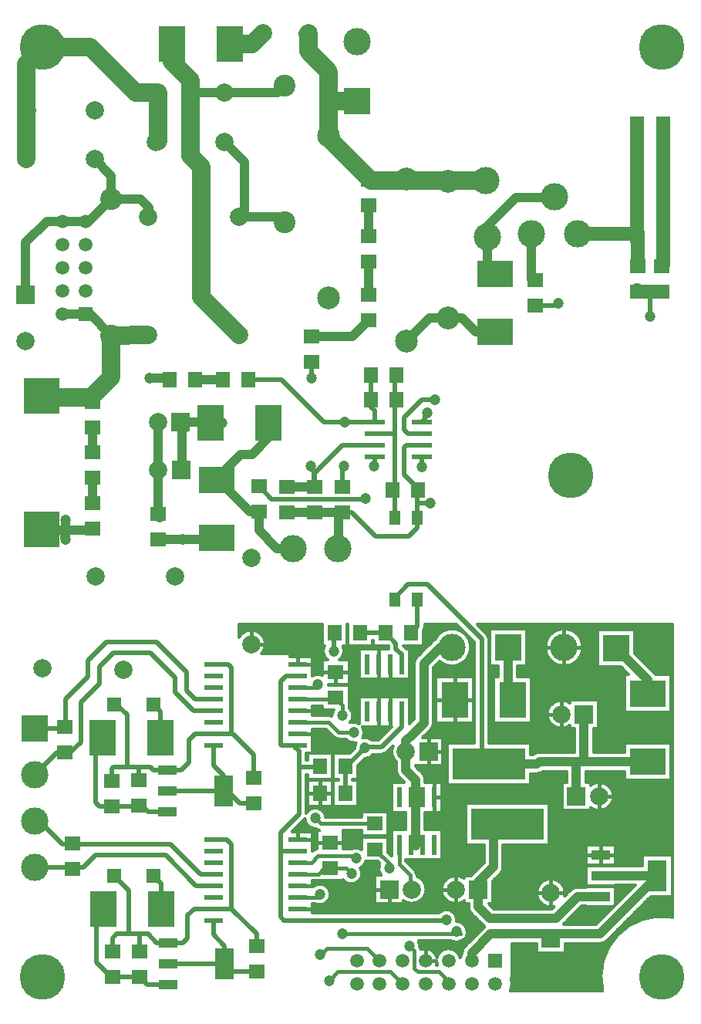
<source format=gtl>
%FSLAX43Y43*%
%MOMM*%
G71*
G01*
G75*
G04 Layer_Physical_Order=1*
%ADD10C,0.300*%
%ADD11R,1.800X1.600*%
%ADD12R,3.000X4.000*%
%ADD13R,2.150X3.500*%
%ADD14R,2.150X1.100*%
%ADD15R,2.150X0.600*%
%ADD16R,2.200X0.600*%
%ADD17R,4.000X3.000*%
%ADD18R,1.600X1.800*%
%ADD19R,0.600X2.200*%
%ADD20R,0.600X2.200*%
%ADD21R,2.200X0.600*%
%ADD22R,8.000X3.500*%
%ADD23R,1.300X1.500*%
%ADD24R,4.000X4.000*%
%ADD25R,2.150X0.600*%
%ADD26C,0.500*%
%ADD27C,1.000*%
%ADD28C,2.000*%
%ADD29C,1.500*%
%ADD30C,0.400*%
%ADD31C,2.000*%
%ADD32C,2.000*%
%ADD33C,1.500*%
%ADD34R,2.000X2.000*%
%ADD35R,1.500X1.500*%
%ADD36C,2.500*%
%ADD37C,3.000*%
%ADD38R,3.000X3.000*%
%ADD39C,5.000*%
%ADD40C,2.400*%
%ADD41C,1.200*%
%ADD42C,1.100*%
D10*
X35042Y11845D02*
G03*
X36650Y12900I458J1055D01*
G01*
G03*
X34700Y13726I-1150J0D01*
G01*
X35143Y17883D02*
G03*
X34770Y17680I157J-733D01*
G01*
X35143Y17883D02*
G03*
X34770Y17680I157J-733D01*
G01*
X35335Y14385D02*
G03*
X35536Y14412I0J750D01*
G01*
X35335Y14385D02*
G03*
X35536Y14412I0J750D01*
G01*
X38043Y14492D02*
G03*
X40100Y15200I907J708D01*
G01*
G03*
X39928Y15804I-1150J0D01*
G01*
X40101Y17798D02*
G03*
X38981Y17900I-651J-948D01*
G01*
X39928Y15804D02*
G03*
X40544Y16497I-478J1046D01*
G01*
X42072Y16265D02*
G03*
X42235Y14992I1028J-515D01*
G01*
X33765Y21133D02*
G03*
X33850Y21234I-565J567D01*
G01*
X33766Y21134D02*
G03*
X33850Y21234I-566J566D01*
G01*
X35086Y20103D02*
G03*
X35452Y19912I517J544D01*
G01*
X35086Y20103D02*
G03*
X35452Y19912I517J544D01*
G01*
X33850Y21234D02*
G03*
X35086Y20103I1150J16D01*
G01*
X36141Y21397D02*
G03*
X34000Y21818I-1141J-147D01*
G01*
X46584Y6853D02*
G03*
X46446Y7155I-734J-153D01*
G01*
X46450Y7250D02*
G03*
X46310Y7800I-1150J0D01*
G01*
X46584Y6853D02*
G03*
X46446Y7155I-734J-153D01*
G01*
X48347Y5928D02*
G03*
X46584Y6853I-1270J-278D01*
G01*
X44661Y12217D02*
G03*
X47161Y13442I950J1225D01*
G01*
X46139Y15011D02*
G03*
X45919Y15542I-750J0D01*
G01*
X47161Y13442D02*
G03*
X46139Y14899I-1550J0D01*
G01*
Y15011D02*
G03*
X45919Y15542I-750J0D01*
G01*
X48277Y5150D02*
G03*
X48347Y5372I-1200J500D01*
G01*
X48347D02*
G03*
X48417Y5150I1270J278D01*
G01*
X50887Y5928D02*
G03*
X48347Y5928I-1270J-278D01*
G01*
X51107Y6416D02*
G03*
X50887Y5928I1050J-766D01*
G01*
X51415Y7200D02*
G03*
X51107Y6457I742J-742D01*
G01*
X51416Y7201D02*
G03*
X51107Y6457I741J-744D01*
G01*
X49932Y7800D02*
G03*
X51125Y7834I568J1000D01*
G01*
X50532Y10082D02*
G03*
X48531Y10855I-1150J0D01*
G01*
X50525Y9950D02*
G03*
X50532Y10082I-1142J133D01*
G01*
X51335Y14633D02*
G03*
X51335Y12183I-950J-1225D01*
G01*
X51125Y7834D02*
G03*
X51650Y8550I-225J716D01*
G01*
X51650Y8800D02*
G03*
X50525Y9950I-1150J0D01*
G01*
X37020Y30170D02*
G03*
X37550Y29950I530J530D01*
G01*
X37020Y30170D02*
G03*
X37550Y29950I530J530D01*
G01*
X36801Y32461D02*
G03*
X36455Y32545I-346J-666D01*
G01*
X36801Y32461D02*
G03*
X36455Y32545I-346J-666D01*
G01*
X37010Y33162D02*
G03*
X36801Y32461I940J-662D01*
G01*
X39456Y29529D02*
G03*
X39300Y28932I994J-579D01*
G01*
X38288Y29950D02*
G03*
X39456Y29529I912J700D01*
G01*
X40194Y30071D02*
G03*
X40350Y30650I-994J579D01*
G01*
G03*
X40149Y31300I-1150J0D01*
G01*
X40432Y27800D02*
G03*
X41362Y28250I18J1150D01*
G01*
X41166Y29850D02*
G03*
X40194Y30071I-716J-900D01*
G01*
X42250Y28250D02*
G03*
X42816Y28484I0J800D01*
G01*
X42250Y28250D02*
G03*
X42817Y28485I0J800D01*
G01*
X38804Y31730D02*
G03*
X39100Y32500I-854J770D01*
G01*
X39845Y31602D02*
G03*
X38804Y31730I-645J-952D01*
G01*
X39100Y32500D02*
G03*
X38700Y33372I-1150J0D01*
G01*
X35793Y36939D02*
G03*
X34700Y36881I-493J-1039D01*
G01*
X35986Y40143D02*
G03*
X36334Y38662I1014J-543D01*
G01*
X37666D02*
G03*
X38150Y39600I-666J938D01*
G01*
G03*
X38014Y40143I-1150J0D01*
G01*
X43889Y26511D02*
G03*
X44197Y25768I1050J0D01*
G01*
X43889Y26511D02*
G03*
X44196Y25769I1050J0D01*
G01*
X43525Y29193D02*
G03*
X43889Y27418I1414J-635D01*
G01*
X47050Y25450D02*
G03*
X46741Y26194I-1050J0D01*
G01*
X47050Y25450D02*
G03*
X46742Y26192I-1050J0D01*
G01*
X47641Y30956D02*
G03*
X47950Y31700I-741J744D01*
G01*
X47642Y30958D02*
G03*
X47950Y31700I-742J742D01*
G01*
X46158Y38942D02*
G03*
X45850Y38200I742J-742D01*
G01*
X46159Y38944D02*
G03*
X45850Y38200I741J-744D01*
G01*
X46892Y41850D02*
G03*
X47000Y42250I-693J401D01*
G01*
X46892Y41850D02*
G03*
X47000Y42250I-693J401D01*
G01*
X48158Y40899D02*
G03*
X47956Y40741I542J-899D01*
G01*
X48158Y40899D02*
G03*
X47958Y40742I542J-899D01*
G01*
X48646Y38461D02*
G03*
X52050Y40000I1354J1539D01*
G01*
G03*
X48158Y40899I-2050J0D01*
G01*
X51650Y8550D02*
G03*
X51642Y8662I-750J0D01*
G01*
X56404Y2275D02*
G03*
X56597Y3110I-1707J835D01*
G01*
G03*
X56486Y3750I-1900J0D01*
G01*
X51642Y8662D02*
G03*
X51650Y8800I-1142J138D01*
G01*
X51835Y11511D02*
G03*
X52144Y10768I1050J0D01*
G01*
X51835Y11511D02*
G03*
X52143Y10769I1050J0D01*
G01*
X53585Y9363D02*
G03*
X53506Y9291I665J-813D01*
G01*
X53585Y9363D02*
G03*
X53508Y9292I665J-813D01*
G01*
X53403Y9509D02*
G03*
X53585Y9363I744J741D01*
G01*
X53404Y9508D02*
G03*
X53585Y9363I742J742D01*
G01*
X62407Y13049D02*
G03*
X61203Y11538I-1550J0D01*
G01*
X62368Y12703D02*
G03*
X62407Y13049I-1511J345D01*
G01*
X63800Y13700D02*
G03*
X63056Y13391I0J-1050D01*
G01*
X63800Y13700D02*
G03*
X63058Y13392I0J-1050D01*
G01*
X55303Y15168D02*
G03*
X55611Y15911I-741J744D01*
G01*
X55304Y15169D02*
G03*
X55611Y15911I-742J742D01*
G01*
X74225Y10386D02*
G03*
X66539Y2275I-1225J-6536D01*
G01*
X65601Y7500D02*
G03*
X65701Y7500I50J1049D01*
G01*
X66250D02*
G03*
X66992Y7808I0J1050D01*
G01*
X66250Y7500D02*
G03*
X66994Y7809I0J1050D01*
G01*
X65211Y22417D02*
G03*
X67711Y23642I950J1225D01*
G01*
G03*
X65211Y24867I-1550J0D01*
G01*
X59600Y28500D02*
G03*
X58900Y28232I0J-1050D01*
G01*
X59600Y28500D02*
G03*
X58900Y28232I0J-1050D01*
G01*
X59332Y26132D02*
G03*
X60033Y26400I0J1050D01*
G01*
X59332Y26132D02*
G03*
X60033Y26400I0J1050D01*
G01*
X62939Y33883D02*
G03*
X62939Y31434I-950J-1225D01*
G01*
X54050Y40900D02*
G03*
X53816Y41466I-800J0D01*
G01*
X54050Y40900D02*
G03*
X53815Y41467I-800J0D01*
G01*
X64350Y40000D02*
G03*
X64350Y40000I-2050J0D01*
G01*
X72362Y37000D02*
G03*
X72241Y37144I-862J-600D01*
G01*
X72362Y37000D02*
G03*
X72242Y37142I-862J-600D01*
G01*
X29100Y39300D02*
G03*
X29508Y40348I-1142J1048D01*
G01*
G03*
X26600Y41096I-1550J0D01*
G01*
X34700Y10905D02*
Y11745D01*
X34797Y10855D02*
Y11845D01*
X34897Y10855D02*
Y11845D01*
X34997Y10855D02*
Y11845D01*
X34700D02*
X35042D01*
X35197Y10855D02*
Y11791D01*
X35097Y10855D02*
Y11823D01*
X35297Y10855D02*
Y11768D01*
X35397Y10855D02*
Y11755D01*
X35497Y10855D02*
Y11750D01*
X35597Y10855D02*
Y11754D01*
X35697Y10855D02*
Y11767D01*
X35797Y10855D02*
Y11789D01*
X35897Y10855D02*
Y11821D01*
X35997Y10855D02*
Y11863D01*
X36097Y10855D02*
Y11917D01*
X36197Y10855D02*
Y11985D01*
X34700Y13726D02*
Y14285D01*
X34797Y13810D02*
Y14385D01*
X36197Y13815D02*
Y14412D01*
X36297Y10855D02*
Y12071D01*
X36397Y10855D02*
Y12180D01*
X36497Y10855D02*
Y12327D01*
X36597Y10855D02*
Y12554D01*
X36297Y13729D02*
Y14412D01*
X36397Y13620D02*
Y14412D01*
X36497Y13473D02*
Y14412D01*
X36597Y13246D02*
Y14412D01*
X36697Y10855D02*
Y14412D01*
X36148Y11950D02*
X41561D01*
X36274Y12050D02*
X41561D01*
X36372Y12150D02*
X41561D01*
X36449Y12250D02*
X41561D01*
X36510Y12350D02*
X41561D01*
X36558Y12450D02*
X41561D01*
X36558Y13350D02*
X41561D01*
X36449Y13550D02*
X41561D01*
X36595Y12550D02*
X41561D01*
X36622Y12650D02*
X41561D01*
X36640Y12750D02*
X41561D01*
X36649Y12850D02*
X41561D01*
X36649Y12950D02*
X41561D01*
X36640Y13050D02*
X41561D01*
X36623Y13150D02*
X41561D01*
X36510Y13450D02*
X41561D01*
X36595Y13250D02*
X41561D01*
X36797Y10855D02*
Y14412D01*
X36897Y10855D02*
Y14412D01*
X36997Y10855D02*
Y14412D01*
X37097Y10855D02*
Y14412D01*
X37197Y10855D02*
Y14412D01*
X37297Y10855D02*
Y14412D01*
X36372Y13650D02*
X41561D01*
X36275Y13750D02*
X41561D01*
X37397Y10855D02*
Y14412D01*
X37497Y10855D02*
Y14412D01*
X37597Y10855D02*
Y14412D01*
X37697Y10855D02*
Y14412D01*
X37797Y10855D02*
Y14412D01*
X37897Y10855D02*
Y14412D01*
X38197Y10855D02*
Y14331D01*
X37997Y10855D02*
Y14412D01*
X38097Y10855D02*
Y14429D01*
X34700Y13850D02*
X34852D01*
X34700Y13950D02*
X35031D01*
X34700Y14050D02*
X35483D01*
X34700Y14385D02*
X35335D01*
X34700Y17750D02*
X34850D01*
X34700Y17611D02*
Y18095D01*
Y17850D02*
X35030D01*
X34700Y17950D02*
X35143D01*
X34897Y13879D02*
Y14385D01*
X34997Y13934D02*
Y14385D01*
X35097Y13977D02*
Y14385D01*
X35197Y14009D02*
Y14385D01*
X35297Y14032D02*
Y14385D01*
X35397Y14045D02*
Y14388D01*
X34700Y18095D02*
Y18525D01*
Y18095D02*
Y18525D01*
Y18050D02*
X35143D01*
X34700Y18150D02*
X35143D01*
X34700Y18250D02*
X35143D01*
X34700Y18350D02*
X35143D01*
X34700Y18450D02*
X35143D01*
X34700Y18550D02*
X35143D01*
X34700Y18650D02*
X35143D01*
X34700Y18750D02*
X35143D01*
X34700Y18850D02*
X35143D01*
X34700Y18950D02*
X35143D01*
X34700Y19050D02*
X35143D01*
X34700Y19150D02*
X35143D01*
X34700Y19250D02*
X35143D01*
X34700Y19350D02*
X35143D01*
X35497Y14050D02*
Y14403D01*
X35597Y14046D02*
Y14412D01*
X35517Y14050D02*
X41561D01*
X34700Y14150D02*
X38481D01*
X34700Y14250D02*
X38302D01*
X35536Y14412D02*
X38043D01*
X35897Y13979D02*
Y14412D01*
X36097Y13883D02*
Y14412D01*
X36148Y13850D02*
X41561D01*
X35969Y13950D02*
X41561D01*
X35697Y14033D02*
Y14412D01*
X35797Y14011D02*
Y14412D01*
X35997Y13937D02*
Y14412D01*
X38043Y17900D02*
X38981D01*
X38043Y17950D02*
X39114D01*
X38043Y18050D02*
X40101D01*
X38043Y18150D02*
X40101D01*
X38043Y18250D02*
X40101D01*
X38043Y18350D02*
X40101D01*
X38043Y18450D02*
X40101D01*
X38043Y18550D02*
X40101D01*
X38043Y18650D02*
X40101D01*
X38043Y18750D02*
X40101D01*
X38043Y18850D02*
X40101D01*
X38043Y18950D02*
X40101D01*
X38043Y19050D02*
X40101D01*
X38043Y19150D02*
X40101D01*
X38043Y19250D02*
X43345D01*
X38043Y19350D02*
X40101D01*
X38397Y10855D02*
Y14192D01*
X38297Y10855D02*
Y14253D01*
X38597Y10855D02*
Y14106D01*
X38497Y10855D02*
Y14143D01*
X38697Y10855D02*
Y14078D01*
X38797Y10855D02*
Y14060D01*
X38897Y10855D02*
Y14051D01*
X38997Y10855D02*
Y14051D01*
X39097Y10855D02*
Y14059D01*
X39197Y10855D02*
Y14077D01*
X39297Y10855D02*
Y14104D01*
X39397Y10855D02*
Y14140D01*
X39497Y10855D02*
Y14188D01*
X39597Y10855D02*
Y14249D01*
X39697Y10855D02*
Y14325D01*
X39797Y10855D02*
Y14422D01*
X39897Y10855D02*
Y14547D01*
X39997Y10855D02*
Y14724D01*
X40097Y10855D02*
Y15115D01*
X40197Y10855D02*
Y15976D01*
X40297Y10855D02*
Y16072D01*
X40397Y10855D02*
Y16197D01*
X40497Y10855D02*
Y16374D01*
X40597Y10855D02*
Y16497D01*
X40697Y10855D02*
Y16497D01*
X40797Y10855D02*
Y16497D01*
X40897Y10855D02*
Y16497D01*
X40997Y10855D02*
Y16497D01*
X41097Y10855D02*
Y16497D01*
X41197Y10855D02*
Y16497D01*
X41297Y10855D02*
Y16497D01*
X41397Y10855D02*
Y16497D01*
X41497Y10855D02*
Y16497D01*
X41597Y10855D02*
Y11892D01*
X41697Y10855D02*
Y11892D01*
X41797Y10855D02*
Y11892D01*
X41897Y10855D02*
Y11892D01*
X41997Y10855D02*
Y11892D01*
X42097Y10855D02*
Y11892D01*
X42197Y10855D02*
Y11892D01*
X42297Y10855D02*
Y11892D01*
X42397Y10855D02*
Y11892D01*
X42497Y10855D02*
Y11892D01*
X42597Y10855D02*
Y11892D01*
X42697Y10855D02*
Y11892D01*
X42797Y10855D02*
Y11892D01*
X42897Y10855D02*
Y11892D01*
X42997Y10855D02*
Y11892D01*
X43097Y10855D02*
Y11892D01*
X43197Y10855D02*
Y11892D01*
X39419Y14150D02*
X41561D01*
X39598Y14250D02*
X41561D01*
X39724Y14350D02*
X41561D01*
X39822Y14450D02*
X41561D01*
X39899Y14550D02*
X41561D01*
X39960Y14650D02*
X41561D01*
X40008Y14750D02*
X41561D01*
X40045Y14850D02*
X41561D01*
Y11892D02*
Y14992D01*
X43297Y10855D02*
Y11892D01*
X40072Y14950D02*
X41561D01*
X41597Y14992D02*
Y16497D01*
X41561Y14992D02*
X42235D01*
X41697D02*
Y16497D01*
X41797Y14992D02*
Y16497D01*
X39960Y15750D02*
X41950D01*
X40073Y15450D02*
X41990D01*
X40045Y15550D02*
X41968D01*
X39997Y15676D02*
Y15838D01*
X39786Y17950D02*
X40101D01*
X40097Y15285D02*
Y15899D01*
X41897Y14992D02*
Y16441D01*
X40090Y15350D02*
X42022D01*
X41997Y14992D02*
Y15425D01*
X40528Y16450D02*
X41887D01*
X40544Y16497D02*
X41840D01*
X40008Y15650D02*
X41954D01*
X40018Y15850D02*
X41954D01*
X40166Y15950D02*
X41967D01*
X40101Y17798D02*
Y19197D01*
X40197D02*
Y19297D01*
X40297Y19197D02*
Y19297D01*
X40397Y19197D02*
Y19297D01*
X40497Y19197D02*
Y19297D01*
X40597Y19197D02*
Y19297D01*
X40697Y19197D02*
Y19297D01*
X40797Y19197D02*
Y19297D01*
X40897Y19197D02*
Y19297D01*
X40997Y19197D02*
Y19297D01*
X41097Y19197D02*
Y19297D01*
X41197Y19197D02*
Y19297D01*
X41297Y19197D02*
Y19297D01*
X41397Y19197D02*
Y19297D01*
X41497Y19197D02*
Y19297D01*
X41597Y19197D02*
Y19297D01*
X41697Y19197D02*
Y19297D01*
X40099Y15250D02*
X42064D01*
X40276Y16050D02*
X41990D01*
X40090Y15050D02*
X42188D01*
X40099Y15150D02*
X42119D01*
X40362Y16150D02*
X42022D01*
X40486Y16350D02*
X41987D01*
X40431Y16250D02*
X42064D01*
X41840Y16497D02*
X42072Y16265D01*
X42097Y14992D02*
Y15188D01*
X41997Y16075D02*
Y16341D01*
X43001Y17458D02*
X43345Y17114D01*
X43209Y17250D02*
X43345D01*
X43109Y17350D02*
X43345D01*
X43009Y17450D02*
X43345D01*
X43001Y17550D02*
X43345D01*
X43001Y17650D02*
X43345D01*
X43001Y17750D02*
X43345D01*
X43001Y17850D02*
X43345D01*
X43001Y17950D02*
X43345D01*
X43001Y18050D02*
X43345D01*
X43001Y18150D02*
X43345D01*
X40101Y19197D02*
X43001D01*
Y18250D02*
X43345D01*
X43001Y18350D02*
X43345D01*
X43001Y18450D02*
X43345D01*
X43001Y17458D02*
Y19197D01*
Y18550D02*
X43345D01*
X43001Y18650D02*
X43345D01*
X43001Y18750D02*
X43345D01*
X43001Y18850D02*
X43345D01*
X43001Y18950D02*
X43345D01*
X43001Y19050D02*
X43345D01*
X43001Y19150D02*
X43345D01*
X32597Y19795D02*
Y19965D01*
X32697Y19795D02*
Y20065D01*
X32797Y19795D02*
Y20165D01*
X32897Y19795D02*
Y20265D01*
X32997Y19795D02*
Y20365D01*
X32881Y20250D02*
X34432D01*
X32981Y20350D02*
X34284D01*
X33097Y19795D02*
Y20465D01*
X33197Y19795D02*
Y20565D01*
X34197Y19795D02*
Y20427D01*
X34097Y19795D02*
Y20538D01*
X34297Y19795D02*
Y20340D01*
X33081Y20450D02*
X34174D01*
X34397Y19795D02*
Y20271D01*
X34497Y19795D02*
Y20216D01*
X33297Y19795D02*
Y20665D01*
X33397Y19795D02*
Y20765D01*
X33497Y19795D02*
Y20865D01*
X32432Y19801D02*
X33765Y21133D01*
X33281Y20650D02*
X34019D01*
X33481Y20850D02*
X33922D01*
X33181Y20550D02*
X34088D01*
X33381Y20750D02*
X33964D01*
X33597Y19795D02*
Y20965D01*
X33697Y19795D02*
Y21065D01*
X33897Y19795D02*
Y20925D01*
X33797Y19795D02*
Y21167D01*
X33681Y21050D02*
X33868D01*
X33997Y19795D02*
Y20688D01*
X33581Y20950D02*
X33890D01*
X34700Y19450D02*
X35143D01*
X34700Y19550D02*
X35143D01*
X34700Y19650D02*
X35143D01*
X34700Y19750D02*
X35143D01*
X32429Y19795D02*
X34700D01*
X32481Y19850D02*
X35143D01*
X32581Y19950D02*
X35326D01*
X32681Y20050D02*
X35149D01*
X34897Y17782D02*
Y20105D01*
X34997Y17836D02*
Y20100D01*
X35143Y17883D02*
Y19912D01*
X35097Y17872D02*
Y20094D01*
X34700Y18525D02*
Y19795D01*
X35197Y19912D02*
Y20017D01*
X35143Y19912D02*
X35452D01*
X34597Y19795D02*
Y20173D01*
X34697Y19795D02*
Y20141D01*
X32781Y20150D02*
X34665D01*
X34797Y17706D02*
Y20118D01*
X36141Y21397D02*
X40101D01*
X36078Y21650D02*
X40101D01*
X36197Y21397D02*
Y22557D01*
X36297Y21397D02*
Y22557D01*
X36397Y21397D02*
Y22557D01*
X36497Y21397D02*
Y22557D01*
X36597Y21397D02*
Y22557D01*
X36697Y21397D02*
Y22557D01*
X36132Y21450D02*
X40101D01*
X36110Y21550D02*
X40101D01*
X36797Y21397D02*
Y22557D01*
X34000Y22050D02*
X34174D01*
X34000Y22650D02*
X34158D01*
X34000Y22150D02*
X34284D01*
X34000Y22750D02*
X34158D01*
X34000Y22850D02*
X34158D01*
X34000Y22950D02*
X34158D01*
X34000Y23050D02*
X34158D01*
X34000Y23150D02*
X34158D01*
X34197Y22073D02*
Y22557D01*
X34000Y23250D02*
X34158D01*
X34297Y22160D02*
Y22557D01*
X34397Y22229D02*
Y22557D01*
X34000Y23350D02*
X34158D01*
X34000Y23450D02*
X34158D01*
X34000Y23550D02*
X34158D01*
X34000Y23650D02*
X34158D01*
X34000Y23750D02*
X34158D01*
X34000Y23850D02*
X34158D01*
X34000Y23950D02*
X34158D01*
X34000Y24050D02*
X34158D01*
X34000Y24150D02*
X34158D01*
X34000Y24250D02*
X34158D01*
X34000Y24350D02*
X34158D01*
X34000Y24450D02*
X34158D01*
X34000Y24550D02*
X34158D01*
X34000Y21818D02*
Y26050D01*
X34097Y21962D02*
Y26050D01*
X34000Y24650D02*
X34158D01*
Y22557D02*
Y25457D01*
X34000Y24750D02*
X34158D01*
X34000Y24850D02*
X34158D01*
X34000Y24950D02*
X34158D01*
X34000Y25050D02*
X34158D01*
X34000Y25150D02*
X34158D01*
X34000Y22250D02*
X34432D01*
X34497Y22284D02*
Y22557D01*
X34000Y22350D02*
X34664D01*
X34597Y22327D02*
Y22557D01*
X34697Y22359D02*
Y22557D01*
X34797Y22382D02*
Y22557D01*
X34000Y22450D02*
X43345D01*
X34897Y22395D02*
Y22557D01*
X36036Y21750D02*
X40101D01*
X35981Y21850D02*
X40101D01*
X35913Y21950D02*
X40101D01*
X35826Y22050D02*
X43345D01*
X34997Y22400D02*
Y22557D01*
X35097Y22396D02*
Y22557D01*
X35716Y22150D02*
X43345D01*
X35336Y22350D02*
X43345D01*
X35568Y22250D02*
X43345D01*
X35197Y22383D02*
Y22557D01*
X35297Y22361D02*
Y22557D01*
X35397Y22329D02*
Y22557D01*
X35497Y22287D02*
Y22557D01*
X34158D02*
X36858D01*
X34000Y22550D02*
X43345D01*
X35797Y22079D02*
Y22557D01*
X35897Y21970D02*
Y22557D01*
X35997Y21823D02*
Y22557D01*
X36097Y21596D02*
Y22557D01*
X35597Y22233D02*
Y22557D01*
X35697Y22165D02*
Y22557D01*
X36858D02*
Y25457D01*
X38043Y17900D02*
Y19897D01*
X38097Y17900D02*
Y19897D01*
X38197Y17900D02*
Y19897D01*
X38297Y17900D02*
Y19897D01*
X38397Y17900D02*
Y19897D01*
X38497Y17900D02*
Y19897D01*
X38597Y17900D02*
Y19897D01*
X38697Y17900D02*
Y19897D01*
X38797Y17900D02*
Y19897D01*
X38897Y17900D02*
Y19897D01*
X38997Y17907D02*
Y19897D01*
X39097Y17944D02*
Y19897D01*
X39197Y17972D02*
Y19897D01*
X39297Y17990D02*
Y19897D01*
X39397Y17999D02*
Y19897D01*
X39497Y17999D02*
Y19897D01*
X36997Y21397D02*
Y22557D01*
X36897Y21397D02*
Y30292D01*
X37097Y21397D02*
Y22557D01*
X37197Y21397D02*
Y22557D01*
X37297Y21397D02*
Y22557D01*
X37397Y21397D02*
Y22557D01*
X37497Y21397D02*
Y22557D01*
X37597Y21397D02*
Y22557D01*
X39597Y17991D02*
Y19897D01*
X39697Y17973D02*
Y19897D01*
X39897Y17910D02*
Y19897D01*
X39997Y17862D02*
Y19897D01*
X37697Y21397D02*
Y22557D01*
X37797Y21397D02*
Y22557D01*
X39797Y17946D02*
Y19897D01*
X37897Y21397D02*
Y22557D01*
X37997Y21397D02*
Y22557D01*
X41797Y19197D02*
Y19297D01*
X41897Y19197D02*
Y19297D01*
X41997Y19197D02*
Y19297D01*
X42097Y19197D02*
Y19297D01*
X42197Y19197D02*
Y19297D01*
X38043Y19450D02*
X40101D01*
X42297Y19197D02*
Y19297D01*
X40101D02*
X43001D01*
X42397Y19197D02*
Y19297D01*
X42497Y19197D02*
Y19297D01*
X42597Y19197D02*
Y19297D01*
X42697Y19197D02*
Y19297D01*
X42797Y19197D02*
Y19297D01*
X42897Y19197D02*
Y19297D01*
X42997Y19197D02*
Y19297D01*
X43001Y19350D02*
X43345D01*
X43001Y19450D02*
X43345D01*
X40097Y17801D02*
Y19897D01*
X40101Y19297D02*
Y19897D01*
X38043Y19550D02*
X40101D01*
X43001D02*
X43345D01*
X38043Y19650D02*
X40101D01*
X38043Y19750D02*
X40101D01*
X38043Y19850D02*
X40101D01*
X38043Y19897D02*
X40101D01*
X43097Y17362D02*
Y28765D01*
X43197Y17262D02*
Y28865D01*
X43345Y17114D02*
Y20000D01*
X43297Y17162D02*
Y28965D01*
X43001Y19650D02*
X43345D01*
X43001Y19297D02*
Y21997D01*
Y19750D02*
X43345D01*
X43001Y19850D02*
X43345D01*
X43001Y19950D02*
X43345D01*
X38097Y21397D02*
Y22557D01*
X38197Y21397D02*
Y22557D01*
X38297Y21397D02*
Y22557D01*
X38397Y21397D02*
Y22557D01*
X38497Y21397D02*
Y22557D01*
X38597Y21397D02*
Y22557D01*
X38697Y21397D02*
Y22557D01*
X38797Y21397D02*
Y22557D01*
X38897Y21397D02*
Y22557D01*
X38997Y21397D02*
Y22557D01*
X39097Y21397D02*
Y22557D01*
X39197Y21397D02*
Y22557D01*
X39297Y21397D02*
Y22557D01*
X39397Y21397D02*
Y22557D01*
X40101Y21397D02*
Y21997D01*
X39497Y21397D02*
Y22557D01*
X39597Y21397D02*
Y22557D01*
X39697Y21397D02*
Y27065D01*
X39797Y21397D02*
Y27165D01*
X39897Y21397D02*
Y27265D01*
X39997Y21397D02*
Y27365D01*
X36958Y22557D02*
X39658D01*
X36958D02*
Y25457D01*
X39658Y22557D02*
Y25457D01*
X40097Y21397D02*
Y27465D01*
X40197Y21997D02*
Y27565D01*
X40297Y21997D02*
Y27665D01*
X40397Y21997D02*
Y27765D01*
X40497Y21997D02*
Y27801D01*
X40597Y21997D02*
Y27809D01*
X40697Y21997D02*
Y27827D01*
X40797Y21997D02*
Y27854D01*
X40897Y21997D02*
Y27890D01*
X40997Y21997D02*
Y27938D01*
X39658Y22650D02*
X43345D01*
X39658Y22750D02*
X43345D01*
X39658Y22850D02*
X43345D01*
X39658Y22950D02*
X43345D01*
X39658Y23050D02*
X43345D01*
X39658Y23150D02*
X43345D01*
X39658Y23250D02*
X43345D01*
X39658Y23350D02*
X43345D01*
X41097Y21997D02*
Y27999D01*
X41197Y21997D02*
Y28076D01*
X40101Y21997D02*
X43001D01*
X43345Y21900D02*
Y25200D01*
X43001Y21950D02*
X43345D01*
X41297Y21997D02*
Y28172D01*
X39658Y23450D02*
X43345D01*
X39658Y23550D02*
X43345D01*
X39658Y23650D02*
X43345D01*
X41397Y21997D02*
Y28250D01*
X41497Y21997D02*
Y28250D01*
X41597Y21997D02*
Y28250D01*
X41697Y21997D02*
Y28250D01*
X41797Y21997D02*
Y28250D01*
X41897Y21997D02*
Y28250D01*
X41997Y21997D02*
Y28250D01*
X42097Y21997D02*
Y28250D01*
X42197Y21997D02*
Y28250D01*
X42297Y21997D02*
Y28251D01*
X42397Y21997D02*
Y28264D01*
X42497Y21997D02*
Y28289D01*
X42597Y21997D02*
Y28329D01*
X42697Y21997D02*
Y28386D01*
X42797Y21997D02*
Y28466D01*
X42897Y21997D02*
Y28565D01*
X42997Y21997D02*
Y28665D01*
X43397Y10855D02*
Y11892D01*
X43497Y10855D02*
Y11892D01*
X43597Y10855D02*
Y11892D01*
X43697Y10855D02*
Y11892D01*
X43797Y10855D02*
Y11892D01*
X43897Y10855D02*
Y11892D01*
X43997Y10855D02*
Y11892D01*
X44097Y10855D02*
Y11892D01*
X44197Y10855D02*
Y11892D01*
X44297Y10855D02*
Y11892D01*
X46397Y7596D02*
Y7800D01*
X46497Y7080D02*
Y7800D01*
X44397Y10855D02*
Y11892D01*
X44497Y10855D02*
Y11892D01*
X44597Y10855D02*
Y11892D01*
X45197Y10855D02*
Y11948D01*
X44797Y10855D02*
Y12123D01*
X44697Y10855D02*
Y12190D01*
X44997Y10855D02*
Y12019D01*
X44897Y10855D02*
Y12066D01*
X45297Y10855D02*
Y11924D01*
X45097Y10855D02*
Y11980D01*
X45397Y10855D02*
Y11907D01*
X45497Y10855D02*
Y11896D01*
X45597Y10855D02*
Y11892D01*
X45697Y10855D02*
Y11894D01*
X45797Y10855D02*
Y11903D01*
X45897Y10855D02*
Y11918D01*
X45997Y10855D02*
Y11940D01*
X46097Y10855D02*
Y11970D01*
X46197Y10855D02*
Y12007D01*
X46297Y10855D02*
Y12052D01*
X46397Y10855D02*
Y12106D01*
X46450Y7150D02*
X51368D01*
X46446Y7350D02*
X51565D01*
X46336Y7750D02*
X50031D01*
X46410Y7550D02*
X51765D01*
X46378Y7650D02*
X51865D01*
X46597Y6858D02*
Y7800D01*
X46557Y6950D02*
X47061D01*
X46697Y6893D02*
Y7800D01*
X47094Y6950D02*
X49601D01*
X46432Y7450D02*
X51665D01*
X46513Y7050D02*
X51291D01*
X46797Y6919D02*
Y7800D01*
X46497Y10855D02*
Y12170D01*
X46310Y7800D02*
X49932D01*
X34700Y10855D02*
X48531D01*
X46597D02*
Y12245D01*
X46697Y10855D02*
Y12335D01*
X34700Y10950D02*
X48627D01*
X46797Y10855D02*
Y12443D01*
X46897Y6937D02*
Y7800D01*
X46997Y6948D02*
Y7800D01*
X47297Y6931D02*
Y7800D01*
X47397Y6910D02*
Y7800D01*
X46897Y10855D02*
Y12576D01*
X46997Y10855D02*
Y12747D01*
X47097Y6950D02*
Y7800D01*
Y10855D02*
Y12999D01*
X47197Y6944D02*
Y7800D01*
X41561Y11892D02*
X44661D01*
Y12217D01*
X34700Y11050D02*
X48761D01*
X34700Y11150D02*
X48955D01*
X44661Y11950D02*
X45191D01*
X44661Y12050D02*
X44929D01*
X46802Y12450D02*
X49167D01*
X46998Y12750D02*
X48982D01*
X47044Y12850D02*
X48939D01*
X46879Y12550D02*
X49095D01*
X46944Y12650D02*
X49034D01*
X47134Y13150D02*
X48857D01*
X47149Y13250D02*
X48844D01*
X47081Y12950D02*
X48905D01*
X47111Y13050D02*
X48877D01*
X47159Y13350D02*
X48836D01*
X46139Y14899D02*
Y15011D01*
X44945Y16516D02*
Y16700D01*
X45097Y16364D02*
Y16700D01*
X44945Y16516D02*
X45919Y15542D01*
X45197Y16264D02*
Y16700D01*
X47161Y13450D02*
X48836D01*
X47158Y13550D02*
X48842D01*
X47147Y13650D02*
X48854D01*
X47130Y13750D02*
X48874D01*
X47107Y13850D02*
X48900D01*
X47076Y13950D02*
X48933D01*
X47037Y14050D02*
X48974D01*
X46990Y14150D02*
X49024D01*
X46934Y14250D02*
X49084D01*
X34700Y11350D02*
X51848D01*
X34700Y11450D02*
X51837D01*
X34700Y11250D02*
X51868D01*
X34700Y11550D02*
X51835D01*
X46032Y11950D02*
X49860D01*
X46293Y12050D02*
X49639D01*
X34700Y11650D02*
X51835D01*
X35969Y11850D02*
X51835D01*
X46711Y12350D02*
X49253D01*
X46868Y14350D02*
X49154D01*
X46468Y12150D02*
X49480D01*
X46602Y12250D02*
X49355D01*
X46789Y14450D02*
X49238D01*
X46695Y14550D02*
X49337D01*
X46583Y14650D02*
X49458D01*
X46259Y14850D02*
X49816D01*
X46443Y14750D02*
X49609D01*
X45611Y15850D02*
X53015D01*
X45511Y15950D02*
X53115D01*
X45411Y16050D02*
X53215D01*
X45311Y16150D02*
X53315D01*
X45211Y16250D02*
X53415D01*
X45111Y16350D02*
X53511D01*
X45011Y16450D02*
X53511D01*
X44945Y16550D02*
X53511D01*
X46139Y14950D02*
X50225D01*
X46138Y15050D02*
X52215D01*
X46126Y15150D02*
X52315D01*
X46100Y15250D02*
X52415D01*
X46058Y15350D02*
X52515D01*
X45997Y15450D02*
X52615D01*
X45911Y15550D02*
X52715D01*
X45711Y15750D02*
X52915D01*
X45811Y15650D02*
X52815D01*
X47797Y6733D02*
Y7800D01*
X47897Y6659D02*
Y7800D01*
X47908Y6650D02*
X48787D01*
X47770Y6750D02*
X48924D01*
X47497Y6880D02*
Y7800D01*
X47597Y6842D02*
Y7800D01*
X47578Y6850D02*
X49117D01*
X47697Y6793D02*
Y7800D01*
X48277Y5150D02*
X48417D01*
X48277Y6150D02*
X48417D01*
X48231Y6250D02*
X48464D01*
X48173Y6350D02*
X48522D01*
X48102Y6450D02*
X48593D01*
X48016Y6550D02*
X48679D01*
X48197Y6311D02*
Y7800D01*
X48297Y6101D02*
Y7800D01*
X48397Y6097D02*
Y7800D01*
X48497Y6309D02*
Y7800D01*
X47997Y6569D02*
Y7800D01*
X48097Y6457D02*
Y7800D01*
X48597Y6455D02*
Y7800D01*
X48697Y6568D02*
Y7800D01*
X48797Y6658D02*
Y7800D01*
X48897Y6732D02*
Y7800D01*
X48997Y6792D02*
Y7800D01*
X49097Y6841D02*
Y7800D01*
X49197Y6880D02*
Y7800D01*
X49297Y6910D02*
Y7800D01*
X49397Y6931D02*
Y7800D01*
X49497Y6944D02*
Y7800D01*
X49597Y6950D02*
Y7800D01*
X50297Y6758D02*
Y7668D01*
X50448Y6650D02*
X51125D01*
X50310Y6750D02*
X51149D01*
X50197Y6814D02*
Y7691D01*
X50397Y6690D02*
Y7655D01*
X50118Y6850D02*
X51184D01*
X49634Y6950D02*
X51230D01*
X50817Y6150D02*
X50957D01*
X50771Y6250D02*
X51004D01*
X50713Y6350D02*
X51062D01*
X50497Y6607D02*
Y7650D01*
X50597Y6505D02*
Y7654D01*
X50556Y6550D02*
X51111D01*
X49997Y6893D02*
Y7766D01*
X49897Y6920D02*
Y7800D01*
X50697Y6374D02*
Y7667D01*
X50797Y6197D02*
Y7689D01*
X49697Y6948D02*
Y7800D01*
X49797Y6938D02*
Y7800D01*
X50097Y6858D02*
Y7723D01*
X50897Y5968D02*
Y7721D01*
X50997Y6236D02*
Y7763D01*
X51097Y6402D02*
Y7817D01*
X51197Y6881D02*
Y7861D01*
X51297Y7059D02*
Y7914D01*
X51397Y7181D02*
Y7988D01*
X50969Y7750D02*
X51965D01*
X51416Y7201D02*
X53506Y9291D01*
X51497Y7282D02*
Y8096D01*
X50197Y10894D02*
Y11870D01*
X50097Y10983D02*
Y11885D01*
X50297Y10779D02*
Y11861D01*
X49697Y11188D02*
Y12020D01*
X49797Y11155D02*
Y11974D01*
X49897Y11111D02*
Y11937D01*
X49997Y11054D02*
Y11908D01*
X50797Y9911D02*
Y11914D01*
X50897Y9879D02*
Y11945D01*
X50997Y9837D02*
Y11984D01*
X50397Y10624D02*
Y11858D01*
X50497Y10366D02*
Y11862D01*
X50597Y9946D02*
Y11873D01*
X50697Y9933D02*
Y11890D01*
X50911Y11950D02*
X51335D01*
X48997Y11166D02*
Y12719D01*
X48897Y11125D02*
Y12976D01*
X49197Y11217D02*
Y12413D01*
X49097Y11196D02*
Y12547D01*
X49397Y11232D02*
Y12214D01*
X49297Y11229D02*
Y12305D01*
X51097Y9783D02*
Y12031D01*
X49497Y11227D02*
Y12138D01*
X51197Y9715D02*
Y12088D01*
X51297Y9629D02*
Y12154D01*
X49597Y11212D02*
Y12074D01*
X51132Y12050D02*
X51335D01*
Y11858D02*
Y12183D01*
X51148Y9750D02*
X53162D01*
X50969Y9850D02*
X53062D01*
X50530Y10150D02*
X52762D01*
X50520Y10250D02*
X52662D01*
X50525Y9950D02*
X52962D01*
X50532Y10050D02*
X52862D01*
X51169Y7850D02*
X52065D01*
X51350Y7950D02*
X52165D01*
X51459Y8050D02*
X52265D01*
X51534Y8150D02*
X52365D01*
X51372Y9550D02*
X53362D01*
X51275Y9650D02*
X53262D01*
X51558Y9250D02*
X53465D01*
X51449Y9450D02*
X53467D01*
X51510Y9350D02*
X53570D01*
X50382Y10650D02*
X52262D01*
X50319Y10750D02*
X52162D01*
X50472Y10450D02*
X52462D01*
X50433Y10550D02*
X52362D01*
X50137Y10950D02*
X51998D01*
X49810Y11150D02*
X51900D01*
X50239Y10850D02*
X52070D01*
X50004Y11050D02*
X51942D01*
X51397Y9520D02*
Y11858D01*
X51497Y9373D02*
Y11858D01*
X50501Y10350D02*
X52562D01*
X51335Y11858D02*
X51835D01*
X51162Y14750D02*
X51335D01*
Y14633D02*
Y14958D01*
X50955Y14850D02*
X51335D01*
X50546Y14950D02*
X51335D01*
Y14958D02*
X52124D01*
X43345Y20000D02*
X44950D01*
X44615Y20000D02*
X44950D01*
X43001Y20050D02*
X44950D01*
X43001Y20150D02*
X44950D01*
X43001Y20250D02*
X44950D01*
X43001Y20350D02*
X44950D01*
X43001Y20450D02*
X44950D01*
X43001Y20550D02*
X44950D01*
X45597Y15864D02*
Y16700D01*
X45697Y15764D02*
Y16700D01*
X45797Y15664D02*
Y16700D01*
X45897Y15564D02*
Y16700D01*
X45297Y16164D02*
Y16700D01*
X45397Y16064D02*
Y16700D01*
X45497Y15964D02*
Y16700D01*
X45045D02*
X45885D01*
X43397Y20000D02*
Y21900D01*
X43497Y20000D02*
Y21900D01*
X43597Y20000D02*
Y21900D01*
X43697Y20000D02*
Y21900D01*
X43797Y20000D02*
Y21900D01*
X43897Y20000D02*
Y21900D01*
X43997Y20000D02*
Y21900D01*
X44097Y20000D02*
Y21900D01*
X44197Y20000D02*
Y21900D01*
X44297Y20000D02*
Y21900D01*
X44397Y20000D02*
Y21900D01*
X44497Y20000D02*
Y21900D01*
X44597Y20000D02*
Y21900D01*
X44697Y20000D02*
Y21900D01*
X44797Y20000D02*
Y21900D01*
X44897Y20000D02*
Y21900D01*
X44950Y20000D02*
Y21900D01*
X46097Y15258D02*
Y16700D01*
X46197Y14877D02*
Y16700D01*
X46297Y14832D02*
Y16700D01*
X46397Y14778D02*
Y16700D01*
X45997Y15450D02*
Y16700D01*
X45885D02*
X46315D01*
X45885D02*
X46315D01*
X47155D01*
X46997Y14137D02*
Y16700D01*
X47097Y13885D02*
Y16700D01*
X47197Y10855D02*
Y16700D01*
X47297Y10855D02*
Y16700D01*
X46497Y14714D02*
Y16700D01*
X46597Y14638D02*
Y16700D01*
X46697Y14548D02*
Y16700D01*
X46797Y14440D02*
Y16700D01*
X46897Y14308D02*
Y16700D01*
X47050Y20000D02*
X47155D01*
X47050Y20050D02*
X51525D01*
X44945Y16650D02*
X53511D01*
X47050Y20150D02*
X51525D01*
X47050Y20250D02*
X51525D01*
X47050Y20350D02*
X51525D01*
X47050Y20450D02*
X51525D01*
X47050Y20550D02*
X51525D01*
X47397Y10855D02*
Y16700D01*
X47050Y20000D02*
Y21900D01*
X47155Y16700D02*
X47585D01*
X47155D02*
X47585D01*
X47097Y20000D02*
Y21900D01*
X47197Y20000D02*
Y21900D01*
X47155Y20000D02*
X47585D01*
X47155D02*
X47585D01*
X47297D02*
Y21900D01*
X39658Y23750D02*
X43345D01*
X39658Y23850D02*
X43345D01*
X39658Y23950D02*
X43345D01*
X39658Y24050D02*
X43345D01*
X39658Y24150D02*
X43345D01*
X39658Y24250D02*
X43345D01*
X39658Y24350D02*
X43345D01*
X39658Y24450D02*
X43345D01*
X39658Y24550D02*
X43345D01*
X39658Y24650D02*
X43345D01*
X43001Y20650D02*
X44950D01*
X43345Y21900D02*
X44615D01*
X39658Y24750D02*
X43345D01*
X39658Y24850D02*
X43345D01*
X39658Y24950D02*
X43345D01*
X39658Y25050D02*
X43345D01*
X39658Y25150D02*
X43345D01*
X43497Y25200D02*
Y27989D01*
X43397Y25200D02*
Y28399D01*
X43345Y25200D02*
X44615D01*
X43597D02*
Y27782D01*
X43797Y25200D02*
Y27510D01*
X43697Y25200D02*
Y27631D01*
X43997Y25200D02*
Y26047D01*
X43897Y25200D02*
Y26380D01*
X44197Y25200D02*
Y25768D01*
X44097Y25200D02*
Y25884D01*
X44297Y25200D02*
Y25668D01*
X44197Y25768D02*
X44765Y25200D01*
X44497D02*
Y25468D01*
X44397Y25200D02*
Y25568D01*
X44615Y25200D02*
X44765D01*
X44615D02*
X44765D01*
X44597D02*
Y25368D01*
X43001Y20750D02*
X44950D01*
X43001Y20850D02*
X44950D01*
X43001Y20950D02*
X44950D01*
X43001Y21050D02*
X44950D01*
X43001Y21150D02*
X44950D01*
X43001Y21250D02*
X44950D01*
X43001Y21350D02*
X44950D01*
X43001Y21450D02*
X44950D01*
X47050Y20650D02*
X51525D01*
X47050Y20750D02*
X51525D01*
X47050Y20850D02*
X51525D01*
X47050Y20950D02*
X51525D01*
X47050Y21050D02*
X51525D01*
X47050Y21150D02*
X51525D01*
X47050Y21250D02*
X51525D01*
X47050Y21350D02*
X51525D01*
X47050Y21450D02*
X51525D01*
X43001Y21550D02*
X44950D01*
X43001Y21650D02*
X44950D01*
X47050Y21550D02*
X51525D01*
X47050Y21650D02*
X51525D01*
X43001Y21750D02*
X44950D01*
X43001Y21850D02*
X44950D01*
X44615Y21900D02*
X44950D01*
X44615D02*
X44950D01*
X47050D02*
X47155D01*
X47585D01*
X47050Y21750D02*
X51525D01*
X47050Y21850D02*
X51525D01*
X47050Y25200D02*
Y25450D01*
X47097Y25200D02*
Y27008D01*
X47155Y21900D02*
X47585D01*
X47050Y25200D02*
X47155D01*
X47585D01*
X47497Y10855D02*
Y16700D01*
X47597Y10855D02*
Y16700D01*
X47697Y10855D02*
Y16700D01*
X47797Y10855D02*
Y16700D01*
X47897Y10855D02*
Y16700D01*
X47997Y10855D02*
Y16700D01*
X48097Y10855D02*
Y16700D01*
X47585D02*
X48855D01*
X48197Y10855D02*
Y16700D01*
X48297Y10855D02*
Y16700D01*
X48397Y10855D02*
Y16700D01*
X48497Y10855D02*
Y16700D01*
X48597Y10922D02*
Y16700D01*
X48697Y11006D02*
Y16700D01*
X48797Y11072D02*
Y16700D01*
X48855D02*
Y20000D01*
X48897Y13840D02*
Y27008D01*
X48997Y14097D02*
Y31706D01*
X49097Y14270D02*
Y31706D01*
X49197Y14403D02*
Y31706D01*
X49297Y14512D02*
Y31706D01*
X49397Y14602D02*
Y31706D01*
X49497Y14678D02*
Y24882D01*
X49597Y14743D02*
Y24882D01*
X49697Y14797D02*
Y24882D01*
X49797Y14842D02*
Y24882D01*
X49897Y14879D02*
Y24882D01*
X49997Y14909D02*
Y24882D01*
X50097Y14931D02*
Y24882D01*
X50197Y14947D02*
Y24882D01*
X50297Y14956D02*
Y24882D01*
X50397Y14958D02*
Y24882D01*
X50497Y14954D02*
Y24882D01*
X48855Y16750D02*
X53511D01*
X48855Y16850D02*
X53511D01*
X48855Y16950D02*
X53511D01*
X48855Y17050D02*
X53511D01*
X48855Y17150D02*
X53511D01*
X48855Y17250D02*
X53511D01*
X48855Y17350D02*
X53511D01*
X48855Y17450D02*
X53511D01*
X48855Y17550D02*
X53511D01*
X48855Y17650D02*
X53511D01*
X48855Y17750D02*
X53511D01*
X48855Y17850D02*
X53511D01*
X48855Y17950D02*
X53511D01*
X48855Y18050D02*
X53511D01*
X48855Y18150D02*
X53511D01*
X48855Y18250D02*
X53511D01*
X51525Y18278D02*
X53511D01*
X50597Y14944D02*
Y24882D01*
X50697Y14927D02*
Y24882D01*
X48855Y18350D02*
X51525D01*
X48855Y18450D02*
X51525D01*
X48855Y18550D02*
X51525D01*
X48855Y18650D02*
X51525D01*
X48855Y18750D02*
X51525D01*
X48855Y18850D02*
X51525D01*
X50997Y14833D02*
Y24882D01*
X51097Y14785D02*
Y24882D01*
X51197Y14729D02*
Y24882D01*
X51297Y14662D02*
Y24882D01*
X50797Y14903D02*
Y24882D01*
X50897Y14871D02*
Y24882D01*
X51525Y18278D02*
Y22878D01*
X51397Y14958D02*
Y24882D01*
X51497Y14958D02*
Y24882D01*
X47397Y20000D02*
Y21900D01*
X47497Y20000D02*
Y21900D01*
X47585Y20000D02*
X48855D01*
X47597D02*
Y21900D01*
X47697Y20000D02*
Y21900D01*
X47797Y20000D02*
Y21900D01*
X47897Y20000D02*
Y21900D01*
X47997Y20000D02*
Y21900D01*
X48855Y18950D02*
X51525D01*
X48855Y19050D02*
X51525D01*
X48855Y19150D02*
X51525D01*
X48855Y19250D02*
X51525D01*
X48855Y19350D02*
X51525D01*
X48855Y19450D02*
X51525D01*
X48855Y19550D02*
X51525D01*
X48855Y19650D02*
X51525D01*
X48855Y19750D02*
X51525D01*
X48097Y20000D02*
Y21900D01*
X48197Y20000D02*
Y21900D01*
X48297Y20000D02*
Y21900D01*
X48397Y20000D02*
Y21900D01*
X47585D02*
X48855D01*
X48497Y20000D02*
Y21900D01*
X48597Y20000D02*
Y21900D01*
X48697Y20000D02*
Y21900D01*
X48797Y20000D02*
Y21900D01*
X48855D02*
Y25200D01*
X49493Y24882D02*
Y29482D01*
X48855Y24950D02*
X49493D01*
X48855Y25050D02*
X49493D01*
X48855Y25150D02*
X49493D01*
X48855Y19850D02*
X51525D01*
X48855Y19950D02*
X51525D01*
X48855Y21950D02*
X51525D01*
X48855Y22050D02*
X51525D01*
X48855Y22150D02*
X51525D01*
X48855Y22250D02*
X51525D01*
X48855Y22350D02*
X51525D01*
X48855Y22450D02*
X51525D01*
X48855Y22550D02*
X51525D01*
X48855Y22650D02*
X51525D01*
X48855Y22750D02*
X51525D01*
X48855Y22850D02*
X51525D01*
Y22878D02*
X60625D01*
X48855Y22950D02*
X62111D01*
X48855Y23050D02*
X62111D01*
X48855Y23150D02*
X62111D01*
X48855Y23250D02*
X62111D01*
X48855Y23350D02*
X62111D01*
X48855Y23450D02*
X62111D01*
X48855Y23550D02*
X62111D01*
X48855Y23650D02*
X62111D01*
X48855Y23750D02*
X62111D01*
X48855Y23850D02*
X62111D01*
X48855Y23950D02*
X62111D01*
X48855Y24050D02*
X62111D01*
X48855Y24150D02*
X62111D01*
X48855Y24250D02*
X62111D01*
X48855Y24350D02*
X62111D01*
X48855Y24450D02*
X62111D01*
X48855Y24550D02*
X62111D01*
X49493Y24882D02*
X58593D01*
X48855Y24650D02*
X62111D01*
X48855Y24750D02*
X62111D01*
X48855Y24850D02*
X62111D01*
X34000Y25250D02*
X34158D01*
X34000Y25350D02*
X34158D01*
X34000Y25450D02*
X34158D01*
X34000Y25550D02*
X34142D01*
X34000Y25650D02*
X34142D01*
X34000Y25750D02*
X34142D01*
X34000Y25850D02*
X34142D01*
X34000Y25950D02*
X34142D01*
Y25493D02*
Y26050D01*
X34000D02*
X34142D01*
X34000Y26050D02*
X34142D01*
X34000Y27650D02*
X34142D01*
X34000Y27750D02*
X34142D01*
X34000Y27850D02*
X34142D01*
X34000Y27950D02*
X34142D01*
X34000Y28050D02*
X34142D01*
X34000Y27650D02*
Y28405D01*
X34097Y27650D02*
Y28405D01*
X34000Y28150D02*
X34142D01*
Y27650D02*
Y28393D01*
X34000Y28250D02*
X34142D01*
X34000Y28350D02*
X34142D01*
X34000Y28405D02*
X34700D01*
Y29675D01*
X34797Y28393D02*
Y31045D01*
X34897Y28393D02*
Y31045D01*
X34997Y28393D02*
Y31045D01*
X35097Y28393D02*
Y31045D01*
X35197Y28393D02*
Y31045D01*
X35297Y28393D02*
Y31045D01*
X35397Y28393D02*
Y31045D01*
X35497Y28393D02*
Y31045D01*
X35597Y28393D02*
Y31045D01*
X34158Y25457D02*
X36858D01*
X34142Y25493D02*
X36842D01*
X34142Y28393D02*
X36842D01*
X34700Y28450D02*
X38818D01*
X34700Y28550D02*
X38918D01*
X34700Y28650D02*
X39018D01*
X34700Y28750D02*
X39118D01*
X34700Y28850D02*
X39218D01*
X36842Y25493D02*
Y28393D01*
X36942Y25493D02*
Y28393D01*
X36958Y25457D02*
X37508D01*
X36942Y25493D02*
X37508D01*
X36942Y28393D02*
X38761D01*
X37297D02*
Y29994D01*
X34700Y28950D02*
X39300D01*
X34700Y29050D02*
X39304D01*
X34700Y29150D02*
X39318D01*
X35697Y28393D02*
Y31045D01*
X35797Y28393D02*
Y31045D01*
X35897Y28393D02*
Y31045D01*
X35997Y28393D02*
Y31045D01*
X36197Y28393D02*
Y30993D01*
X36097Y28393D02*
Y31045D01*
X36397Y28393D02*
Y30792D01*
X36297Y28393D02*
Y30892D01*
X36597Y28393D02*
Y30593D01*
X36497Y28393D02*
Y30692D01*
X36797Y28393D02*
Y30392D01*
X36697Y28393D02*
Y30493D01*
X37097Y28393D02*
Y30102D01*
X36997Y28393D02*
Y30193D01*
X37397Y28393D02*
Y29966D01*
X37197Y28393D02*
Y30038D01*
X37497Y28393D02*
Y29952D01*
X34700Y29675D02*
Y30105D01*
Y29675D02*
Y30105D01*
Y30945D01*
Y30850D02*
X36340D01*
X34700Y30650D02*
X36540D01*
X34700Y30750D02*
X36439D01*
X35797Y32545D02*
Y33162D01*
X35897Y32545D02*
Y33162D01*
X34700Y31045D02*
X36144D01*
X34700Y32545D02*
X36455D01*
X35997D02*
Y33162D01*
X36097Y32545D02*
Y33162D01*
X36197Y32545D02*
Y33162D01*
X36297Y32545D02*
Y33162D01*
X36397Y32545D02*
Y33162D01*
X34700Y32645D02*
Y33485D01*
X34797Y32545D02*
Y33585D01*
X34897Y32545D02*
Y33585D01*
X34997Y32545D02*
Y33585D01*
X34700Y33250D02*
X35793D01*
X34700Y33350D02*
X35793D01*
X34700Y33450D02*
X35793D01*
X34700Y33585D02*
X35793D01*
X35097Y32545D02*
Y33585D01*
X35197Y32545D02*
Y33585D01*
X35297Y32545D02*
Y33585D01*
X35397Y32545D02*
Y33585D01*
X35497Y32545D02*
Y33585D01*
X35597Y32545D02*
Y33585D01*
X36497Y32544D02*
Y33162D01*
X35697Y32545D02*
Y33585D01*
X35793Y33162D02*
Y33585D01*
X34700Y29250D02*
X39340D01*
X34700Y29550D02*
X38865D01*
X34700Y29350D02*
X39372D01*
X34700Y29450D02*
X39414D01*
X34700Y29850D02*
X38374D01*
X34700Y29950D02*
X38288D01*
X34700Y29650D02*
X38632D01*
X34700Y29750D02*
X38484D01*
X34700Y30050D02*
X37176D01*
X37550Y29950D02*
X38288D01*
X34700Y30450D02*
X36739D01*
X34700Y30550D02*
X36639D01*
X34700Y30150D02*
X37040D01*
X34700Y30250D02*
X36939D01*
X34700Y30350D02*
X36840D01*
X34700Y32650D02*
X36810D01*
X34700Y32750D02*
X36827D01*
X36144Y31045D02*
X37020Y30170D01*
X34700Y32850D02*
X36854D01*
X34700Y32950D02*
X36892D01*
X34700Y33050D02*
X36940D01*
X34700Y33150D02*
X37001D01*
X35793Y33162D02*
X37010D01*
X36797Y32463D02*
Y33162D01*
X36597Y32531D02*
Y33162D01*
X36697Y32505D02*
Y33162D01*
X36897Y32962D02*
Y33162D01*
X36449Y35862D02*
X38693D01*
X36448Y35962D02*
X38693D01*
X38597Y28393D02*
Y29671D01*
X38497Y28393D02*
Y29740D01*
X39108Y25457D02*
X39658D01*
X38697Y28393D02*
Y29616D01*
X38797Y28428D02*
Y29573D01*
X38897Y28528D02*
Y29541D01*
X38761Y28393D02*
X39300Y28932D01*
X38997Y28628D02*
Y29518D01*
X39108Y25493D02*
X39642D01*
X39097Y28728D02*
Y29505D01*
X39642Y25493D02*
Y27011D01*
X40432Y27800D01*
X39197Y28828D02*
Y29500D01*
X39297Y28928D02*
Y29504D01*
X39397Y29412D02*
Y29517D01*
X37597Y28393D02*
Y29950D01*
X37697Y28393D02*
Y29950D01*
X37797Y28393D02*
Y29950D01*
X37897Y28393D02*
Y29950D01*
X37997Y28393D02*
Y29950D01*
X38097Y28393D02*
Y29950D01*
X38297Y28393D02*
Y29938D01*
X38197Y28393D02*
Y29950D01*
X38397Y28393D02*
Y29827D01*
X40297Y30090D02*
Y30304D01*
X40397Y30099D02*
Y31300D01*
X40497Y30099D02*
Y31300D01*
X40597Y30091D02*
Y31300D01*
X40697Y30073D02*
Y31300D01*
X40236Y30150D02*
X42218D01*
X40278Y30250D02*
X42318D01*
X40310Y30350D02*
X42418D01*
X40332Y30450D02*
X42518D01*
X40346Y30550D02*
X42618D01*
X40350Y30650D02*
X42718D01*
X41362Y28250D02*
X42250D01*
X41276Y28150D02*
X43443D01*
X40797Y30046D02*
Y31300D01*
X40897Y30010D02*
Y31300D01*
X41166Y29850D02*
X41919D01*
X40786Y30050D02*
X42118D01*
X41018Y29950D02*
X42018D01*
X41097Y29901D02*
Y31300D01*
X41197Y29850D02*
Y31300D01*
X41297Y29850D02*
Y31300D01*
X41397Y29850D02*
Y31300D01*
X40997Y29962D02*
Y31300D01*
X41497Y29850D02*
Y31300D01*
X41597Y29850D02*
Y31300D01*
X41697Y29850D02*
Y31300D01*
X41797Y29850D02*
Y31300D01*
X41897Y29850D02*
Y31300D01*
X41997Y29928D02*
Y31300D01*
X42097Y30028D02*
Y31300D01*
X42197Y30128D02*
Y31300D01*
X42297Y30228D02*
Y31300D01*
X42397Y30328D02*
Y31300D01*
X42497Y30428D02*
Y31300D01*
X42597Y30528D02*
Y31300D01*
X38997Y31782D02*
Y32024D01*
X38899Y31850D02*
X39845D01*
X38960Y31950D02*
X39845D01*
X39008Y32050D02*
X39845D01*
X39045Y32150D02*
X39845D01*
X39072Y32250D02*
X39845D01*
X39536Y31750D02*
X39845D01*
X39097Y31795D02*
Y32415D01*
X39090Y32350D02*
X39845D01*
X39099Y32450D02*
X39845D01*
X39099Y32550D02*
X39845D01*
X39090Y32650D02*
X39845D01*
X39073Y32750D02*
X39845D01*
X39046Y32850D02*
X39845D01*
X39008Y32950D02*
X39845D01*
X38700Y33372D02*
Y33670D01*
X38725Y33350D02*
X39845D01*
X38700Y33450D02*
X39845D01*
X38700Y33550D02*
X39845D01*
X38700Y33650D02*
X39845D01*
X38693Y33850D02*
X39845D01*
X38693Y33950D02*
X39845D01*
X38960Y33050D02*
X39845D01*
Y31602D02*
Y34600D01*
X38899Y33150D02*
X39845D01*
X38822Y33250D02*
X39845D01*
X38693Y34050D02*
X39845D01*
X38693Y33769D02*
Y35862D01*
Y34150D02*
X39845D01*
X38693Y34250D02*
X39845D01*
X38693Y34350D02*
X39845D01*
X40346Y30750D02*
X42818D01*
X40333Y30850D02*
X42918D01*
X40310Y30950D02*
X43018D01*
X40278Y31050D02*
X43118D01*
X40297Y30996D02*
Y31300D01*
X40149D02*
X41545D01*
X40236Y31150D02*
X43218D01*
X40181Y31250D02*
X43318D01*
X42697Y30628D02*
Y31300D01*
X42797Y30728D02*
Y31300D01*
X42897Y30828D02*
Y31300D01*
X42997Y30928D02*
Y31300D01*
X41115D02*
X41545D01*
X42385D01*
X42815D01*
X42385D02*
X42815D01*
X43097Y31028D02*
Y31300D01*
X38693Y34450D02*
X39845D01*
X38693Y34550D02*
X39845D01*
Y34600D02*
X41115D01*
X39897D02*
Y36500D01*
X39997Y34600D02*
Y36500D01*
X40097Y34600D02*
Y36500D01*
X40197Y34600D02*
Y36500D01*
X40297Y34600D02*
Y36500D01*
X43197Y31128D02*
Y31300D01*
X41115Y34600D02*
X41545D01*
X41115Y34600D02*
X42385D01*
X42815D01*
X42385D02*
X42815D01*
X34700Y36950D02*
X34831D01*
X34700Y36881D02*
Y37295D01*
Y37050D02*
X35280D01*
X34700Y37150D02*
X35793D01*
X34700Y37250D02*
X35793D01*
X34700Y37295D02*
Y37725D01*
Y37295D02*
Y37725D01*
X35320Y37050D02*
X35793D01*
Y36939D02*
Y38662D01*
X34700Y37350D02*
X35793D01*
X34700Y37725D02*
Y38995D01*
Y37450D02*
X35793D01*
X34700Y37550D02*
X35793D01*
X32176Y38995D02*
Y42500D01*
X32197Y38995D02*
Y42500D01*
X32176Y38995D02*
X34700D01*
X34797Y36934D02*
Y42500D01*
X32297Y38995D02*
Y42500D01*
X32397Y38995D02*
Y42500D01*
X32497Y38995D02*
Y42500D01*
X32597Y38995D02*
Y42500D01*
X34897Y36977D02*
Y42500D01*
X34997Y37009D02*
Y42500D01*
X35097Y37032D02*
Y42500D01*
X35697Y36979D02*
Y42500D01*
X35197Y37045D02*
Y42500D01*
X35297Y37050D02*
Y42500D01*
X35397Y37046D02*
Y42500D01*
X35497Y37033D02*
Y42500D01*
X35597Y37011D02*
Y42500D01*
X34700Y37650D02*
X35793D01*
X34700Y37750D02*
X35793D01*
X34700Y37850D02*
X35793D01*
X34700Y37950D02*
X35793D01*
X34700Y38050D02*
X35793D01*
X34700Y38150D02*
X35793D01*
X34700Y38250D02*
X35793D01*
X34700Y38350D02*
X35793D01*
X34700Y38450D02*
X35793D01*
X34700Y38550D02*
X35793D01*
X34700Y38650D02*
X35793D01*
Y38662D02*
X36334D01*
X34700Y38750D02*
X36226D01*
X37666Y38662D02*
X38693D01*
X35897D02*
Y39275D01*
X35797Y38662D02*
Y40143D01*
X35997Y38662D02*
Y39038D01*
X36097Y38662D02*
Y38888D01*
X32176Y39050D02*
X35990D01*
X34700Y38850D02*
X36128D01*
X34700Y38950D02*
X36051D01*
X36197Y38662D02*
Y38777D01*
X37797Y38662D02*
Y38771D01*
X37897Y38662D02*
Y38880D01*
X37997Y38662D02*
Y39027D01*
X38097Y38662D02*
Y39254D01*
X37774Y38750D02*
X39845D01*
X37872Y38850D02*
X39845D01*
X37949Y38950D02*
X39845D01*
X32176Y40150D02*
X35742D01*
X32176Y40250D02*
X35742D01*
X32176Y40350D02*
X35742D01*
X32176Y40450D02*
X35742D01*
X32176Y40550D02*
X35742D01*
X32176Y40650D02*
X35742D01*
X32176Y40750D02*
X35742D01*
X32176Y40850D02*
X35742D01*
X32697Y38995D02*
Y42500D01*
X32797Y38995D02*
Y42500D01*
X32897Y38995D02*
Y42500D01*
X32997Y38995D02*
Y42500D01*
X32176Y40950D02*
X35742D01*
X33097Y38995D02*
Y42500D01*
X32176Y41050D02*
X35742D01*
X32176Y41150D02*
X35742D01*
X32176Y41250D02*
X35742D01*
X33197Y38995D02*
Y42500D01*
X33297Y38995D02*
Y42500D01*
X33397Y38995D02*
Y42500D01*
X33497Y38995D02*
Y42500D01*
X33597Y38995D02*
Y42500D01*
X33697Y38995D02*
Y42500D01*
X33797Y38995D02*
Y42500D01*
X33897Y38995D02*
Y42500D01*
X33997Y38995D02*
Y42500D01*
X34097Y38995D02*
Y42500D01*
X34197Y38995D02*
Y42500D01*
X34297Y38995D02*
Y42500D01*
X34397Y38995D02*
Y42500D01*
X34497Y38995D02*
Y42500D01*
X34597Y38995D02*
Y42500D01*
X34697Y38995D02*
Y42500D01*
X35742Y40143D02*
Y42500D01*
X32176Y39150D02*
X35942D01*
X32176Y39450D02*
X35860D01*
X32176Y39250D02*
X35905D01*
X32176Y39350D02*
X35878D01*
X32176Y39550D02*
X35851D01*
X32176Y39650D02*
X35851D01*
X32176Y39750D02*
X35860D01*
X32176Y39850D02*
X35877D01*
X38010Y39050D02*
X39845D01*
X38058Y39150D02*
X39845D01*
X38095Y39250D02*
X39845D01*
X38122Y39350D02*
X39845D01*
X32176Y39950D02*
X35904D01*
X32176Y40050D02*
X35942D01*
X38140Y39450D02*
X39845D01*
X38058Y40050D02*
X43050D01*
X38149Y39550D02*
X39845D01*
X32176Y41350D02*
X35742D01*
X32176Y41450D02*
X35742D01*
X32176Y41550D02*
X35742D01*
X32176Y41650D02*
X35742D01*
X32176Y41750D02*
X35742D01*
X32176Y41850D02*
X35742D01*
X32176Y41950D02*
X35742D01*
X32176Y42050D02*
X35742D01*
X35897Y39925D02*
Y40143D01*
X35742D02*
X35986D01*
X38014D02*
X38442D01*
X32176Y42150D02*
X35742D01*
X32176Y42250D02*
X35742D01*
X32176Y42350D02*
X35742D01*
X32176Y42450D02*
X35742D01*
X32176Y42500D02*
X35742D01*
X38693Y36550D02*
X39845D01*
X38693Y36650D02*
X39845D01*
X38693Y36750D02*
X39845D01*
X38693Y36850D02*
X39845D01*
X38693Y36950D02*
X39845D01*
X38693Y37050D02*
X39845D01*
X38693Y37150D02*
X39845D01*
X38693Y37250D02*
X39845D01*
X40397Y34600D02*
Y36500D01*
X40497Y34600D02*
Y36500D01*
X40597Y34600D02*
Y36500D01*
X40697Y34600D02*
Y36500D01*
X38693Y37350D02*
X39845D01*
X38693Y37450D02*
X39845D01*
X38693Y37550D02*
X39845D01*
X38693Y37650D02*
X39845D01*
X38693Y35962D02*
Y38662D01*
X38797Y33278D02*
Y40143D01*
X38897Y33153D02*
Y40143D01*
X38997Y32976D02*
Y40143D01*
X38693Y37750D02*
X39845D01*
X38693Y37850D02*
X39845D01*
X38693Y37950D02*
X39845D01*
X38693Y38050D02*
X39845D01*
X39197Y31800D02*
Y40143D01*
X39597Y31729D02*
Y40143D01*
X39697Y31687D02*
Y40143D01*
X39797Y31633D02*
Y40143D01*
X39097Y32585D02*
Y40143D01*
X39297Y31796D02*
Y40143D01*
X39845Y36500D02*
Y39800D01*
X39397Y31783D02*
Y40143D01*
X39497Y31761D02*
Y40143D01*
X40797Y34600D02*
Y36500D01*
X40897Y34600D02*
Y36500D01*
X40997Y34600D02*
Y36500D01*
X41097Y34600D02*
Y36500D01*
X39845D02*
X41115D01*
X41197Y34600D02*
Y36500D01*
X41297Y34600D02*
Y36500D01*
X41115Y36500D02*
X41545D01*
X41397Y34600D02*
Y36500D01*
X41497Y34600D02*
Y36500D01*
X41597Y34600D02*
Y36500D01*
X41697Y34600D02*
Y36500D01*
X41797Y34600D02*
Y36500D01*
X41897Y34600D02*
Y36500D01*
X41997Y34600D02*
Y36500D01*
X42097Y34600D02*
Y36500D01*
X42197Y34600D02*
Y36500D01*
X42297Y34600D02*
Y36500D01*
X42397Y34600D02*
Y36500D01*
X41115D02*
X42385D01*
X42497Y34600D02*
Y36500D01*
X42385D02*
X42815D01*
X42385D02*
X42815D01*
X42597Y34600D02*
Y36500D01*
X42697Y34600D02*
Y36500D01*
X42797Y34600D02*
Y36500D01*
X42897Y34600D02*
Y36500D01*
X42997Y34600D02*
Y36500D01*
X43097Y34600D02*
Y36500D01*
X43197Y34600D02*
Y36500D01*
X43297Y34600D02*
Y36500D01*
X38197Y38662D02*
Y40143D01*
X38297Y38662D02*
Y40143D01*
X38693Y38150D02*
X39845D01*
X38397Y38662D02*
Y40143D01*
X38097Y39946D02*
Y40143D01*
X38597Y38662D02*
Y40143D01*
X38149Y39650D02*
X39845D01*
X38140Y39750D02*
X39845D01*
X38693Y38250D02*
X39845D01*
X38693Y38350D02*
X39845D01*
X38693Y38450D02*
X39845D01*
X38693Y38550D02*
X39845D01*
X38693Y38650D02*
X39845D01*
X39897Y39800D02*
Y40143D01*
X39997Y39800D02*
Y40143D01*
X40097Y39800D02*
Y40143D01*
X40197Y39800D02*
Y40143D01*
X40297Y39800D02*
Y40143D01*
X38497Y38662D02*
Y42550D01*
X40397Y39800D02*
Y40143D01*
X40497Y39800D02*
Y40143D01*
X38442Y40143D02*
Y42500D01*
X38542Y40143D02*
Y42500D01*
X40597Y39800D02*
Y40143D01*
X38542D02*
X41242D01*
X40697Y39800D02*
Y40143D01*
X40797Y39800D02*
Y40143D01*
X40897Y39800D02*
Y40143D01*
X40997Y39800D02*
Y40143D01*
X41097Y39800D02*
Y40143D01*
X41197Y39800D02*
Y40143D01*
X41397Y39800D02*
Y40143D01*
X41242Y40143D02*
Y40793D01*
X41297Y39800D02*
Y40793D01*
X39845Y39800D02*
X41545D01*
X41497D02*
Y40143D01*
X41115Y39800D02*
X41545D01*
X42385D01*
X41242Y40150D02*
X41392D01*
X41597Y39800D02*
Y40143D01*
X38096Y39950D02*
X43050D01*
X41697Y39800D02*
Y40143D01*
X41797Y39800D02*
Y40143D01*
X41897Y39800D02*
Y40143D01*
X41997Y39800D02*
Y40143D01*
X42097Y39800D02*
Y40143D01*
X42197Y39800D02*
Y40143D01*
X42297Y39800D02*
Y40143D01*
X42385Y39800D02*
X42815D01*
X42385D02*
X42815D01*
X43052D01*
X41242Y40250D02*
X41392D01*
X41242Y40350D02*
X41392D01*
Y40143D02*
X43011D01*
X41242Y40450D02*
X41392D01*
X41242Y40550D02*
X41392D01*
X41242Y40650D02*
X41392D01*
X41242Y40750D02*
X41392D01*
X41242Y40793D02*
X41392D01*
X42397Y39800D02*
Y40143D01*
X42497Y39800D02*
Y40143D01*
X42597Y39800D02*
Y40143D01*
X42697Y39800D02*
Y40143D01*
X42797Y39800D02*
Y40143D01*
X41392D02*
Y40793D01*
X42897Y39800D02*
Y40143D01*
X42997Y39800D02*
Y40143D01*
X43050Y39850D02*
Y40104D01*
X39658Y25450D02*
X44515D01*
X39642Y25550D02*
X44415D01*
X39658Y25250D02*
X44715D01*
X39658Y25350D02*
X44615D01*
X39642Y25850D02*
X44123D01*
X39642Y25950D02*
X44051D01*
X39642Y25650D02*
X44315D01*
X39642Y25750D02*
X44215D01*
X39642Y26050D02*
X43995D01*
X39642Y26150D02*
X43953D01*
X39642Y26250D02*
X43922D01*
X39642Y26350D02*
X43901D01*
X39642Y26450D02*
X43890D01*
X39642Y26550D02*
X43889D01*
X39642Y26650D02*
X43889D01*
X39642Y26750D02*
X43889D01*
X39642Y26850D02*
X43889D01*
X39642Y26950D02*
X43889D01*
X39681Y27050D02*
X43889D01*
X39781Y27150D02*
X43889D01*
X39881Y27250D02*
X43889D01*
X39981Y27350D02*
X43889D01*
Y26511D02*
Y27418D01*
X40081Y27450D02*
X43855D01*
X46097Y26838D02*
Y27008D01*
X46197Y26738D02*
Y27008D01*
X40381Y27750D02*
X43616D01*
X40785Y27850D02*
X43560D01*
X40181Y27550D02*
X43761D01*
X40281Y27650D02*
X43683D01*
X46862Y26050D02*
X49493D01*
X46783Y26150D02*
X49493D01*
X46685Y26250D02*
X49493D01*
X46585Y26350D02*
X49493D01*
X46485Y26450D02*
X49493D01*
X46385Y26550D02*
X49493D01*
X47155Y25200D02*
X47585D01*
X47050Y25250D02*
X49493D01*
X47050Y25350D02*
X49493D01*
X47050Y25450D02*
X49493D01*
X47045Y25550D02*
X49493D01*
X47031Y25650D02*
X49493D01*
X47006Y25750D02*
X49493D01*
X46971Y25850D02*
X49493D01*
X46923Y25950D02*
X49493D01*
X46397Y26538D02*
Y27008D01*
X46497Y26438D02*
Y27008D01*
X46285Y26650D02*
X49493D01*
X45989Y26946D02*
X46741Y26194D01*
X46297Y26638D02*
Y27008D01*
X45989D02*
X48989D01*
X46185Y26750D02*
X49493D01*
X46085Y26850D02*
X49493D01*
X46997Y25780D02*
Y27008D01*
X47197Y25200D02*
Y27008D01*
X47297Y25200D02*
Y27008D01*
X47397Y25200D02*
Y27008D01*
X46597Y26338D02*
Y27008D01*
X46697Y26238D02*
Y27008D01*
X46797Y26134D02*
Y27008D01*
X46897Y25996D02*
Y27008D01*
X41362Y28250D02*
X43420D01*
X42637Y28350D02*
X43403D01*
X41018Y27950D02*
X43513D01*
X41166Y28050D02*
X43474D01*
X42779Y28450D02*
X43392D01*
X41919Y29850D02*
X43369Y31300D01*
X42817Y28485D02*
X43525Y29193D01*
X42815Y31300D02*
X43369D01*
X42881Y28550D02*
X43389D01*
X42981Y28650D02*
X43391D01*
X43081Y28750D02*
X43400D01*
X43397Y28718D02*
Y29065D01*
X43181Y28850D02*
X43416D01*
X43281Y28950D02*
X43439D01*
X45355Y31750D02*
X45465D01*
X45355Y31850D02*
X45565D01*
X45355Y31950D02*
X45665D01*
X45355Y32050D02*
X45765D01*
X45355Y31640D02*
X45850Y32135D01*
X45355Y32150D02*
X45850D01*
X45355Y32250D02*
X45850D01*
X42815Y34600D02*
X44085D01*
X43655Y34600D02*
X44085D01*
X45355Y32350D02*
X45850D01*
X44085Y34600D02*
X45355D01*
Y32450D02*
X45850D01*
X45355Y31640D02*
Y34600D01*
Y32550D02*
X45850D01*
X45355Y32650D02*
X45850D01*
X45355Y32750D02*
X45850D01*
X45355Y32850D02*
X45850D01*
X45355Y32950D02*
X45850D01*
X45355Y33050D02*
X45850D01*
X45355Y33150D02*
X45850D01*
X46897Y30108D02*
Y30212D01*
X46793Y30108D02*
X47641Y30956D01*
X46793Y30108D02*
X48989D01*
X46835Y30150D02*
X52450D01*
X45355Y33250D02*
X45850D01*
X45355Y33350D02*
X45850D01*
X45355Y33450D02*
X45850D01*
X45355Y33550D02*
X45850D01*
X46997Y30108D02*
Y30312D01*
X47097Y30108D02*
Y30412D01*
X47197Y30108D02*
Y30512D01*
X46935Y30250D02*
X52450D01*
X47297Y30108D02*
Y30612D01*
X47035Y30350D02*
X52450D01*
X47135Y30450D02*
X52450D01*
X47235Y30550D02*
X52450D01*
X45355Y33650D02*
X45850D01*
X38693Y34650D02*
X45850D01*
X38693Y34750D02*
X45850D01*
X38693Y34850D02*
X45850D01*
X38693Y34950D02*
X45850D01*
X38693Y35050D02*
X45850D01*
X38693Y35150D02*
X45850D01*
X38693Y35250D02*
X45850D01*
X45355Y33750D02*
X45850D01*
X45355Y33850D02*
X45850D01*
X45355Y33950D02*
X45850D01*
X45355Y34050D02*
X45850D01*
X45355Y34150D02*
X45850D01*
X45355Y34250D02*
X45850D01*
X45355Y34350D02*
X45850D01*
X45355Y34450D02*
X45850D01*
X45355Y34550D02*
X45850D01*
X47497Y25200D02*
Y27008D01*
X47597Y25200D02*
Y27008D01*
X47585Y25200D02*
X48855D01*
X47697D02*
Y27008D01*
X47797Y25200D02*
Y27008D01*
X47897Y25200D02*
Y27008D01*
X47997Y25200D02*
Y27008D01*
X48097Y25200D02*
Y27008D01*
X48197Y25200D02*
Y27008D01*
X48297Y25200D02*
Y27008D01*
X48397Y25200D02*
Y27008D01*
X48497Y25200D02*
Y27008D01*
X48597Y25200D02*
Y27008D01*
X48697Y25200D02*
Y27008D01*
X48797Y25200D02*
Y27008D01*
X48989Y27050D02*
X49493D01*
X48989Y27150D02*
X49493D01*
X48989Y27250D02*
X49493D01*
X48989Y27350D02*
X49493D01*
X48989Y27450D02*
X49493D01*
X48989Y27550D02*
X49493D01*
X48989Y27650D02*
X49493D01*
X48989Y27750D02*
X49493D01*
X48989Y27850D02*
X49493D01*
X48989Y27008D02*
Y30108D01*
Y27950D02*
X49493D01*
X48989Y28050D02*
X49493D01*
X48989Y28150D02*
X49493D01*
X48989Y28250D02*
X49493D01*
X48989Y28350D02*
X49493D01*
X48989Y28450D02*
X49493D01*
X48989Y28550D02*
X49493D01*
X48989Y28650D02*
X49493D01*
X48989Y28750D02*
X49493D01*
X48989Y28850D02*
X49493D01*
X48989Y28950D02*
X49493D01*
X48989Y29050D02*
X49493D01*
X48989Y29150D02*
X49493D01*
X48989Y29250D02*
X49493D01*
X48989Y29350D02*
X49493D01*
X48989Y29450D02*
X49493D01*
X49497Y29482D02*
Y31706D01*
X49493Y29482D02*
X52450D01*
X49597D02*
Y31706D01*
X49697Y29482D02*
Y31706D01*
X49797Y29482D02*
Y31706D01*
X48989Y29550D02*
X52450D01*
X48989Y29650D02*
X52450D01*
X48989Y29750D02*
X52450D01*
X49897Y29482D02*
Y31706D01*
X49997Y29482D02*
Y31706D01*
X50097Y29482D02*
Y31706D01*
X50197Y29482D02*
Y31706D01*
X50297Y29482D02*
Y31706D01*
X50397Y29482D02*
Y31706D01*
X50497Y29482D02*
Y31706D01*
X50597Y29482D02*
Y31706D01*
X50697Y29482D02*
Y31706D01*
X50797Y29482D02*
Y31706D01*
X50897Y29482D02*
Y31706D01*
X50997Y29482D02*
Y31706D01*
X51097Y29482D02*
Y31706D01*
X51197Y29482D02*
Y31706D01*
X51297Y29482D02*
Y31706D01*
X51397Y29482D02*
Y31706D01*
X51497Y29482D02*
Y31706D01*
X47397Y30108D02*
Y30712D01*
X47497Y30108D02*
Y30812D01*
X47597Y30108D02*
Y30912D01*
X47697Y30108D02*
Y31016D01*
X47797Y30108D02*
Y31154D01*
X47897Y30108D02*
Y31370D01*
X47950Y31750D02*
X48241D01*
X47950Y31850D02*
X48241D01*
X47950Y31950D02*
X48241D01*
X47950Y32050D02*
X48241D01*
X47950Y32150D02*
X48241D01*
X47950Y32250D02*
X48241D01*
X47950Y32350D02*
X48241D01*
X47950Y32450D02*
X48241D01*
X47950Y32550D02*
X48241D01*
X47950Y32650D02*
X48241D01*
X47950Y32750D02*
X48241D01*
X47950Y32850D02*
X48241D01*
X47950Y32950D02*
X48241D01*
X47950Y33050D02*
X48241D01*
X47950Y33150D02*
X48241D01*
X47950Y33250D02*
X48241D01*
X47950Y33350D02*
X48241D01*
X47950Y33450D02*
X48241D01*
X47950Y33550D02*
X48241D01*
X47950Y33650D02*
X48241D01*
X47950Y33750D02*
X48241D01*
X47950Y33850D02*
X48241D01*
X47950Y33950D02*
X48241D01*
X47950Y34050D02*
X48241D01*
X47950Y34150D02*
X48241D01*
X47950Y34250D02*
X48241D01*
X47335Y30650D02*
X52450D01*
X47435Y30750D02*
X52450D01*
X47535Y30850D02*
X52450D01*
X47635Y30950D02*
X52450D01*
X47724Y31050D02*
X52450D01*
X47794Y31150D02*
X52450D01*
X47849Y31250D02*
X52450D01*
X47890Y31350D02*
X52450D01*
X48989Y29850D02*
X52450D01*
X48297Y30108D02*
Y31706D01*
X48989Y29950D02*
X52450D01*
X48989Y30050D02*
X52450D01*
X48397Y30108D02*
Y31706D01*
X48497Y30108D02*
Y31706D01*
X47920Y31450D02*
X52450D01*
X47939Y31550D02*
X52450D01*
X47949Y31650D02*
X52450D01*
X47950Y34350D02*
X48241D01*
X47950Y34450D02*
X48241D01*
X47950Y34550D02*
X48241D01*
X47950Y34650D02*
X48241D01*
X47950Y34750D02*
X48241D01*
X47950Y34850D02*
X48241D01*
X47950Y34950D02*
X48241D01*
X47950Y35050D02*
X48241D01*
X48597Y30108D02*
Y31706D01*
X48697Y30108D02*
Y31706D01*
X48797Y30108D02*
Y31706D01*
X48897Y30108D02*
Y31706D01*
X47950Y35150D02*
X48241D01*
Y31706D02*
X52341D01*
X43397Y34600D02*
Y36500D01*
X43497Y34600D02*
Y36500D01*
X38693Y35350D02*
X45850D01*
X43597Y34600D02*
Y36500D01*
X42815D02*
X44085D01*
X43655Y36500D02*
X44085D01*
X38693Y35450D02*
X45850D01*
X38693Y35550D02*
X45850D01*
X43697Y34600D02*
Y36500D01*
X43797Y34600D02*
Y36500D01*
X43897Y34600D02*
Y36500D01*
X43997Y34600D02*
Y36500D01*
X44097Y34600D02*
Y36500D01*
X44197Y34600D02*
Y36500D01*
X44297Y34600D02*
Y36500D01*
X44397Y34600D02*
Y36500D01*
X44497Y34600D02*
Y36500D01*
X44597Y34600D02*
Y36500D01*
X44697Y34600D02*
Y36500D01*
X44797Y34600D02*
Y36500D01*
X44897Y34600D02*
Y36500D01*
X44997Y34600D02*
Y36500D01*
X45097Y34600D02*
Y36500D01*
X44085D02*
X45355D01*
X45397Y31682D02*
Y40143D01*
X45497Y31782D02*
Y40143D01*
X45597Y31882D02*
Y40143D01*
X45697Y31982D02*
Y40143D01*
X45197Y34600D02*
Y36500D01*
X45297Y34600D02*
Y36500D01*
X45850Y32135D02*
Y38200D01*
X45355Y36500D02*
Y39800D01*
X45797Y32082D02*
Y40143D01*
X38693Y35650D02*
X45850D01*
X38693Y35750D02*
X45850D01*
X38693Y35850D02*
X45850D01*
X38693Y36050D02*
X45850D01*
X38693Y36150D02*
X45850D01*
X38693Y36250D02*
X45850D01*
X38693Y36350D02*
X45850D01*
X38693Y36450D02*
X45850D01*
X45355Y36550D02*
X45850D01*
X45355Y36650D02*
X45850D01*
X45355Y36750D02*
X45850D01*
X45355Y36850D02*
X45850D01*
X45355Y36950D02*
X45850D01*
X45355Y37050D02*
X45850D01*
X45355Y37150D02*
X45850D01*
X45355Y37250D02*
X45850D01*
X45355Y37350D02*
X45850D01*
X45355Y37450D02*
X45850D01*
X45355Y37550D02*
X45850D01*
X45355Y37650D02*
X45850D01*
X45355Y37750D02*
X45850D01*
X45355Y37850D02*
X45850D01*
X45355Y37950D02*
X45850D01*
X45355Y38050D02*
X45850D01*
X45355Y38150D02*
X45850D01*
X45355Y38250D02*
X45851D01*
X45355Y38350D02*
X45861D01*
X45355Y38450D02*
X45880D01*
X45355Y38550D02*
X45910D01*
X45355Y38650D02*
X45951D01*
X45355Y38750D02*
X46005D01*
X45897Y38510D02*
Y40143D01*
X44689D02*
X45031Y39800D01*
X45097D02*
Y40143D01*
X45355Y38850D02*
X46075D01*
X45031Y39800D02*
X45355D01*
X44797Y40035D02*
Y40143D01*
X44897Y39935D02*
Y40143D01*
X44997Y39835D02*
Y40143D01*
X45197Y39800D02*
Y40143D01*
X45355Y38950D02*
X46165D01*
X45355Y39050D02*
X46265D01*
X45355Y39150D02*
X46365D01*
X45355Y39250D02*
X46465D01*
X45355Y39350D02*
X46565D01*
X45355Y39450D02*
X46665D01*
X45355Y39550D02*
X46765D01*
X45355Y39650D02*
X46865D01*
X45355Y39750D02*
X46965D01*
X45997Y38736D02*
Y40143D01*
X46097Y38876D02*
Y40143D01*
X46197Y38982D02*
Y40143D01*
X46297Y39082D02*
Y40143D01*
X45297Y39800D02*
Y40143D01*
X46397Y39182D02*
Y40143D01*
X46497Y39282D02*
Y40143D01*
X44689D02*
X46892D01*
X46597Y39382D02*
Y40143D01*
X46697Y39482D02*
Y40143D01*
X46797Y39582D02*
Y40143D01*
X46897Y39682D02*
Y41857D01*
X46892Y40143D02*
Y41850D01*
X46997Y39782D02*
Y42180D01*
X47000Y42250D02*
Y42500D01*
X44982Y39850D02*
X47065D01*
X44882Y39950D02*
X47165D01*
X44782Y40050D02*
X47265D01*
X46159Y38944D02*
X47956Y40741D01*
X46892Y40150D02*
X47365D01*
X46892Y40250D02*
X47465D01*
X46892Y40350D02*
X47565D01*
X46892Y40450D02*
X47665D01*
X46892Y40550D02*
X47765D01*
X46892Y40650D02*
X47865D01*
X46892Y40750D02*
X47965D01*
X46892Y40850D02*
X48083D01*
X46892Y40950D02*
X48183D01*
X46892Y41050D02*
X48239D01*
X46892Y41150D02*
X48303D01*
X46892Y41250D02*
X48375D01*
X46892Y41350D02*
X48457D01*
X46892Y41450D02*
X48551D01*
X46892Y41550D02*
X48658D01*
X46892Y41650D02*
X48783D01*
X46892Y41750D02*
X48932D01*
X46893Y41850D02*
X49116D01*
X46941Y41950D02*
X49367D01*
X46974Y42050D02*
X49973D01*
X46994Y42150D02*
X50869D01*
X47097Y39882D02*
Y42500D01*
X47197Y39982D02*
Y42500D01*
X47297Y40082D02*
Y42500D01*
X47397Y40182D02*
Y42500D01*
X47497Y40282D02*
Y42500D01*
X47000D02*
X50519D01*
X47000Y42250D02*
X50769D01*
X47000Y42350D02*
X50669D01*
X47000Y42450D02*
X50569D01*
X47950Y35250D02*
X48241D01*
X47950Y35350D02*
X48241D01*
X47950Y35450D02*
X48241D01*
X47950Y35550D02*
X48241D01*
X47950Y35650D02*
X48241D01*
X47950Y35750D02*
X48241D01*
X47950Y35850D02*
X48241D01*
X47950Y35950D02*
X48241D01*
X47950Y36050D02*
X48241D01*
X47950Y36150D02*
X48241D01*
X47950Y36250D02*
X48241D01*
X47950Y36350D02*
X48241D01*
X47950Y36450D02*
X48241D01*
X47950Y36550D02*
X48241D01*
X47950Y36650D02*
X48241D01*
X47950Y36750D02*
X48241D01*
X47997Y30108D02*
Y37812D01*
X47950Y31700D02*
Y37765D01*
X48097Y30108D02*
Y37912D01*
X48197Y30108D02*
Y38012D01*
X48241Y31706D02*
Y36806D01*
X48297D02*
Y38112D01*
X48397Y36806D02*
Y38212D01*
X47950Y37765D02*
X48646Y38461D01*
X48497Y36806D02*
Y38312D01*
X48597Y36806D02*
Y38412D01*
X48797Y36806D02*
Y38340D01*
X48697Y36806D02*
Y38418D01*
X48997Y36806D02*
Y38212D01*
X48897Y36806D02*
Y38272D01*
X49297Y36806D02*
Y38074D01*
X49097Y36806D02*
Y38160D01*
X49197Y36806D02*
Y38114D01*
X47950Y36850D02*
X52450D01*
X47950Y36950D02*
X52450D01*
X47950Y37050D02*
X52450D01*
X47950Y37150D02*
X52450D01*
X47950Y37250D02*
X52450D01*
X47950Y37350D02*
X52450D01*
X47950Y37450D02*
X52450D01*
X47950Y37550D02*
X52450D01*
X49597Y36806D02*
Y37990D01*
X49697Y36806D02*
Y37973D01*
X48241Y36806D02*
X52341D01*
X49797D02*
Y37960D01*
X49897Y36806D02*
Y37953D01*
X47950Y37650D02*
X52450D01*
X47950Y37750D02*
X52450D01*
X49997Y36806D02*
Y37950D01*
X49397Y36806D02*
Y38041D01*
X49497Y36806D02*
Y38013D01*
X50097Y36806D02*
Y37952D01*
X50197Y36806D02*
Y37959D01*
X50297Y36806D02*
Y37972D01*
X50397Y36806D02*
Y37989D01*
X50497Y36806D02*
Y38011D01*
X50597Y36806D02*
Y38039D01*
X50697Y36806D02*
Y38072D01*
X50797Y36806D02*
Y38111D01*
X50897Y36806D02*
Y38157D01*
X50997Y36806D02*
Y38209D01*
X51097Y36806D02*
Y38268D01*
X51197Y36806D02*
Y38336D01*
X51297Y36806D02*
Y38412D01*
X51397Y36806D02*
Y38500D01*
X51497Y36806D02*
Y38599D01*
X47597Y40382D02*
Y42500D01*
X47697Y40482D02*
Y42500D01*
X47797Y40582D02*
Y42500D01*
X47897Y40682D02*
Y42500D01*
X47997Y40780D02*
Y42500D01*
X48097Y40859D02*
Y42500D01*
X48435Y38250D02*
X48933D01*
X48535Y38350D02*
X48784D01*
X48235Y38050D02*
X49368D01*
X48335Y38150D02*
X49117D01*
X48197Y40975D02*
Y42500D01*
X48297Y41141D02*
Y42500D01*
X48397Y41278D02*
Y42500D01*
X48497Y41394D02*
Y42500D01*
X48597Y41495D02*
Y42500D01*
X48697Y41582D02*
Y42500D01*
X48797Y41660D02*
Y42500D01*
X48897Y41728D02*
Y42500D01*
X48997Y41788D02*
Y42500D01*
X49097Y41840D02*
Y42500D01*
X49197Y41886D02*
Y42500D01*
X49297Y41926D02*
Y42500D01*
X49397Y41959D02*
Y42500D01*
X49497Y41987D02*
Y42500D01*
X49597Y42010D02*
Y42500D01*
X49697Y42027D02*
Y42500D01*
X49797Y42040D02*
Y42500D01*
X49897Y42047D02*
Y42500D01*
X49997Y42050D02*
Y42500D01*
X50097Y42048D02*
Y42500D01*
X50197Y42041D02*
Y42500D01*
X50297Y42028D02*
Y42500D01*
X48035Y37850D02*
X52450D01*
X48135Y37950D02*
X52450D01*
X50632Y38050D02*
X52450D01*
X50883Y38150D02*
X52450D01*
X51067Y38250D02*
X52450D01*
X51216Y38350D02*
X52450D01*
X51341Y38450D02*
X52450D01*
X51625Y41250D02*
X51769D01*
X51597Y41286D02*
Y41422D01*
X51449Y38550D02*
X52450D01*
X51543Y38650D02*
X52450D01*
X51497Y41401D02*
Y41522D01*
X51397Y41500D02*
Y41622D01*
X51543Y41350D02*
X51669D01*
X51342Y41550D02*
X51469D01*
X51449Y41450D02*
X51569D01*
X50633Y41950D02*
X51069D01*
X50597Y41961D02*
Y42422D01*
X50519Y42500D02*
X52450Y40569D01*
X50397Y42011D02*
Y42500D01*
X50497Y41989D02*
Y42500D01*
X50027Y42050D02*
X50969D01*
X50697Y41928D02*
Y42322D01*
X51068Y41750D02*
X51269D01*
X51197Y41664D02*
Y41822D01*
X51217Y41650D02*
X51369D01*
X51297Y41588D02*
Y41722D01*
X50897Y41843D02*
Y42122D01*
X50797Y41889D02*
Y42222D01*
X51097Y41732D02*
Y41922D01*
X50884Y41850D02*
X51169D01*
X50997Y41791D02*
Y42022D01*
X51597Y7382D02*
Y8273D01*
X51587Y8250D02*
X52465D01*
X51623Y8350D02*
X52565D01*
X51643Y8450D02*
X52665D01*
X51650Y8550D02*
X52765D01*
X51643Y8650D02*
X52865D01*
X51649Y8750D02*
X52965D01*
X56497Y2275D02*
Y2500D01*
X56597Y2275D02*
Y3062D01*
X51649Y8850D02*
X53065D01*
X56597Y3158D02*
Y3750D01*
X56486D02*
X56597D01*
X51697Y7482D02*
Y11858D01*
X51797Y7582D02*
Y11858D01*
X51997Y7782D02*
Y10952D01*
X51897Y7682D02*
Y11158D01*
X52197Y7982D02*
Y10715D01*
X52097Y7882D02*
Y10818D01*
X51640Y8950D02*
X53165D01*
X52297Y8082D02*
Y10615D01*
X52497Y8282D02*
Y10415D01*
X52397Y8182D02*
Y10515D01*
X52697Y8482D02*
Y10215D01*
X52597Y8382D02*
Y10315D01*
X52897Y8682D02*
Y10015D01*
X52797Y8582D02*
Y10115D01*
X53197Y8982D02*
Y9715D01*
X52997Y8782D02*
Y9915D01*
X53097Y8882D02*
Y9815D01*
X56597Y6550D02*
X59307D01*
X56597Y6650D02*
X59307D01*
X56597Y6750D02*
X59307D01*
X56597Y6850D02*
X59307D01*
X56597Y6950D02*
X59307D01*
X56597Y7050D02*
X59307D01*
X56597Y7150D02*
X59307D01*
X56597Y7250D02*
X59307D01*
X56697Y2275D02*
Y7500D01*
X56797Y2275D02*
Y7500D01*
X56897Y2275D02*
Y7500D01*
X56997Y2275D02*
Y7500D01*
X56597Y3750D02*
Y7500D01*
X57097Y2275D02*
Y7500D01*
X56597Y7350D02*
X59307D01*
X56597Y7450D02*
X59307D01*
X57197Y2275D02*
Y7500D01*
X57297Y2275D02*
Y7500D01*
X57397Y2275D02*
Y7500D01*
X57497Y2275D02*
Y7500D01*
X57597Y2275D02*
Y7500D01*
X57697Y2275D02*
Y7500D01*
X57797Y2275D02*
Y7500D01*
X57897Y2275D02*
Y7500D01*
X56597D02*
X59307D01*
X57997Y2275D02*
Y7500D01*
X58097Y2275D02*
Y7500D01*
X58197Y2275D02*
Y7500D01*
X58297Y2275D02*
Y7500D01*
X58397Y2275D02*
Y7500D01*
X58497Y2275D02*
Y7500D01*
X58597Y2275D02*
Y7500D01*
X58697Y2275D02*
Y7500D01*
X58797Y2275D02*
Y7500D01*
X51623Y9050D02*
X53265D01*
X51597Y9146D02*
Y11858D01*
X51595Y9150D02*
X53365D01*
X53297Y9082D02*
Y9615D01*
X51835Y11511D02*
Y11858D01*
X52144Y10768D02*
X53403Y9509D01*
X53497Y9282D02*
Y9425D01*
X53397Y9182D02*
Y9515D01*
X54197Y11685D02*
Y11858D01*
X54297Y11585D02*
Y11858D01*
X54397Y11485D02*
Y11858D01*
X54024D02*
X54435D01*
Y14300D01*
X54024Y11858D02*
X54582Y11300D01*
X54435Y12750D02*
X59336D01*
X54435Y12850D02*
X59320D01*
X54435Y12950D02*
X59311D01*
X54435Y13050D02*
X59307D01*
X54435Y13150D02*
X59311D01*
X54597Y11300D02*
Y14462D01*
X54697Y11300D02*
Y14562D01*
X54797Y11300D02*
Y14662D01*
X54897Y11300D02*
Y14762D01*
X54497Y11385D02*
Y14362D01*
X54997Y11300D02*
Y14862D01*
X55097Y11300D02*
Y14962D01*
X55197Y11300D02*
Y15062D01*
X55297Y11300D02*
Y15162D01*
X54232Y11650D02*
X60190D01*
X54132Y11750D02*
X60011D01*
X54432Y11450D02*
X61115D01*
X54332Y11550D02*
X60462D01*
X54435Y12050D02*
X59672D01*
X54435Y12150D02*
X59595D01*
X54032Y11850D02*
X59875D01*
X54435Y11950D02*
X59764D01*
X54435Y12250D02*
X59529D01*
X54435Y12350D02*
X59474D01*
X54582Y11300D02*
X60965D01*
X54532Y11350D02*
X61015D01*
X54435Y13250D02*
X59321D01*
X54435Y13350D02*
X59337D01*
X54435Y12450D02*
X59428D01*
X54435Y12550D02*
X59390D01*
X54435Y12650D02*
X59360D01*
X54435Y13450D02*
X59360D01*
X54435Y13550D02*
X59391D01*
X54435Y13650D02*
X59429D01*
X54435Y13750D02*
X59475D01*
X54435Y13850D02*
X59531D01*
X54435Y13950D02*
X59596D01*
X54435Y14050D02*
X59674D01*
X54435Y14150D02*
X59767D01*
X54435Y14250D02*
X59878D01*
X54485Y14350D02*
X60015D01*
X54585Y14450D02*
X60195D01*
X54685Y14550D02*
X60472D01*
X54785Y14650D02*
X64725D01*
X54885Y14750D02*
X64725D01*
X54985Y14850D02*
X64725D01*
X55085Y14950D02*
X64725D01*
X55185Y15050D02*
X64725D01*
X59397Y2275D02*
Y6499D01*
X59497Y2275D02*
Y6499D01*
X59597Y2275D02*
Y6499D01*
X59697Y2275D02*
Y6499D01*
X59797Y2275D02*
Y6499D01*
X59897Y2275D02*
Y6499D01*
X59997Y2275D02*
Y6499D01*
X60097Y2275D02*
Y6499D01*
X60197Y2275D02*
Y6499D01*
X60297Y2275D02*
Y6499D01*
X60397Y2275D02*
Y6499D01*
X60497Y2275D02*
Y6499D01*
X60597Y2275D02*
Y6499D01*
X60697Y2275D02*
Y6499D01*
X60797Y2275D02*
Y6499D01*
X60897Y2275D02*
Y6499D01*
X58897Y2275D02*
Y7500D01*
X58997Y2275D02*
Y7500D01*
X59097Y2275D02*
Y7500D01*
X59197Y2275D02*
Y7500D01*
X59297Y2275D02*
Y7500D01*
X59307Y6499D02*
Y7500D01*
X60997Y2275D02*
Y6499D01*
X61097Y2275D02*
Y6499D01*
X61197Y2275D02*
Y6499D01*
X61297Y2275D02*
Y6499D01*
X61397Y2275D02*
Y6499D01*
X61497Y2275D02*
Y6499D01*
X61597Y2275D02*
Y6499D01*
X61697Y2275D02*
Y6499D01*
X61797Y2275D02*
Y6499D01*
X61897Y2275D02*
Y6499D01*
X61997Y2275D02*
Y6499D01*
X62097Y2275D02*
Y6499D01*
X62197Y2275D02*
Y6499D01*
X62297Y2275D02*
Y6499D01*
X62397Y2275D02*
Y6499D01*
X59307D02*
X62407D01*
Y7500D01*
X62497Y2275D02*
Y7500D01*
X62597Y2275D02*
Y7500D01*
X62697Y2275D02*
Y7500D01*
X62797Y2275D02*
Y7500D01*
X62897Y2275D02*
Y7500D01*
X62997Y2275D02*
Y7500D01*
X63097Y2275D02*
Y7500D01*
X63197Y2275D02*
Y7500D01*
X63297Y2275D02*
Y7500D01*
X63397Y2275D02*
Y7500D01*
X63497Y2275D02*
Y7500D01*
X63597Y2275D02*
Y7500D01*
X63697Y2275D02*
Y7500D01*
X63797Y2275D02*
Y7500D01*
X63897Y2275D02*
Y7500D01*
X62397Y9600D02*
Y9762D01*
X62497Y9600D02*
Y9862D01*
X62597Y9600D02*
Y9962D01*
X62235Y9600D02*
X64235Y11600D01*
X63997Y2275D02*
Y7500D01*
X64097Y2275D02*
Y7500D01*
X64197Y2275D02*
Y7500D01*
X64297Y2275D02*
Y7500D01*
X64397Y2275D02*
Y7500D01*
X64497Y2275D02*
Y7500D01*
X64597Y2275D02*
Y7500D01*
X64697Y2275D02*
Y7500D01*
X64797Y2275D02*
Y7500D01*
X59997Y11300D02*
Y11760D01*
X59897Y11300D02*
Y11832D01*
X60097Y11300D02*
Y11698D01*
X60197Y11300D02*
Y11647D01*
X60297Y11300D02*
Y11604D01*
X60397Y11300D02*
Y11569D01*
X60497Y11300D02*
Y11541D01*
X60597Y11300D02*
Y11521D01*
X62697Y9600D02*
Y10062D01*
X62797Y9600D02*
Y10162D01*
X62897Y9600D02*
Y10262D01*
X62997Y9600D02*
Y10362D01*
X60697Y11300D02*
Y11507D01*
X60797Y11300D02*
Y11500D01*
X60897Y11300D02*
Y11499D01*
X60965Y11300D02*
X61203Y11538D01*
X60997Y11332D02*
Y11505D01*
X59497Y11300D02*
Y12306D01*
X59397Y11300D02*
Y12530D01*
X59697Y11300D02*
Y12021D01*
X59597Y11300D02*
Y12147D01*
X59797Y11300D02*
Y11918D01*
X62397Y12732D02*
Y12868D01*
X62395Y12850D02*
X62515D01*
X62404Y12950D02*
X62615D01*
X62407Y13050D02*
X62715D01*
X62404Y13150D02*
X62815D01*
X62394Y13250D02*
X62915D01*
X63097Y9600D02*
Y10462D01*
X63197Y9600D02*
Y10562D01*
X63297Y9600D02*
Y10662D01*
X63397Y9600D02*
Y10762D01*
X63497Y9600D02*
Y10862D01*
X63597Y9600D02*
Y10962D01*
X63697Y9600D02*
Y11062D01*
X63797Y9600D02*
Y11162D01*
X63897Y9600D02*
Y11262D01*
X63997Y9600D02*
Y11362D01*
X64097Y9600D02*
Y11462D01*
X64197Y9600D02*
Y11562D01*
X64297Y9600D02*
Y11600D01*
X64397Y9600D02*
Y11600D01*
X64497Y9600D02*
Y11600D01*
X64597Y9600D02*
Y11600D01*
X64697Y9600D02*
Y11600D01*
X62286Y13650D02*
X63479D01*
X62118Y13950D02*
X64725D01*
X62041Y14050D02*
X64725D01*
X61948Y14150D02*
X64725D01*
X61837Y14250D02*
X64725D01*
X61700Y14350D02*
X64725D01*
X61520Y14450D02*
X64725D01*
X61243Y14550D02*
X64725D01*
X62378Y13350D02*
X63015D01*
X62368Y12703D02*
X63056Y13391D01*
X64235Y11600D02*
X64725D01*
X64797Y9600D02*
Y11550D01*
X62355Y13450D02*
X63120D01*
X62324Y13550D02*
X63259D01*
X63800Y13700D02*
X64725D01*
X51597Y14958D02*
Y18278D01*
X51697Y14958D02*
Y18278D01*
X51797Y14958D02*
Y18278D01*
X51897Y14958D02*
Y18278D01*
X51997Y14958D02*
Y18278D01*
X52097Y14958D02*
Y18278D01*
X52144Y14979D02*
X53511Y16346D01*
X52197Y15032D02*
Y18278D01*
X54435Y14300D02*
X55303Y15168D01*
X55397Y11300D02*
Y15275D01*
X55497Y11300D02*
Y15434D01*
X55597Y11300D02*
Y15737D01*
X52297Y15132D02*
Y18278D01*
X52397Y15232D02*
Y18278D01*
X52497Y15332D02*
Y18278D01*
X52597Y15432D02*
Y18278D01*
X52697Y15532D02*
Y18278D01*
X52797Y15632D02*
Y18278D01*
X52897Y15732D02*
Y18278D01*
X52997Y15832D02*
Y18278D01*
X53097Y15932D02*
Y18278D01*
X53197Y16032D02*
Y18278D01*
X55697Y11300D02*
Y18278D01*
X55797Y11300D02*
Y18278D01*
X55897Y11300D02*
Y18278D01*
X55997Y11300D02*
Y18278D01*
X53297Y16132D02*
Y18278D01*
X53397Y16232D02*
Y18278D01*
X53497Y16332D02*
Y18278D01*
X53511Y16346D02*
Y18278D01*
X55611Y15911D02*
Y18278D01*
X55285Y15150D02*
X64725D01*
X55377Y15250D02*
X64725D01*
X55449Y15350D02*
X64725D01*
X55505Y15450D02*
X64725D01*
X55547Y15550D02*
X64725D01*
X55578Y15650D02*
X64725D01*
X55599Y15750D02*
X64725D01*
X55610Y15850D02*
X64725D01*
X55611Y15950D02*
X64725D01*
X55611Y16050D02*
X64725D01*
X55611Y16250D02*
X64725D01*
X55611Y16350D02*
X64725D01*
X55611Y16450D02*
X64725D01*
X55611Y16550D02*
X64725D01*
X55611Y16650D02*
X64725D01*
X55611Y16750D02*
X64725D01*
X55611Y16850D02*
X64725D01*
X56097Y11300D02*
Y18278D01*
X56197Y11300D02*
Y18278D01*
X56297Y11300D02*
Y18278D01*
X56397Y11300D02*
Y18278D01*
X55611Y16950D02*
X64725D01*
X55611Y17050D02*
X64725D01*
X55611Y17150D02*
X64725D01*
X55611Y17250D02*
X64725D01*
X56497Y11300D02*
Y18278D01*
X56597Y11300D02*
Y18278D01*
X56697Y11300D02*
Y18278D01*
X56797Y11300D02*
Y18278D01*
X56897Y11300D02*
Y18278D01*
X56997Y11300D02*
Y18278D01*
X57097Y11300D02*
Y18278D01*
X57197Y11300D02*
Y18278D01*
X57297Y11300D02*
Y18278D01*
X51597Y22878D02*
Y24882D01*
X51697Y22878D02*
Y24882D01*
X51797Y22878D02*
Y24882D01*
X51897Y22878D02*
Y24882D01*
X51997Y22878D02*
Y24882D01*
X52097Y22878D02*
Y24882D01*
X52197Y22878D02*
Y24882D01*
X52297Y22878D02*
Y24882D01*
X52397Y22878D02*
Y24882D01*
X52497Y22878D02*
Y24882D01*
X52597Y22878D02*
Y24882D01*
X52697Y22878D02*
Y24882D01*
X52797Y22878D02*
Y24882D01*
X52897Y22878D02*
Y24882D01*
X52997Y22878D02*
Y24882D01*
X53097Y22878D02*
Y24882D01*
X53197Y22878D02*
Y24882D01*
X53297Y22878D02*
Y24882D01*
X53397Y22878D02*
Y24882D01*
X53497Y22878D02*
Y24882D01*
X53597Y22878D02*
Y24882D01*
X53697Y22878D02*
Y24882D01*
X53797Y22878D02*
Y24882D01*
X53897Y22878D02*
Y24882D01*
X53997Y22878D02*
Y24882D01*
X54097Y22878D02*
Y24882D01*
X54197Y22878D02*
Y24882D01*
X54297Y22878D02*
Y24882D01*
X54397Y22878D02*
Y24882D01*
X54497Y22878D02*
Y24882D01*
X54597Y22878D02*
Y24882D01*
X54697Y22878D02*
Y24882D01*
X54797Y22878D02*
Y24882D01*
X54897Y22878D02*
Y24882D01*
X54997Y22878D02*
Y24882D01*
X55097Y22878D02*
Y24882D01*
X55611Y17350D02*
X64725D01*
X55611Y17450D02*
X64725D01*
X55197Y22878D02*
Y24882D01*
X55297Y22878D02*
Y24882D01*
X55397Y22878D02*
Y24882D01*
X55497Y22878D02*
Y24882D01*
X55611Y17550D02*
X64725D01*
X55611Y17650D02*
X64725D01*
X55611Y17750D02*
X64725D01*
X55611Y17850D02*
X64725D01*
X55611Y17950D02*
X64725D01*
X55611Y18278D02*
X60625D01*
X55611Y18050D02*
X64725D01*
X55611Y18150D02*
X64725D01*
X55611Y18250D02*
X64725D01*
X55597Y22878D02*
Y24882D01*
X55697Y22878D02*
Y24882D01*
X55797Y22878D02*
Y24882D01*
X55897Y22878D02*
Y24882D01*
X55997Y22878D02*
Y24882D01*
X56097Y22878D02*
Y24882D01*
X56197Y22878D02*
Y24882D01*
X56297Y22878D02*
Y24882D01*
X56397Y22878D02*
Y24882D01*
X56497Y22878D02*
Y24882D01*
X56597Y22878D02*
Y24882D01*
X56697Y22878D02*
Y24882D01*
X56797Y22878D02*
Y24882D01*
X56897Y22878D02*
Y24882D01*
X56997Y22878D02*
Y24882D01*
X57097Y22878D02*
Y24882D01*
X57197Y22878D02*
Y24882D01*
X57397Y11300D02*
Y18278D01*
X57497Y11300D02*
Y18278D01*
X57597Y11300D02*
Y18278D01*
X57697Y11300D02*
Y18278D01*
X57797Y11300D02*
Y18278D01*
X57897Y11300D02*
Y18278D01*
X57997Y11300D02*
Y18278D01*
X58097Y11300D02*
Y18278D01*
X58197Y11300D02*
Y18278D01*
X58297Y11300D02*
Y18278D01*
X58397Y11300D02*
Y18278D01*
X58497Y11300D02*
Y18278D01*
X58597Y11300D02*
Y18278D01*
X58697Y11300D02*
Y18278D01*
X58797Y11300D02*
Y18278D01*
X58897Y11300D02*
Y18278D01*
X58997Y11300D02*
Y18278D01*
X59097Y11300D02*
Y18278D01*
X59197Y11300D02*
Y18278D01*
X59297Y11300D02*
Y18278D01*
X59397Y13567D02*
Y18278D01*
X59497Y13791D02*
Y18278D01*
X59597Y13951D02*
Y18278D01*
X59697Y14076D02*
Y18278D01*
X59797Y14179D02*
Y18278D01*
X59897Y14265D02*
Y18278D01*
X59997Y14338D02*
Y18278D01*
X60097Y14399D02*
Y18278D01*
X60197Y14451D02*
Y18278D01*
X60297Y14494D02*
Y18278D01*
X60397Y14529D02*
Y18278D01*
X60497Y14556D02*
Y18278D01*
X61397Y14502D02*
Y26400D01*
X62497Y12832D02*
Y22092D01*
X62597Y12932D02*
Y22092D01*
X62697Y13032D02*
Y22092D01*
X62797Y13132D02*
Y22092D01*
X62197Y13829D02*
Y22092D01*
X62297Y13624D02*
Y22092D01*
X62397Y13230D02*
Y22092D01*
X62897Y13232D02*
Y22092D01*
X62997Y13332D02*
Y22092D01*
X63097Y13430D02*
Y22092D01*
X63197Y13509D02*
Y22092D01*
X63297Y13572D02*
Y22092D01*
X63397Y13619D02*
Y22092D01*
X63497Y13655D02*
Y22092D01*
X64725Y13850D02*
Y16050D01*
X63597Y13680D02*
Y22092D01*
X63697Y13695D02*
Y22092D01*
X61897Y14199D02*
Y26400D01*
X61997Y14100D02*
Y26400D01*
X63797Y13700D02*
Y22092D01*
X62097Y13979D02*
Y26400D01*
X61497Y14461D02*
Y26400D01*
X61597Y14411D02*
Y26400D01*
X61697Y14352D02*
Y26400D01*
X61797Y14282D02*
Y26400D01*
X63897Y13700D02*
Y22092D01*
X63997Y13700D02*
Y22092D01*
X64097Y13700D02*
Y22092D01*
X64197Y13700D02*
Y22092D01*
X64297Y13700D02*
Y22092D01*
X64397Y13700D02*
Y22092D01*
X64497Y13700D02*
Y22092D01*
X64597Y13700D02*
Y22092D01*
X64697Y13700D02*
Y22092D01*
X57297Y22878D02*
Y24882D01*
X57397Y22878D02*
Y24882D01*
X57497Y22878D02*
Y24882D01*
X57597Y22878D02*
Y24882D01*
X57697Y22878D02*
Y24882D01*
X57797Y22878D02*
Y24882D01*
X57897Y22878D02*
Y24882D01*
X57997Y22878D02*
Y24882D01*
X58097Y22878D02*
Y24882D01*
X58197Y22878D02*
Y24882D01*
X58297Y22878D02*
Y24882D01*
X58397Y22878D02*
Y24882D01*
X58497Y22878D02*
Y24882D01*
X58597Y22878D02*
Y26132D01*
X58593Y24882D02*
Y26132D01*
X58697Y22878D02*
Y26132D01*
X58797Y22878D02*
Y26132D01*
X58897Y22878D02*
Y26132D01*
X58997Y22878D02*
Y26132D01*
X59097Y22878D02*
Y26132D01*
X59197Y22878D02*
Y26132D01*
X59297Y22878D02*
Y26132D01*
X59397Y22878D02*
Y26134D01*
X59497Y22878D02*
Y26145D01*
X59597Y22878D02*
Y26166D01*
X59697Y22878D02*
Y26198D01*
X59797Y22878D02*
Y26241D01*
X59897Y22878D02*
Y26297D01*
X59997Y22878D02*
Y26369D01*
X60097Y22878D02*
Y26400D01*
X60197Y22878D02*
Y26400D01*
X60297Y22878D02*
Y26400D01*
X60397Y22878D02*
Y26400D01*
X60497Y22878D02*
Y26400D01*
X60597Y14577D02*
Y18278D01*
X60625Y22150D02*
X62111D01*
X60625Y18350D02*
X64725D01*
X60625Y22250D02*
X62111D01*
X60625Y22350D02*
X62111D01*
X58593Y24950D02*
X62111D01*
X58593Y25050D02*
X62111D01*
X58593Y25150D02*
X62111D01*
X60625Y18278D02*
Y22878D01*
X62111Y22092D02*
Y25192D01*
X64725Y16150D02*
Y18350D01*
X64797D02*
Y22092D01*
X60625Y22450D02*
X62111D01*
X60625Y22550D02*
X62111D01*
X60625Y22650D02*
X62111D01*
X60625Y22750D02*
X62111D01*
X60625Y22850D02*
X62111D01*
X60697Y14590D02*
Y26400D01*
X61097Y14580D02*
Y26400D01*
X61197Y14561D02*
Y26400D01*
X61297Y14535D02*
Y26400D01*
X60597Y22878D02*
Y26400D01*
X60797Y14597D02*
Y26400D01*
X60897Y14598D02*
Y26400D01*
X60997Y14592D02*
Y26400D01*
X62197Y25192D02*
Y26400D01*
X62297Y25192D02*
Y26400D01*
X62111Y25192D02*
X62611D01*
X62397D02*
Y26400D01*
X62497Y25192D02*
Y26400D01*
X62611Y25192D02*
Y26400D01*
X62597Y25192D02*
Y26400D01*
X64711Y25192D02*
Y26400D01*
X64797Y25192D02*
Y26400D01*
X56591Y2950D02*
X66411D01*
X56596Y3050D02*
X66398D01*
X56597Y3150D02*
X66387D01*
X56592Y3250D02*
X66377D01*
X56567Y3450D02*
X66362D01*
X56546Y3550D02*
X66357D01*
X56519Y3650D02*
X66353D01*
X56486Y3750D02*
X66351D01*
X66397Y2275D02*
Y3062D01*
X56582Y3350D02*
X66369D01*
X56597Y3850D02*
X66350D01*
X56597Y3950D02*
X66351D01*
X56597Y4050D02*
X66353D01*
X56597Y4150D02*
X66357D01*
X56597Y4250D02*
X66362D01*
X56597Y4350D02*
X66369D01*
X64897Y2275D02*
Y7500D01*
X64997Y2275D02*
Y7500D01*
X65097Y2275D02*
Y7500D01*
X65197Y2275D02*
Y7500D01*
X65297Y2275D02*
Y7500D01*
X65397Y2275D02*
Y7500D01*
X56597Y4450D02*
X66377D01*
X56597Y4550D02*
X66387D01*
X65497Y2275D02*
Y7500D01*
X65597Y2275D02*
Y7500D01*
X65697Y2275D02*
Y7500D01*
X65797Y2275D02*
Y7500D01*
X65897Y2275D02*
Y7500D01*
X65997Y2275D02*
Y7500D01*
X66097Y2275D02*
Y7500D01*
X66197Y2275D02*
Y7500D01*
X66297Y2275D02*
Y7501D01*
X56479Y2450D02*
X66499D01*
X56513Y2550D02*
X66478D01*
X56404Y2275D02*
X66539D01*
X56439Y2350D02*
X66521D01*
X56541Y2650D02*
X66459D01*
X56597Y4650D02*
X66398D01*
X56563Y2750D02*
X66442D01*
X56580Y2850D02*
X66426D01*
X66497Y2275D02*
Y2460D01*
X56597Y4750D02*
X66411D01*
X56597Y4850D02*
X66425D01*
X56597Y4950D02*
X66441D01*
X56597Y5050D02*
X66459D01*
X56597Y5150D02*
X66478D01*
X56597Y5250D02*
X66499D01*
X56597Y5350D02*
X66521D01*
X56597Y5450D02*
X66545D01*
X56597Y5550D02*
X66571D01*
X56597Y5650D02*
X66598D01*
X56597Y5750D02*
X66627D01*
X56597Y5850D02*
X66658D01*
X56597Y5950D02*
X66690D01*
X56597Y6050D02*
X66724D01*
X56597Y6150D02*
X66760D01*
X56597Y6250D02*
X66798D01*
X66397Y4638D02*
Y7510D01*
X66497Y5240D02*
Y7529D01*
X66597Y5645D02*
Y7559D01*
X66697Y5970D02*
Y7600D01*
X66797Y6247D02*
Y7654D01*
X56597Y6350D02*
X66838D01*
X56597Y6450D02*
X66879D01*
X66897Y6491D02*
Y7723D01*
X62407Y7500D02*
X65601D01*
X62235Y9600D02*
X65650D01*
X62285Y9650D02*
X65865D01*
X62385Y9750D02*
X65965D01*
X62485Y9850D02*
X66065D01*
X62585Y9950D02*
X66165D01*
X62685Y10050D02*
X66265D01*
X62785Y10150D02*
X66365D01*
X64897Y9600D02*
Y11550D01*
X64997Y9600D02*
Y11550D01*
X65701Y7500D02*
X66250D01*
X65650Y9600D02*
X65815D01*
X62885Y10250D02*
X66465D01*
X62985Y10350D02*
X66565D01*
X63085Y10450D02*
X66665D01*
X63185Y10550D02*
X66765D01*
X65097Y9600D02*
Y11550D01*
X65197Y9600D02*
Y11550D01*
X65297Y9600D02*
Y11550D01*
X65397Y9600D02*
Y11550D01*
X65497Y9600D02*
Y11550D01*
X65597Y9600D02*
Y11550D01*
X65697Y9600D02*
Y11550D01*
X65797Y9600D02*
Y11550D01*
X65897Y9682D02*
Y11550D01*
X65997Y9782D02*
Y11550D01*
X66097Y9882D02*
Y11550D01*
X66197Y9982D02*
Y11550D01*
X66297Y10082D02*
Y11550D01*
X66397Y10182D02*
Y11550D01*
X66497Y10282D02*
Y11550D01*
X66597Y10382D02*
Y11550D01*
X66697Y10482D02*
Y11550D01*
X62407Y6550D02*
X66923D01*
X62407Y6650D02*
X66968D01*
X62407Y6750D02*
X67015D01*
X62407Y6850D02*
X67065D01*
X62407Y6950D02*
X67117D01*
X62407Y7050D02*
X67170D01*
X62407Y7150D02*
X67226D01*
X62407Y7250D02*
X67285D01*
X66997Y6711D02*
Y7812D01*
X62407Y7350D02*
X67345D01*
X62407Y7450D02*
X67409D01*
X66570Y7550D02*
X67474D01*
X66791Y7650D02*
X67542D01*
X66930Y7750D02*
X67614D01*
X67035Y7850D02*
X67687D01*
X63285Y10650D02*
X66865D01*
X63385Y10750D02*
X66965D01*
X63485Y10850D02*
X67065D01*
X63585Y10950D02*
X67165D01*
X63685Y11050D02*
X67265D01*
X63785Y11150D02*
X67365D01*
X63885Y11250D02*
X67465D01*
X63985Y11350D02*
X67565D01*
X67097Y6912D02*
Y7912D01*
X66797Y10582D02*
Y11550D01*
X65815Y9600D02*
X67765Y11550D01*
X66994Y7809D02*
X71835Y12650D01*
X66897Y10682D02*
Y11550D01*
X66997Y10782D02*
Y11550D01*
X64085Y11450D02*
X67665D01*
X64185Y11550D02*
X67765D01*
X64725Y11550D02*
X67765D01*
X67197Y7097D02*
Y8012D01*
X67297Y7270D02*
Y8112D01*
X67397Y7432D02*
Y8212D01*
X67497Y7583D02*
Y8312D01*
X67135Y7950D02*
X67764D01*
X67235Y8050D02*
X67844D01*
X67335Y8150D02*
X67927D01*
X67435Y8250D02*
X68014D01*
X67597Y7727D02*
Y8412D01*
X67697Y7862D02*
Y8512D01*
X67797Y7991D02*
Y8612D01*
X67897Y8114D02*
Y8712D01*
X67535Y8350D02*
X68104D01*
X67635Y8450D02*
X68197D01*
X67735Y8550D02*
X68295D01*
X67835Y8650D02*
X68397D01*
X67997Y8231D02*
Y8812D01*
X68097Y8342D02*
Y8912D01*
X68197Y8449D02*
Y9012D01*
X68297Y8551D02*
Y9112D01*
X67935Y8750D02*
X68504D01*
X68035Y8850D02*
X68615D01*
X68135Y8950D02*
X68732D01*
X68235Y9050D02*
X68855D01*
X68397Y8649D02*
Y9212D01*
X68497Y8743D02*
Y9312D01*
X68597Y8833D02*
Y9412D01*
X68697Y8920D02*
Y9512D01*
X68797Y9003D02*
Y9612D01*
X68897Y9083D02*
Y9712D01*
X68335Y9150D02*
X68983D01*
X68435Y9250D02*
X69119D01*
X68997Y9160D02*
Y9812D01*
X68535Y9350D02*
X69262D01*
X69097Y9234D02*
Y9912D01*
X68635Y9450D02*
X69413D01*
X68735Y9550D02*
X69574D01*
X68835Y9650D02*
X69747D01*
X68935Y9750D02*
X69932D01*
X69035Y9850D02*
X70132D01*
X69135Y9950D02*
X70352D01*
X69197Y9305D02*
Y10012D01*
X69297Y9374D02*
Y10112D01*
X69397Y9439D02*
Y10212D01*
X69497Y9502D02*
Y10312D01*
X69597Y9563D02*
Y10412D01*
X69697Y9622D02*
Y10512D01*
X69235Y10050D02*
X70595D01*
X69335Y10150D02*
X70871D01*
X69435Y10250D02*
X71193D01*
X69797Y9678D02*
Y10612D01*
X69897Y9732D02*
Y10712D01*
X69997Y9783D02*
Y10812D01*
X70097Y9833D02*
Y10912D01*
X70197Y9880D02*
Y11012D01*
X70297Y9926D02*
Y11112D01*
X70397Y9969D02*
Y11212D01*
X70497Y10011D02*
Y11312D01*
X70597Y10051D02*
Y11412D01*
X70697Y10088D02*
Y11512D01*
X70797Y10124D02*
Y11612D01*
X70897Y10159D02*
Y11712D01*
X70997Y10191D02*
Y11812D01*
X71097Y10222D02*
Y11912D01*
X71197Y10251D02*
Y12012D01*
X71297Y10278D02*
Y12112D01*
X71397Y10304D02*
Y12212D01*
X67097Y10882D02*
Y11550D01*
X67197Y10982D02*
Y11550D01*
X67297Y11082D02*
Y11550D01*
X67397Y11182D02*
Y11550D01*
X67497Y11282D02*
Y11550D01*
X67597Y11382D02*
Y11550D01*
X67765D02*
X67975Y11760D01*
Y11950D02*
X68165D01*
X69535Y10350D02*
X71595D01*
X71497Y10328D02*
Y12312D01*
X69635Y10450D02*
X72185D01*
X71597Y10350D02*
Y12412D01*
X67975Y12050D02*
X68265D01*
X67975Y12150D02*
X68365D01*
X67975Y12250D02*
X68465D01*
X67975Y12350D02*
X68565D01*
X67975Y12450D02*
X68665D01*
X71697Y10371D02*
Y12512D01*
X71797Y10390D02*
Y12612D01*
X71897Y10408D02*
Y12650D01*
X71997Y10424D02*
Y12650D01*
X67975Y12550D02*
X68765D01*
X67975Y12650D02*
X68865D01*
X72097Y10438D02*
Y12650D01*
X72197Y10451D02*
Y12650D01*
X72297Y10463D02*
Y12650D01*
X72397Y10473D02*
Y12650D01*
X72497Y10481D02*
Y12650D01*
X72597Y10488D02*
Y12650D01*
X72697Y10493D02*
Y12650D01*
X72797Y10497D02*
Y12650D01*
X72897Y10499D02*
Y12650D01*
X72997Y10500D02*
Y12650D01*
X73097Y10499D02*
Y12650D01*
X69735Y10550D02*
X74225D01*
X69835Y10650D02*
X74225D01*
X69935Y10750D02*
X74225D01*
X70035Y10850D02*
X74225D01*
X70135Y10950D02*
X74225D01*
X70235Y11050D02*
X74225D01*
X70335Y11150D02*
X74225D01*
X70435Y11250D02*
X74225D01*
X73815Y10450D02*
X74225D01*
X70535Y11350D02*
X74225D01*
X70635Y11450D02*
X74225D01*
X70735Y11550D02*
X74225D01*
X70835Y11650D02*
X74225D01*
X70935Y11750D02*
X74225D01*
X71035Y11850D02*
X74225D01*
X71135Y11950D02*
X74225D01*
X71235Y12050D02*
X74225D01*
X71335Y12150D02*
X74225D01*
X73197Y10497D02*
Y12650D01*
X71435Y12250D02*
X74225D01*
X71535Y12350D02*
X74225D01*
X71635Y12450D02*
X74225D01*
X71735Y12550D02*
X74225D01*
X71835Y12650D02*
X74175D01*
X71835Y12650D02*
X74225D01*
X73297Y10493D02*
Y12650D01*
X73397Y10488D02*
Y12650D01*
X73997Y10425D02*
Y12650D01*
X74097Y10409D02*
Y12650D01*
X73497Y10481D02*
Y12650D01*
X73597Y10473D02*
Y12650D01*
X73697Y10463D02*
Y12650D01*
X73797Y10452D02*
Y12650D01*
X73897Y10439D02*
Y12650D01*
X64897Y18350D02*
Y22092D01*
X64997Y18350D02*
Y22092D01*
X65097Y18350D02*
Y22092D01*
X65197Y18350D02*
Y22092D01*
X65597Y18350D02*
Y22198D01*
X65897Y18350D02*
Y22115D01*
X65697Y18350D02*
Y22163D01*
X65997Y18350D02*
Y22101D01*
X66097Y18350D02*
Y22093D01*
X66197Y18350D02*
Y22092D01*
X66297Y18350D02*
Y22098D01*
X66397Y18350D02*
Y22110D01*
X65297Y18350D02*
Y22355D01*
X65397Y18350D02*
Y22294D01*
X65797Y18350D02*
Y22135D01*
X65497Y18350D02*
Y22242D01*
X66497Y18350D02*
Y22129D01*
X66597Y18350D02*
Y22154D01*
X66697Y18350D02*
Y22187D01*
X66797Y18350D02*
Y22228D01*
X66897Y18350D02*
Y22277D01*
X66997Y18350D02*
Y22336D01*
X67097Y18350D02*
Y22406D01*
X67197Y18350D02*
Y22488D01*
X67297Y18350D02*
Y22587D01*
X67397Y18350D02*
Y22706D01*
X67497Y18350D02*
Y22855D01*
X67597Y18350D02*
Y23057D01*
X67697Y18350D02*
Y23429D01*
X55611Y16150D02*
X70925D01*
X60625Y18450D02*
X74225D01*
X60625Y18550D02*
X74225D01*
X60625Y18650D02*
X74225D01*
X60625Y18750D02*
X74225D01*
X60625Y18850D02*
X74225D01*
X60625Y18950D02*
X74225D01*
X60625Y19050D02*
X74225D01*
X64725Y13750D02*
X67975D01*
X64725Y13850D02*
X67975D01*
X62184Y13850D02*
X70065D01*
X64725Y16050D02*
X67975D01*
X64725Y16150D02*
X67975D01*
X64725Y18350D02*
X67975D01*
X60625Y19150D02*
X74225D01*
X60625Y19250D02*
X74225D01*
X60625Y19350D02*
X74225D01*
X60625Y19450D02*
X74225D01*
X60625Y19550D02*
X74225D01*
X60625Y19650D02*
X74225D01*
X60625Y19750D02*
X74225D01*
X60625Y19850D02*
X74225D01*
X60625Y19950D02*
X74225D01*
X60625Y20050D02*
X74225D01*
X60625Y20150D02*
X74225D01*
X60625Y20250D02*
X74225D01*
X60625Y20350D02*
X74225D01*
X60625Y20450D02*
X74225D01*
X60625Y20550D02*
X74225D01*
X60625Y20650D02*
X74225D01*
X60625Y20750D02*
X74225D01*
X60625Y20850D02*
X74225D01*
X60625Y20950D02*
X74225D01*
X60625Y21050D02*
X74225D01*
X62111Y22092D02*
X65211D01*
Y22417D01*
X60625Y21150D02*
X74225D01*
X65211Y22150D02*
X65741D01*
X64711Y25192D02*
X65211D01*
X64897D02*
Y26400D01*
X65211Y22250D02*
X65479D01*
X65211Y24950D02*
X65330D01*
X65211Y24867D02*
Y25192D01*
Y25050D02*
X65513D01*
X65211Y25150D02*
X65803D01*
X65297Y24928D02*
Y26400D01*
X65397Y24990D02*
Y26400D01*
X65497Y25042D02*
Y26400D01*
X65597Y25085D02*
Y26400D01*
X65697Y25121D02*
Y26400D01*
X65797Y25148D02*
Y26400D01*
X66497Y25155D02*
Y26400D01*
X66597Y25129D02*
Y26400D01*
X66697Y25096D02*
Y26400D01*
X67297Y24697D02*
Y26400D01*
X67397Y24578D02*
Y26400D01*
X67497Y24429D02*
Y26400D01*
X67597Y24227D02*
Y26400D01*
X66797Y25056D02*
Y26400D01*
X66897Y25006D02*
Y26400D01*
X66997Y24947D02*
Y26400D01*
X67097Y24878D02*
Y26400D01*
X67197Y24795D02*
Y26400D01*
X60625Y21250D02*
X74225D01*
X60625Y21350D02*
X74225D01*
X60625Y21450D02*
X74225D01*
X60625Y21550D02*
X74225D01*
X60625Y21650D02*
X74225D01*
X60625Y21750D02*
X74225D01*
X60625Y21850D02*
X74225D01*
X60625Y21950D02*
X74225D01*
X60625Y22050D02*
X74225D01*
X66582Y22150D02*
X74225D01*
X66843Y22250D02*
X74225D01*
X67018Y22350D02*
X74225D01*
X67152Y22450D02*
X74225D01*
X67261Y22550D02*
X74225D01*
X67352Y22650D02*
X74225D01*
X67429Y22750D02*
X74225D01*
X67494Y22850D02*
X74225D01*
X67548Y22950D02*
X74225D01*
X67418Y24550D02*
X74225D01*
X67339Y24650D02*
X74225D01*
X67245Y24750D02*
X74225D01*
X67133Y24850D02*
X74225D01*
X66993Y24950D02*
X74225D01*
X66809Y25050D02*
X74225D01*
X66520Y25150D02*
X74225D01*
X67594Y23050D02*
X74225D01*
X67631Y23150D02*
X74225D01*
X67661Y23250D02*
X74225D01*
X67684Y23350D02*
X74225D01*
X67699Y23450D02*
X74225D01*
X67626Y24150D02*
X74225D01*
X67587Y24250D02*
X74225D01*
X67540Y24350D02*
X74225D01*
X67484Y24450D02*
X74225D01*
X67975Y11760D02*
Y13750D01*
X67997Y11782D02*
Y13900D01*
X68097Y11882D02*
Y13900D01*
X68197Y11982D02*
Y13900D01*
X67975Y12750D02*
X68965D01*
X67975Y12850D02*
X69065D01*
X67975Y12950D02*
X69165D01*
X67975Y13050D02*
X69265D01*
X68297Y12082D02*
Y13900D01*
X68397Y12182D02*
Y13900D01*
X68497Y12282D02*
Y13900D01*
X68597Y12382D02*
Y13900D01*
X68697Y12482D02*
Y13900D01*
X68797Y12582D02*
Y13900D01*
X68897Y12682D02*
Y13900D01*
X68997Y12782D02*
Y13900D01*
X67997Y16000D02*
Y26400D01*
X68097Y16000D02*
Y26400D01*
X68197Y16000D02*
Y26400D01*
X68297Y16000D02*
Y26400D01*
X68397Y16000D02*
Y26400D01*
X68497Y16000D02*
Y26400D01*
X68597Y16000D02*
Y26400D01*
X68697Y16000D02*
Y26400D01*
X69097Y12882D02*
Y13900D01*
X68797Y16000D02*
Y26400D01*
X69197Y12982D02*
Y13900D01*
X69297Y13082D02*
Y13900D01*
X68997Y16000D02*
Y25400D01*
X68897Y16000D02*
Y26400D01*
X69097Y16000D02*
Y25400D01*
X69197Y16000D02*
Y25400D01*
X69297Y16000D02*
Y25400D01*
X67975Y13150D02*
X69365D01*
X67975Y13250D02*
X69465D01*
X67975Y13350D02*
X69565D01*
X67975Y11760D02*
X70115Y13900D01*
X67975Y13450D02*
X69665D01*
X67975Y13550D02*
X69765D01*
X67975Y13650D02*
X69865D01*
X67975Y13750D02*
X69965D01*
X69397Y13182D02*
Y13900D01*
X69497Y13282D02*
Y13900D01*
X69597Y13382D02*
Y13900D01*
X69697Y13482D02*
Y13900D01*
X69797Y13582D02*
Y13900D01*
X69897Y13682D02*
Y13900D01*
X69997Y13782D02*
Y13900D01*
X67975D02*
X70115D01*
X67975Y16000D02*
X70925D01*
X69397D02*
Y25400D01*
X69497Y16000D02*
Y25400D01*
X69597Y16000D02*
Y25400D01*
X69697Y16000D02*
Y25400D01*
X69797Y16000D02*
Y25400D01*
X69897Y16000D02*
Y25400D01*
X69997Y16000D02*
Y25400D01*
X70097Y16000D02*
Y25400D01*
X70197Y16000D02*
Y25400D01*
X74197Y10391D02*
Y42500D01*
X74175Y12650D02*
Y17250D01*
X74225Y10386D02*
Y42500D01*
X70297Y16000D02*
Y25400D01*
X70397Y16000D02*
Y25400D01*
X70497Y16000D02*
Y25400D01*
X70597Y16000D02*
Y25400D01*
X70697Y16000D02*
Y25400D01*
X67975Y16250D02*
X70925D01*
X67975Y16350D02*
X70925D01*
X67975Y16450D02*
X70925D01*
X67975Y16550D02*
X70925D01*
X67975Y16650D02*
X70925D01*
X67975Y16750D02*
X70925D01*
X67975Y16850D02*
X70925D01*
X67975Y16950D02*
X70925D01*
X67975Y16150D02*
Y18350D01*
X70797Y16000D02*
Y25400D01*
X70925Y16000D02*
Y17250D01*
X70897Y16000D02*
Y25400D01*
X67975Y17050D02*
X70925D01*
X67975Y17150D02*
X70925D01*
X67975Y17250D02*
X70925D01*
X70997Y17250D02*
Y25400D01*
X71097Y17250D02*
Y25400D01*
X71197Y17250D02*
Y25400D01*
X71297Y17250D02*
Y25400D01*
X71397Y17250D02*
Y25400D01*
X71497Y17250D02*
Y25400D01*
X67697Y23854D02*
Y26400D01*
X67797Y18350D02*
Y26400D01*
X71597Y17250D02*
Y25400D01*
X67897Y18350D02*
Y26400D01*
X71697Y17250D02*
Y25400D01*
X71797Y17250D02*
Y25400D01*
X71897Y17250D02*
Y25400D01*
X71997Y17250D02*
Y25400D01*
X72097Y17250D02*
Y25400D01*
X72197Y17250D02*
Y25400D01*
X72297Y17250D02*
Y25400D01*
X72397Y17250D02*
Y25400D01*
X72497Y17250D02*
Y25400D01*
X67975Y17350D02*
X74225D01*
X67975Y17450D02*
X74225D01*
X67975Y17550D02*
X74225D01*
X67709Y23550D02*
X74225D01*
X67711Y23650D02*
X74225D01*
X67708Y23750D02*
X74225D01*
X67697Y23850D02*
X74225D01*
X67680Y23950D02*
X74225D01*
X70925Y17250D02*
X74175D01*
X67975Y17650D02*
X74225D01*
X67975Y17750D02*
X74225D01*
X67975Y17850D02*
X74225D01*
X67975Y17950D02*
X74225D01*
X67975Y18050D02*
X74225D01*
X67975Y18150D02*
X74225D01*
X67975Y18250D02*
X74225D01*
X67975Y18350D02*
X74225D01*
X72597Y17250D02*
Y25400D01*
X72697Y17250D02*
Y25400D01*
X72797Y17250D02*
Y25400D01*
X72897Y17250D02*
Y25400D01*
X72997Y17250D02*
Y25400D01*
X73097Y17250D02*
Y25400D01*
X67657Y24050D02*
X74225D01*
X73197Y17250D02*
Y25400D01*
X73297Y17250D02*
Y25400D01*
X73397Y17250D02*
Y25400D01*
X73497Y17250D02*
Y25400D01*
X73597Y17250D02*
Y25400D01*
X73697Y17250D02*
Y25400D01*
X73797Y17250D02*
Y25400D01*
X73897Y17250D02*
Y25400D01*
X73997Y17250D02*
Y25400D01*
X74097Y17250D02*
Y42500D01*
X51597Y29482D02*
Y31706D01*
X51697Y29482D02*
Y31706D01*
X51797Y29482D02*
Y31706D01*
X51897Y29482D02*
Y31706D01*
X51997Y29482D02*
Y31706D01*
X52097Y29482D02*
Y31706D01*
X52197Y29482D02*
Y31706D01*
X52297Y29482D02*
Y31706D01*
X52341Y31750D02*
X52450D01*
X52341Y31850D02*
X52450D01*
X54597Y29482D02*
Y31706D01*
X54050Y31750D02*
X54591D01*
X52341Y31950D02*
X52450D01*
X52341Y32050D02*
X52450D01*
X54050Y31850D02*
X54591D01*
X54050Y31950D02*
X54591D01*
X52341Y32150D02*
X52450D01*
X52341Y32250D02*
X52450D01*
X52341Y32350D02*
X52450D01*
X52341Y32450D02*
X52450D01*
X52341Y32550D02*
X52450D01*
X52341Y32650D02*
X52450D01*
X52341Y32750D02*
X52450D01*
X52341Y32850D02*
X52450D01*
X52341Y32950D02*
X52450D01*
X52341Y31706D02*
Y36806D01*
Y33050D02*
X52450D01*
X54591Y31706D02*
Y36806D01*
X52341Y33150D02*
X52450D01*
X52341Y33250D02*
X52450D01*
X52341Y33350D02*
X52450D01*
X52341Y33450D02*
X52450D01*
X52341Y33550D02*
X52450D01*
X54050Y29482D02*
X58593D01*
X54050Y31150D02*
X61632D01*
X54050Y29550D02*
X63439D01*
X54050Y29650D02*
X63439D01*
X54050Y31450D02*
X61018D01*
X54050Y31550D02*
X60905D01*
X54050Y31250D02*
X61341D01*
X54050Y31350D02*
X61158D01*
X54697Y29482D02*
Y31706D01*
X54797Y29482D02*
Y31706D01*
X54897Y29482D02*
Y31706D01*
X54997Y29482D02*
Y31706D01*
X55097Y29482D02*
Y31706D01*
X55197Y29482D02*
Y31706D01*
X54050Y31650D02*
X60811D01*
X55297Y29482D02*
Y31706D01*
X55397Y29482D02*
Y31706D01*
X54050Y32050D02*
X54591D01*
X54050Y32150D02*
X54591D01*
X54050Y32250D02*
X54591D01*
X54050Y32350D02*
X54591D01*
X54050Y32450D02*
X54591D01*
X54050Y32550D02*
X54591D01*
X54050Y32650D02*
X54591D01*
X54050Y32750D02*
X54591D01*
X54050Y32850D02*
X54591D01*
X54050Y32950D02*
X54591D01*
Y31706D02*
X58691D01*
X54050Y33050D02*
X54591D01*
X54050Y33150D02*
X54591D01*
X54050Y33250D02*
X54591D01*
X54050Y33350D02*
X54591D01*
X54050Y33450D02*
X54591D01*
X54050Y33550D02*
X54591D01*
X52341Y33650D02*
X52450D01*
X52341Y33750D02*
X52450D01*
X52341Y33850D02*
X52450D01*
X52341Y33950D02*
X52450D01*
X52341Y34050D02*
X52450D01*
X52341Y34150D02*
X52450D01*
X52341Y34250D02*
X52450D01*
X52341Y34350D02*
X52450D01*
X52341Y34450D02*
X52450D01*
X52341Y34550D02*
X52450D01*
X54050Y33650D02*
X54591D01*
X54050Y33750D02*
X54591D01*
X52341Y34650D02*
X52450D01*
X52341Y34750D02*
X52450D01*
X52341Y34850D02*
X52450D01*
X52341Y34950D02*
X52450D01*
X52341Y35050D02*
X52450D01*
X52341Y35150D02*
X52450D01*
X52341Y35250D02*
X52450D01*
X52341Y35350D02*
X52450D01*
X52341Y35450D02*
X52450D01*
X52341Y35550D02*
X52450D01*
X52341Y35650D02*
X52450D01*
X52341Y35750D02*
X52450D01*
X52341Y35850D02*
X52450D01*
X52341Y35950D02*
X52450D01*
X52341Y36050D02*
X52450D01*
X52341Y36150D02*
X52450D01*
X52341Y36250D02*
X52450D01*
X52341Y36350D02*
X52450D01*
X52341Y36450D02*
X52450D01*
X52341Y36550D02*
X52450D01*
X52341Y36650D02*
X52450D01*
X52341Y36750D02*
X52450D01*
X54050Y33850D02*
X54591D01*
X54050Y33950D02*
X54591D01*
X54050Y34050D02*
X54591D01*
X54050Y34150D02*
X54591D01*
X54050Y34250D02*
X54591D01*
X54050Y34350D02*
X54591D01*
X54050Y34450D02*
X54591D01*
X54050Y34550D02*
X54591D01*
X54050Y34650D02*
X54591D01*
X54050Y34750D02*
X54591D01*
X54050Y34850D02*
X54591D01*
X54050Y34950D02*
X54591D01*
X54050Y35050D02*
X54591D01*
X54050Y35150D02*
X54591D01*
X54050Y35250D02*
X54591D01*
X54050Y35350D02*
X54591D01*
X54050Y35450D02*
X54591D01*
X54050Y35550D02*
X54591D01*
X54050Y35650D02*
X54591D01*
X54050Y35750D02*
X54591D01*
X54050Y35850D02*
X54591D01*
X54050Y35950D02*
X54591D01*
X54050Y36050D02*
X54591D01*
X54050Y36150D02*
X54591D01*
X54050Y36250D02*
X54591D01*
X54050Y36350D02*
X54591D01*
X54050Y36450D02*
X54591D01*
X54050Y36550D02*
X54591D01*
X54050Y36650D02*
X54591D01*
X54050Y36750D02*
X54591D01*
Y36806D02*
X55100D01*
X54050Y36850D02*
X55100D01*
X54050Y36950D02*
X55100D01*
X54050Y37050D02*
X55100D01*
X58593Y28232D02*
X58900D01*
X58593D02*
Y29482D01*
Y26132D02*
X59332D01*
X58593Y28250D02*
X58920D01*
X58593Y28350D02*
X59059D01*
X58593Y28450D02*
X59279D01*
X61597Y28500D02*
Y31159D01*
X61697Y28500D02*
Y31136D01*
X61797Y28500D02*
Y31120D01*
X61897Y28500D02*
Y31111D01*
X61997Y28500D02*
Y31108D01*
X62097Y28500D02*
Y31112D01*
X58597Y28232D02*
Y31706D01*
X60497Y28500D02*
Y32238D01*
X60697Y28500D02*
Y31802D01*
X60597Y28500D02*
Y31976D01*
X55497Y29482D02*
Y31706D01*
X55597Y29482D02*
Y31706D01*
X60897Y28500D02*
Y31558D01*
X60797Y28500D02*
Y31667D01*
X61097Y28500D02*
Y31391D01*
X60997Y28500D02*
Y31467D01*
X61197Y28500D02*
Y31326D01*
X61297Y28500D02*
Y31271D01*
X61397Y28500D02*
Y31226D01*
X61497Y28500D02*
Y31188D01*
X62197Y28500D02*
Y31122D01*
X62297Y28500D02*
Y31139D01*
X62397Y28500D02*
Y31163D01*
X58593Y25250D02*
X62611D01*
X58593Y25350D02*
X62611D01*
X58593Y25450D02*
X62611D01*
X58593Y25550D02*
X62611D01*
X58593Y25650D02*
X62611D01*
X58593Y25750D02*
X62611D01*
X58593Y25850D02*
X62611D01*
X58593Y25950D02*
X62611D01*
X58593Y26050D02*
X62611D01*
X59523Y26150D02*
X62611D01*
X59815Y26250D02*
X62611D01*
X59972Y26350D02*
X62611D01*
X60033Y26400D02*
X62611D01*
X58593Y28550D02*
X63439D01*
X59600Y28500D02*
X63439D01*
X58593Y28650D02*
X63439D01*
X58593Y28750D02*
X63439D01*
X62497Y28500D02*
Y31194D01*
X62597Y28500D02*
Y31233D01*
X58593Y28850D02*
X63439D01*
X58593Y28950D02*
X63439D01*
X58593Y29050D02*
X63439D01*
X58593Y29150D02*
X63439D01*
X58593Y29250D02*
X63439D01*
X58593Y29350D02*
X63439D01*
X62697Y28500D02*
Y31279D01*
X62797Y28500D02*
Y31336D01*
X62997Y28500D02*
Y31108D01*
X62897Y28500D02*
Y31402D01*
X63097Y28500D02*
Y31108D01*
X63197Y28500D02*
Y31108D01*
X63297Y28500D02*
Y31108D01*
X63397Y28500D02*
Y31108D01*
X63439Y28500D02*
Y31108D01*
X55697Y29482D02*
Y31706D01*
X55797Y29482D02*
Y31706D01*
X55897Y29482D02*
Y31706D01*
X55997Y29482D02*
Y31706D01*
X56097Y29482D02*
Y31706D01*
X56197Y29482D02*
Y31706D01*
X56297Y29482D02*
Y31706D01*
X56397Y29482D02*
Y31706D01*
X56497Y29482D02*
Y31706D01*
X56597Y29482D02*
Y31706D01*
X56697Y29482D02*
Y31706D01*
X56797Y29482D02*
Y31706D01*
X56897Y29482D02*
Y31706D01*
X56997Y29482D02*
Y31706D01*
X57097Y29482D02*
Y31706D01*
X57197Y29482D02*
Y31706D01*
X57297Y29482D02*
Y31706D01*
X57397Y29482D02*
Y31706D01*
X57497Y29482D02*
Y31706D01*
X57597Y29482D02*
Y31706D01*
X57697Y29482D02*
Y31706D01*
X57797Y29482D02*
Y31706D01*
X57897Y29482D02*
Y31706D01*
X57997Y29482D02*
Y31706D01*
X57200Y36806D02*
X58691D01*
X58097Y29482D02*
Y31706D01*
X58197Y29482D02*
Y31706D01*
X58297Y29482D02*
Y31706D01*
X58397Y29482D02*
Y31706D01*
X58497Y29482D02*
Y31706D01*
X58691D02*
Y36806D01*
Y32250D02*
X60493D01*
X58691Y32350D02*
X60470D01*
X58691Y32450D02*
X60453D01*
X58691Y31850D02*
X60666D01*
X58691Y31950D02*
X60610D01*
X58593Y29450D02*
X63439D01*
X58691Y31750D02*
X60733D01*
X58691Y32550D02*
X60442D01*
X58691Y32650D02*
X60439D01*
X58691Y32050D02*
X60563D01*
X58691Y32150D02*
X60524D01*
X62345Y31150D02*
X62939D01*
X62636Y31250D02*
X62939D01*
Y31108D02*
Y31434D01*
X58691Y32750D02*
X60441D01*
X58691Y32850D02*
X60450D01*
X62820Y31350D02*
X62939D01*
X58691Y32950D02*
X60466D01*
X58691Y33050D02*
X60489D01*
X58691Y33150D02*
X60519D01*
X58691Y33250D02*
X60556D01*
X58691Y33350D02*
X60601D01*
X58691Y33450D02*
X60656D01*
X58691Y33550D02*
X60721D01*
X58691Y33650D02*
X60797D01*
X58691Y33750D02*
X60888D01*
X58691Y33850D02*
X60997D01*
X62939Y33883D02*
Y34208D01*
X58691Y33950D02*
X61132D01*
X58691Y34050D02*
X61306D01*
X62671D02*
X62939D01*
X58691Y34150D02*
X61567D01*
X62410D02*
X62939D01*
X51597Y36806D02*
Y38714D01*
X51697Y36806D02*
Y38850D01*
X51625Y38750D02*
X52450D01*
X51797Y36806D02*
Y39013D01*
X51697Y38850D02*
X52450D01*
X51761Y38950D02*
X52450D01*
X51817Y39050D02*
X52450D01*
X51865Y39150D02*
X52450D01*
X51897Y36806D02*
Y39222D01*
X51997Y36806D02*
Y39536D01*
X51908Y39250D02*
X52450D01*
X51944Y39350D02*
X52450D01*
X51975Y39450D02*
X52450D01*
X52000Y39550D02*
X52450D01*
X52020Y39650D02*
X52450D01*
X52035Y39750D02*
X52450D01*
X52044Y39850D02*
X52450D01*
X52049Y39950D02*
X52450D01*
X52049Y40050D02*
X52450D01*
X52045Y40150D02*
X52450D01*
X51866Y40850D02*
X52169D01*
X51897Y40778D02*
Y41122D01*
X51944Y40650D02*
X52369D01*
X51908Y40750D02*
X52269D01*
X52197Y36806D02*
Y40822D01*
X52097Y36806D02*
Y40922D01*
X52450Y29482D02*
Y40569D01*
X52397Y29482D02*
Y40622D01*
X52297Y36806D02*
Y40722D01*
X51997Y40464D02*
Y41022D01*
X52035Y40250D02*
X52450D01*
X52020Y40350D02*
X52450D01*
X52000Y40450D02*
X52450D01*
X54050Y37150D02*
X55100D01*
X54050Y37250D02*
X55100D01*
X54050Y37350D02*
X55100D01*
X54050Y37450D02*
X55100D01*
X54050Y37550D02*
X55100D01*
X54050Y37650D02*
X55100D01*
X54050Y37750D02*
X55100D01*
X54050Y37850D02*
X55100D01*
X54197Y29482D02*
Y37950D01*
X54297Y29482D02*
Y37950D01*
X54397Y29482D02*
Y37950D01*
X54497Y29482D02*
Y37950D01*
X54597Y36806D02*
Y37950D01*
X54697Y36806D02*
Y37950D01*
X54797Y36806D02*
Y37950D01*
X54897Y36806D02*
Y37950D01*
X54997Y36806D02*
Y37950D01*
X54050Y29482D02*
Y40900D01*
X54097Y29482D02*
Y42500D01*
X55100Y36806D02*
Y37950D01*
X55097Y36806D02*
Y37950D01*
X51975Y40550D02*
X52450D01*
X54100Y37950D02*
Y42050D01*
X54050Y37950D02*
X55100D01*
X54100Y37950D02*
X55100D01*
X57200Y36806D02*
Y37950D01*
X57297Y36806D02*
Y37950D01*
X57397Y36806D02*
Y37950D01*
X57497Y36806D02*
Y37950D01*
X57597Y36806D02*
Y37950D01*
X57697Y36806D02*
Y37950D01*
X57797Y36806D02*
Y37950D01*
X57200D02*
X58200D01*
X57897Y36806D02*
Y37950D01*
X51697Y41150D02*
X51869D01*
X51797Y40987D02*
Y41222D01*
X51817Y40950D02*
X52069D01*
X51761Y41050D02*
X51969D01*
X51697Y41150D02*
Y41322D01*
X52897Y42385D02*
Y42500D01*
X53332Y41950D02*
X54100D01*
X53232Y42050D02*
X54100D01*
X53969Y41250D02*
X54100D01*
X53912Y41350D02*
X54100D01*
X53831Y41450D02*
X54100D01*
X53732Y41550D02*
X54100D01*
X53632Y41650D02*
X54100D01*
X53432Y41850D02*
X54100D01*
X53532Y41750D02*
X54100D01*
X53397Y41885D02*
Y42500D01*
X53497Y41785D02*
Y42500D01*
X53597Y41685D02*
Y42500D01*
X52781D02*
X53815Y41467D01*
X52997Y42285D02*
Y42500D01*
X53097Y42185D02*
Y42500D01*
X53197Y42085D02*
Y42500D01*
X53297Y41985D02*
Y42500D01*
X53697Y41585D02*
Y42500D01*
X53797Y41485D02*
Y42500D01*
X53897Y41371D02*
Y42500D01*
X53997Y41187D02*
Y42500D01*
X54197Y42050D02*
Y42500D01*
X54297Y42050D02*
Y42500D01*
X54397Y42050D02*
Y42500D01*
X54497Y42050D02*
Y42500D01*
X54597Y42050D02*
Y42500D01*
X54697Y42050D02*
Y42500D01*
X54797Y42050D02*
Y42500D01*
X54100Y42050D02*
X58200D01*
X54897D02*
Y42500D01*
X54997Y42050D02*
Y42500D01*
X55097Y42050D02*
Y42500D01*
X55197Y42050D02*
Y42500D01*
X55297Y42050D02*
Y42500D01*
X55397Y42050D02*
Y42500D01*
X55497Y42050D02*
Y42500D01*
X55597Y42050D02*
Y42500D01*
X55697Y42050D02*
Y42500D01*
X55797Y42050D02*
Y42500D01*
X55897Y42050D02*
Y42500D01*
X55997Y42050D02*
Y42500D01*
X56097Y42050D02*
Y42500D01*
X56197Y42050D02*
Y42500D01*
X56297Y42050D02*
Y42500D01*
X56397Y42050D02*
Y42500D01*
X56497Y42050D02*
Y42500D01*
X56597Y42050D02*
Y42500D01*
X56697Y42050D02*
Y42500D01*
X56797Y42050D02*
Y42500D01*
X56897Y42050D02*
Y42500D01*
X56997Y42050D02*
Y42500D01*
X57097Y42050D02*
Y42500D01*
X57197Y42050D02*
Y42500D01*
X57297Y42050D02*
Y42500D01*
X57397Y42050D02*
Y42500D01*
X57497Y42050D02*
Y42500D01*
X57597Y42050D02*
Y42500D01*
X57697Y42050D02*
Y42500D01*
X57797Y42050D02*
Y42500D01*
X57897Y42050D02*
Y42500D01*
X57997Y36806D02*
Y37950D01*
X58097Y36806D02*
Y37950D01*
X58197Y36806D02*
Y37950D01*
X58200D02*
Y42050D01*
Y38750D02*
X60675D01*
X58200Y38950D02*
X60539D01*
X58200Y38650D02*
X60757D01*
X58200Y38850D02*
X60603D01*
X60397Y28500D02*
Y39238D01*
X60297Y28500D02*
Y39565D01*
X60597Y33340D02*
Y38859D01*
X60497Y33079D02*
Y39025D01*
X58297Y36806D02*
Y42500D01*
X58397Y36806D02*
Y42500D01*
X60697Y33515D02*
Y38722D01*
X58497Y36806D02*
Y42500D01*
X58697Y28232D02*
Y42500D01*
X58797Y28232D02*
Y42500D01*
X58897Y28232D02*
Y42500D01*
X58997Y28309D02*
Y42500D01*
X58597Y36806D02*
Y42500D01*
X59097Y28372D02*
Y42500D01*
X59197Y28420D02*
Y42500D01*
X59297Y28455D02*
Y42500D01*
X59397Y28480D02*
Y42500D01*
X59497Y28495D02*
Y42500D01*
X59597Y28500D02*
Y42500D01*
X59697Y28500D02*
Y42500D01*
X59797Y28500D02*
Y42500D01*
X59897Y28500D02*
Y42500D01*
X59997Y28500D02*
Y42500D01*
X60097Y28500D02*
Y42500D01*
X60197Y28500D02*
Y42500D01*
X61597Y34158D02*
Y38074D01*
X61397Y34091D02*
Y38160D01*
X61697Y34181D02*
Y38041D01*
X61797Y34196D02*
Y38013D01*
X61897Y34206D02*
Y37990D01*
X58200Y38050D02*
X61668D01*
X61997Y34208D02*
Y37973D01*
X62097Y34204D02*
Y37960D01*
X62497Y34123D02*
Y37959D01*
X62697Y34037D02*
Y37989D01*
X62797Y33981D02*
Y38011D01*
X62897Y33914D02*
Y38039D01*
X62197Y34194D02*
Y37953D01*
X62297Y34177D02*
Y37950D01*
X62397Y34154D02*
Y37952D01*
X62597Y34084D02*
Y37972D01*
X62997Y34208D02*
Y38072D01*
X60897Y33758D02*
Y38506D01*
X60797Y33649D02*
Y38606D01*
X58200Y38150D02*
X61417D01*
X60997Y33849D02*
Y38418D01*
X58200Y38450D02*
X60959D01*
X58200Y38550D02*
X60851D01*
X58200Y38250D02*
X61233D01*
X58200Y38350D02*
X61084D01*
X61097Y33926D02*
Y38340D01*
X61197Y33991D02*
Y38272D01*
X61497Y34128D02*
Y38114D01*
X61297Y34045D02*
Y38212D01*
X63097Y34208D02*
Y38111D01*
X63197Y34208D02*
Y38157D01*
X63297Y34208D02*
Y38209D01*
X63397Y34208D02*
Y38268D01*
X58200Y39250D02*
X60392D01*
X58200Y39350D02*
X60356D01*
X58200Y39050D02*
X60484D01*
X58200Y39150D02*
X60435D01*
X58200Y39450D02*
X60325D01*
X58200Y39550D02*
X60300D01*
X58200Y39650D02*
X60280D01*
X58200Y39750D02*
X60265D01*
X58200Y39850D02*
X60256D01*
X58200Y39950D02*
X60251D01*
X58200Y40050D02*
X60251D01*
X58200Y40150D02*
X60255D01*
X58200Y40250D02*
X60265D01*
X58200Y40350D02*
X60280D01*
X58200Y40450D02*
X60300D01*
X58200Y40550D02*
X60325D01*
X58200Y40650D02*
X60356D01*
X58200Y40750D02*
X60392D01*
X58200Y40850D02*
X60434D01*
X58200Y40950D02*
X60483D01*
X58200Y41050D02*
X60539D01*
X57997Y42050D02*
Y42500D01*
X58097Y42050D02*
Y42500D01*
X58200Y41150D02*
X60603D01*
X58200Y41250D02*
X60675D01*
X60297Y40435D02*
Y42500D01*
X60397Y40762D02*
Y42500D01*
X60497Y40975D02*
Y42500D01*
X60597Y41141D02*
Y42500D01*
X58197Y42050D02*
Y42500D01*
X60697Y41278D02*
Y42500D01*
X58200Y41350D02*
X60757D01*
X58200Y41450D02*
X60851D01*
X60797Y41394D02*
Y42500D01*
X58200Y41550D02*
X60958D01*
X60897Y41494D02*
Y42500D01*
X58200Y41650D02*
X61083D01*
X58200Y41750D02*
X61232D01*
X58200Y41850D02*
X61416D01*
X58200Y41950D02*
X61667D01*
X58200Y42050D02*
X62273D01*
X60997Y41582D02*
Y42500D01*
X61097Y41660D02*
Y42500D01*
X61197Y41728D02*
Y42500D01*
X61297Y41788D02*
Y42500D01*
X61397Y41840D02*
Y42500D01*
X61497Y41886D02*
Y42500D01*
X61597Y41926D02*
Y42500D01*
X61697Y41959D02*
Y42500D01*
X61797Y41987D02*
Y42500D01*
X61897Y42010D02*
Y42500D01*
X61997Y42027D02*
Y42500D01*
X62097Y42040D02*
Y42500D01*
X62197Y42047D02*
Y42500D01*
X62297Y42050D02*
Y42500D01*
X62397Y42048D02*
Y42500D01*
X62497Y42041D02*
Y42500D01*
X63097Y41889D02*
Y42500D01*
X63197Y41843D02*
Y42500D01*
X63297Y41791D02*
Y42500D01*
X63397Y41732D02*
Y42500D01*
X62597Y42028D02*
Y42500D01*
X62697Y42011D02*
Y42500D01*
X62797Y41989D02*
Y42500D01*
X62897Y41961D02*
Y42500D01*
X62997Y41928D02*
Y42500D01*
X64997Y25192D02*
Y26400D01*
X65097Y25192D02*
Y26400D01*
X64711Y25450D02*
X68950D01*
X64711Y25550D02*
X68950D01*
X64711Y25650D02*
X68950D01*
X64711Y25750D02*
X68950D01*
X64711Y25850D02*
X68950D01*
X64711Y25950D02*
X68950D01*
X65197Y25192D02*
Y26400D01*
X65897Y25169D02*
Y26400D01*
X65997Y25183D02*
Y26400D01*
X66097Y25190D02*
Y26400D01*
X66197Y25191D02*
Y26400D01*
X66297Y25186D02*
Y26400D01*
X66397Y25174D02*
Y26400D01*
X68950Y25400D02*
Y26400D01*
X54050Y29750D02*
X63439D01*
X54050Y29850D02*
X63439D01*
X54050Y29950D02*
X63439D01*
X54050Y30050D02*
X63439D01*
X54050Y30150D02*
X63439D01*
X54050Y30250D02*
X63439D01*
X54050Y30350D02*
X63439D01*
X54050Y30450D02*
X63439D01*
X65539Y28500D02*
Y31108D01*
X65597Y28500D02*
Y31108D01*
X65697Y28500D02*
Y31108D01*
X65797Y28500D02*
Y31108D01*
X54050Y30550D02*
X63439D01*
X54050Y30650D02*
X63439D01*
X54050Y30750D02*
X63439D01*
X65897Y28500D02*
Y31108D01*
X65997Y28500D02*
Y31108D01*
X64711Y26050D02*
X68950D01*
X64711Y26150D02*
X68950D01*
X64711Y25250D02*
X74225D01*
X64711Y25350D02*
X74225D01*
X64711Y26250D02*
X68950D01*
X64711Y26350D02*
X68950D01*
X64711Y26400D02*
X68950D01*
X65539Y28500D02*
X68950D01*
X65539Y28550D02*
X68950D01*
X65539Y28650D02*
X68950D01*
Y25400D02*
X74050D01*
X65539Y28750D02*
X68950D01*
X65539Y28850D02*
X68950D01*
X65539Y28950D02*
X68950D01*
X65539Y29050D02*
X68950D01*
X65539Y29150D02*
X68950D01*
X65539Y29250D02*
X68950D01*
X65539Y29350D02*
X68950D01*
X65539Y29450D02*
X68950D01*
X65539Y29550D02*
X74225D01*
X65539Y29650D02*
X74225D01*
X65539Y29750D02*
X74225D01*
X65539Y29850D02*
X74225D01*
X65539Y29950D02*
X74225D01*
X65539Y30050D02*
X74225D01*
X68950Y28500D02*
Y29500D01*
X74050D01*
X65539Y30150D02*
X74225D01*
X65539Y30250D02*
X74225D01*
X65539Y30350D02*
X74225D01*
X65539Y30450D02*
X74225D01*
X65539Y30550D02*
X74225D01*
X65539Y30650D02*
X74225D01*
X65539Y30750D02*
X74225D01*
X54050Y30850D02*
X63439D01*
X54050Y30950D02*
X63439D01*
X54050Y31050D02*
X63439D01*
X62939Y31108D02*
X63439D01*
X65539D02*
X66039D01*
Y32950D02*
X68950D01*
X66039Y33050D02*
X68950D01*
X66039Y33150D02*
X68950D01*
X66039Y33250D02*
X68950D01*
X66039Y33350D02*
X68950D01*
X66039Y33450D02*
X68950D01*
X66039Y33550D02*
X68950D01*
X66039Y33650D02*
X68950D01*
X66039Y33750D02*
X68950D01*
X66039Y33850D02*
X68950D01*
X66039Y33950D02*
X68950D01*
X66039Y34050D02*
X68950D01*
X58691Y34250D02*
X68950D01*
X58691Y34350D02*
X68950D01*
X58691Y34450D02*
X68950D01*
X58691Y34550D02*
X68950D01*
X58691Y34650D02*
X68950D01*
X58691Y34750D02*
X68950D01*
X58691Y34850D02*
X68950D01*
X58691Y34950D02*
X68950D01*
X66039Y31108D02*
Y34208D01*
X62939D02*
X66039D01*
Y34150D02*
X68950D01*
X58691Y35050D02*
X68950D01*
X58691Y35150D02*
X68950D01*
X58691Y35250D02*
X68950D01*
X58691Y35350D02*
X68950D01*
X58691Y35450D02*
X68950D01*
X58691Y35550D02*
X68950D01*
X65539Y30850D02*
X74225D01*
X65539Y30950D02*
X74225D01*
X65539Y31050D02*
X74225D01*
X66039Y31150D02*
X74225D01*
X66039Y31250D02*
X74225D01*
X66039Y31350D02*
X74225D01*
X66039Y31450D02*
X74225D01*
X66039Y31550D02*
X74225D01*
X66039Y31650D02*
X74225D01*
X66039Y31750D02*
X74225D01*
X66039Y31850D02*
X74225D01*
X66039Y31950D02*
X74225D01*
X66039Y32050D02*
X74225D01*
X66039Y32150D02*
X74225D01*
X66039Y32250D02*
X74225D01*
X66039Y32350D02*
X74225D01*
X66039Y32450D02*
X74225D01*
X58691Y35650D02*
X68950D01*
X58691Y35750D02*
X68950D01*
X58691Y35850D02*
X68950D01*
X58691Y35950D02*
X68950D01*
X58691Y36050D02*
X68950D01*
X58691Y36150D02*
X68950D01*
X58691Y36250D02*
X68950D01*
X57200Y36850D02*
X68950D01*
X66039Y32550D02*
X74225D01*
X66039Y32650D02*
X74225D01*
X66039Y32750D02*
X74225D01*
X66039Y32850D02*
X74225D01*
X58691Y36350D02*
X68950D01*
X58691Y36450D02*
X68950D01*
X58691Y36550D02*
X68950D01*
X58691Y36650D02*
X68950D01*
X58691Y36750D02*
X68950D01*
X68997Y29500D02*
Y32900D01*
X69097Y29500D02*
Y32900D01*
X69197Y29500D02*
Y32900D01*
X69297Y29500D02*
Y32900D01*
X69397Y29500D02*
Y32900D01*
X69497Y29500D02*
Y32900D01*
X69597Y29500D02*
Y32900D01*
X69697Y29500D02*
Y32900D01*
X74050Y25450D02*
X74225D01*
X74050Y25400D02*
Y29500D01*
Y25550D02*
X74225D01*
X74050Y25650D02*
X74225D01*
X74050Y25750D02*
X74225D01*
X74050Y25850D02*
X74225D01*
X74050Y25950D02*
X74225D01*
X74050Y26050D02*
X74225D01*
X69797Y29500D02*
Y32900D01*
X69897Y29500D02*
Y32900D01*
X69997Y29500D02*
Y32900D01*
X70097Y29500D02*
Y32900D01*
X70197Y29500D02*
Y32900D01*
X70297Y29500D02*
Y32900D01*
X70397Y29500D02*
Y32900D01*
X70497Y29500D02*
Y32900D01*
X70597Y29500D02*
Y32900D01*
X70697Y29500D02*
Y32900D01*
X70797Y29500D02*
Y32900D01*
X70897Y29500D02*
Y32900D01*
X70997Y29500D02*
Y32900D01*
X71097Y29500D02*
Y32900D01*
X71197Y29500D02*
Y32900D01*
X71297Y29500D02*
Y32900D01*
X71397Y29500D02*
Y32900D01*
X74050Y26150D02*
X74225D01*
X74050Y26250D02*
X74225D01*
X74050Y26350D02*
X74225D01*
X74050Y26450D02*
X74225D01*
X74050Y26550D02*
X74225D01*
X74050Y26650D02*
X74225D01*
X74050Y26750D02*
X74225D01*
X74050Y26850D02*
X74225D01*
X74050Y26950D02*
X74225D01*
X74050Y27050D02*
X74225D01*
X74050Y27150D02*
X74225D01*
X74050Y27250D02*
X74225D01*
X74050Y27350D02*
X74225D01*
X74050Y27450D02*
X74225D01*
X74050Y27550D02*
X74225D01*
X74050Y27650D02*
X74225D01*
X74050Y27750D02*
X74225D01*
X74050Y27850D02*
X74225D01*
X74050Y27950D02*
X74225D01*
X74050Y28050D02*
X74225D01*
X74050Y28150D02*
X74225D01*
X74050Y28250D02*
X74225D01*
X74050Y28350D02*
X74225D01*
X74050Y28450D02*
X74225D01*
X74050Y28550D02*
X74225D01*
X74050Y28650D02*
X74225D01*
X74050Y28750D02*
X74225D01*
X74050Y28850D02*
X74225D01*
X74050Y28950D02*
X74225D01*
X74050Y29050D02*
X74225D01*
X74050Y29150D02*
X74225D01*
X74050Y29250D02*
X74225D01*
X74050Y29350D02*
X74225D01*
X74050Y29450D02*
X74225D01*
X71497Y29500D02*
Y32900D01*
X71597Y29500D02*
Y32900D01*
X71697Y29500D02*
Y32900D01*
X71797Y29500D02*
Y32900D01*
X71897Y29500D02*
Y32900D01*
X71997Y29500D02*
Y32900D01*
X72097Y29500D02*
Y32900D01*
X72197Y29500D02*
Y32900D01*
X72297Y29500D02*
Y32900D01*
X72397Y29500D02*
Y32900D01*
X72497Y29500D02*
Y32900D01*
X72597Y29500D02*
Y32900D01*
X72697Y29500D02*
Y32900D01*
X72797Y29500D02*
Y32900D01*
X72897Y29500D02*
Y32900D01*
X72997Y29500D02*
Y32900D01*
X73097Y29500D02*
Y32900D01*
X73197Y29500D02*
Y32900D01*
X73297Y29500D02*
Y32900D01*
X73397Y29500D02*
Y32900D01*
X73497Y29500D02*
Y32900D01*
X73597Y29500D02*
Y32900D01*
X68950D02*
Y37000D01*
X73697Y29500D02*
Y32900D01*
X68950D02*
X74050D01*
X73797Y29500D02*
Y32900D01*
X73897Y29500D02*
Y32900D01*
X73997Y29500D02*
Y32900D01*
X74050Y32950D02*
X74225D01*
X74050Y33050D02*
X74225D01*
X74050Y33150D02*
X74225D01*
X74050Y33250D02*
X74225D01*
X74050Y33350D02*
X74225D01*
X74050Y33450D02*
X74225D01*
X74050Y33550D02*
X74225D01*
X74050Y33650D02*
X74225D01*
X74050Y33750D02*
X74225D01*
X74050Y33850D02*
X74225D01*
X74050Y33950D02*
X74225D01*
X74050Y34050D02*
X74225D01*
X74050Y34150D02*
X74225D01*
X74050Y34250D02*
X74225D01*
X74050Y34350D02*
X74225D01*
X74050Y34450D02*
X74225D01*
X74050Y34550D02*
X74225D01*
X74050Y34650D02*
X74225D01*
X74050Y34750D02*
X74225D01*
X74050Y34850D02*
X74225D01*
X74050Y34950D02*
X74225D01*
X74050Y35050D02*
X74225D01*
X74050Y35150D02*
X74225D01*
X74050Y35250D02*
X74225D01*
X74050Y35350D02*
X74225D01*
X74050Y35450D02*
X74225D01*
X74050Y35550D02*
X74225D01*
X74050Y35650D02*
X74225D01*
X74050Y35750D02*
X74225D01*
X74050Y35850D02*
X74225D01*
X74050Y35950D02*
X74225D01*
X74050Y36050D02*
X74225D01*
X74050Y36150D02*
X74225D01*
X74050Y36250D02*
X74225D01*
X74050Y36350D02*
X74225D01*
X74050Y36450D02*
X74225D01*
X74050Y36550D02*
X74225D01*
X74050Y36650D02*
X74225D01*
X74050Y36750D02*
X74225D01*
X74050Y36850D02*
X74225D01*
X63497Y34208D02*
Y38336D01*
X63597Y34208D02*
Y38412D01*
X57200Y37950D02*
X65950D01*
X63697Y34208D02*
Y38500D01*
X62932Y38050D02*
X65950D01*
X63183Y38150D02*
X65950D01*
X63367Y38250D02*
X65950D01*
X63516Y38350D02*
X65950D01*
X63797Y34208D02*
Y38599D01*
X63897Y34208D02*
Y38714D01*
X63997Y34208D02*
Y38850D01*
X64097Y34208D02*
Y39013D01*
X64197Y34208D02*
Y39222D01*
X64297Y34208D02*
Y39536D01*
X65997Y34208D02*
Y37850D01*
X65950D02*
Y41950D01*
X64397Y34208D02*
Y42500D01*
X64497Y34208D02*
Y42500D01*
X64597Y34208D02*
Y42500D01*
X64697Y34208D02*
Y42500D01*
X64797Y34208D02*
Y42500D01*
X64897Y34208D02*
Y42500D01*
X64997Y34208D02*
Y42500D01*
X65097Y34208D02*
Y42500D01*
X65197Y34208D02*
Y42500D01*
X65297Y34208D02*
Y42500D01*
X65397Y34208D02*
Y42500D01*
X65497Y34208D02*
Y42500D01*
X65597Y34208D02*
Y42500D01*
X65697Y34208D02*
Y42500D01*
X65797Y34208D02*
Y42500D01*
X65897Y34208D02*
Y42500D01*
X57200Y36950D02*
X68950D01*
X57200Y37250D02*
X69165D01*
X57200Y37050D02*
X69365D01*
X57200Y37150D02*
X69265D01*
X57200Y37550D02*
X68865D01*
X57200Y37650D02*
X68765D01*
X57200Y37350D02*
X69065D01*
X57200Y37450D02*
X68965D01*
X66097Y28500D02*
Y37850D01*
X66197Y28500D02*
Y37850D01*
X66297Y28500D02*
Y37850D01*
X66397Y28500D02*
Y37850D01*
X66497Y28500D02*
Y37850D01*
X66597Y28500D02*
Y37850D01*
X57200Y37750D02*
X68665D01*
X66697Y28500D02*
Y37850D01*
X66797Y28500D02*
Y37850D01*
X66897Y28500D02*
Y37850D01*
X66997Y28500D02*
Y37850D01*
X57200Y37850D02*
X68565D01*
X65950Y37850D02*
X68565D01*
X63641Y38450D02*
X65950D01*
X63749Y38550D02*
X65950D01*
X63843Y38650D02*
X65950D01*
X63925Y38750D02*
X65950D01*
X67097Y28500D02*
Y37850D01*
X67197Y28500D02*
Y37850D01*
X67297Y28500D02*
Y37850D01*
X67397Y28500D02*
Y37850D01*
X67497Y28500D02*
Y37850D01*
X67597Y28500D02*
Y37850D01*
X67697Y28500D02*
Y37850D01*
X67797Y28500D02*
Y37850D01*
X67897Y28500D02*
Y37850D01*
X63997Y38850D02*
X65950D01*
X64061Y38950D02*
X65950D01*
X64117Y39050D02*
X65950D01*
X64165Y39150D02*
X65950D01*
X64208Y39250D02*
X65950D01*
X64244Y39350D02*
X65950D01*
X64275Y39450D02*
X65950D01*
X64300Y39550D02*
X65950D01*
X64320Y39650D02*
X65950D01*
X64335Y39750D02*
X65950D01*
X64344Y39850D02*
X65950D01*
X64349Y39950D02*
X65950D01*
X64349Y40050D02*
X65950D01*
X64345Y40150D02*
X65950D01*
X64335Y40250D02*
X65950D01*
X64320Y40350D02*
X65950D01*
X63897Y41286D02*
Y42500D01*
X63997Y41150D02*
Y42500D01*
X64117Y40950D02*
X65950D01*
X63997Y41150D02*
X65950D01*
X63497Y41664D02*
Y42500D01*
X63597Y41588D02*
Y42500D01*
X63697Y41500D02*
Y42500D01*
X63797Y41401D02*
Y42500D01*
X64300Y40450D02*
X65950D01*
X64297Y40464D02*
Y42500D01*
X64275Y40550D02*
X65950D01*
X64244Y40650D02*
X65950D01*
X64097Y40987D02*
Y42500D01*
X64197Y40778D02*
Y42500D01*
X64208Y40750D02*
X65950D01*
X64061Y41050D02*
X65950D01*
X64166Y40850D02*
X65950D01*
X63517Y41650D02*
X65950D01*
X63368Y41750D02*
X65950D01*
X63184Y41850D02*
X65950D01*
X62933Y41950D02*
X65950D01*
X62327Y42050D02*
X74225D01*
X53132Y42150D02*
X74225D01*
X53032Y42250D02*
X74225D01*
X52932Y42350D02*
X74225D01*
X63925Y41250D02*
X65950D01*
X63843Y41350D02*
X65950D01*
X63749Y41450D02*
X65950D01*
X63642Y41550D02*
X65950D01*
X65997Y41950D02*
Y42500D01*
X66097Y41950D02*
Y42500D01*
X65950Y41950D02*
X70050D01*
X66197D02*
Y42500D01*
X66297Y41950D02*
Y42500D01*
X66397Y41950D02*
Y42500D01*
X66497Y41950D02*
Y42500D01*
X66597Y41950D02*
Y42500D01*
X66697Y41950D02*
Y42500D01*
X66797Y41950D02*
Y42500D01*
X66897Y41950D02*
Y42500D01*
X52832Y42450D02*
X74225D01*
X52781Y42500D02*
X74225D01*
X66997Y41950D02*
Y42500D01*
X67097Y41950D02*
Y42500D01*
X67197Y41950D02*
Y42500D01*
X67297Y41950D02*
Y42500D01*
X67397Y41950D02*
Y42500D01*
X67497Y41950D02*
Y42500D01*
X67597Y41950D02*
Y42500D01*
X67697Y41950D02*
Y42500D01*
X67797Y41950D02*
Y42500D01*
X67997Y28500D02*
Y37850D01*
X68097Y28500D02*
Y37850D01*
X68197Y28500D02*
Y37850D01*
X68297Y28500D02*
Y37850D01*
X68597Y28500D02*
Y37818D01*
X68397Y28500D02*
Y37850D01*
X68797Y28500D02*
Y37618D01*
X68697Y28500D02*
Y37718D01*
X68997Y37000D02*
Y37418D01*
X68897Y28500D02*
Y37518D01*
X68950Y37000D02*
X69415D01*
X69097D02*
Y37318D01*
X69297Y37000D02*
Y37118D01*
X69197Y37000D02*
Y37218D01*
X68497Y28500D02*
Y37850D01*
X68565D02*
X69415Y37000D01*
X70050Y39335D02*
X72241Y37144D01*
X71397Y37988D02*
Y42500D01*
X70997Y38388D02*
Y42500D01*
X71097Y38288D02*
Y42500D01*
X71197Y38188D02*
Y42500D01*
X71297Y38088D02*
Y42500D01*
X71997Y37388D02*
Y42500D01*
X72097Y37288D02*
Y42500D01*
X72197Y37188D02*
Y42500D01*
X72297Y37084D02*
Y42500D01*
X71497Y37888D02*
Y42500D01*
X71597Y37788D02*
Y42500D01*
X71697Y37688D02*
Y42500D01*
X71797Y37588D02*
Y42500D01*
X71897Y37488D02*
Y42500D01*
X71735Y37650D02*
X74225D01*
X71635Y37750D02*
X74225D01*
X71535Y37850D02*
X74225D01*
X71435Y37950D02*
X74225D01*
X71335Y38050D02*
X74225D01*
X71235Y38150D02*
X74225D01*
X71135Y38250D02*
X74225D01*
X71035Y38350D02*
X74225D01*
X74050Y32900D02*
Y37000D01*
X72362D02*
X74050D01*
Y36950D02*
X74225D01*
X72325Y37050D02*
X74225D01*
X72235Y37150D02*
X74225D01*
X72135Y37250D02*
X74225D01*
X72035Y37350D02*
X74225D01*
X71835Y37550D02*
X74225D01*
X71935Y37450D02*
X74225D01*
X72397Y37000D02*
Y42500D01*
X72497Y37000D02*
Y42500D01*
X72597Y37000D02*
Y42500D01*
X72697Y37000D02*
Y42500D01*
X72797Y37000D02*
Y42500D01*
X72897Y37000D02*
Y42500D01*
X72997Y37000D02*
Y42500D01*
X73097Y37000D02*
Y42500D01*
X73197Y37000D02*
Y42500D01*
X73297Y37000D02*
Y42500D01*
X73397Y37000D02*
Y42500D01*
X73497Y37000D02*
Y42500D01*
X73597Y37000D02*
Y42500D01*
X73697Y37000D02*
Y42500D01*
X73797Y37000D02*
Y42500D01*
X73897Y37000D02*
Y42500D01*
X73997Y37000D02*
Y42500D01*
X67897Y41950D02*
Y42500D01*
X67997Y41950D02*
Y42500D01*
X68097Y41950D02*
Y42500D01*
X68197Y41950D02*
Y42500D01*
X68297Y41950D02*
Y42500D01*
X68397Y41950D02*
Y42500D01*
X68497Y41950D02*
Y42500D01*
X68597Y41950D02*
Y42500D01*
X70050Y39335D02*
Y41950D01*
X68697D02*
Y42500D01*
X70935Y38450D02*
X74225D01*
X70835Y38550D02*
X74225D01*
X68797Y41950D02*
Y42500D01*
X68897Y41950D02*
Y42500D01*
X68997Y41950D02*
Y42500D01*
X69097Y41950D02*
Y42500D01*
X69197Y41950D02*
Y42500D01*
X69297Y41950D02*
Y42500D01*
X69397Y41950D02*
Y42500D01*
X69497Y41950D02*
Y42500D01*
X69597Y41950D02*
Y42500D01*
X69697Y41950D02*
Y42500D01*
X69797Y41950D02*
Y42500D01*
X69897Y41950D02*
Y42500D01*
X69997Y41950D02*
Y42500D01*
X70597Y38788D02*
Y42500D01*
X70697Y38688D02*
Y42500D01*
X70797Y38588D02*
Y42500D01*
X70897Y38488D02*
Y42500D01*
X70097Y39288D02*
Y42500D01*
X70197Y39188D02*
Y42500D01*
X70297Y39088D02*
Y42500D01*
X70397Y38988D02*
Y42500D01*
X70497Y38888D02*
Y42500D01*
X70050Y39350D02*
X74225D01*
X70050Y39450D02*
X74225D01*
X70050Y39550D02*
X74225D01*
X70050Y39650D02*
X74225D01*
X70050Y39750D02*
X74225D01*
X70050Y39850D02*
X74225D01*
X70050Y39950D02*
X74225D01*
X70050Y40050D02*
X74225D01*
X70735Y38650D02*
X74225D01*
X70635Y38750D02*
X74225D01*
X70535Y38850D02*
X74225D01*
X70435Y38950D02*
X74225D01*
X70335Y39050D02*
X74225D01*
X70235Y39150D02*
X74225D01*
X70135Y39250D02*
X74225D01*
X70050Y40150D02*
X74225D01*
X70050Y40250D02*
X74225D01*
X70050Y40350D02*
X74225D01*
X70050Y40450D02*
X74225D01*
X70050Y40550D02*
X74225D01*
X70050Y40650D02*
X74225D01*
X70050Y40750D02*
X74225D01*
X70050Y40850D02*
X74225D01*
X70050Y40950D02*
X74225D01*
X70050Y41050D02*
X74225D01*
X70050Y41150D02*
X74225D01*
X70050Y41250D02*
X74225D01*
X70050Y41350D02*
X74225D01*
X70050Y41450D02*
X74225D01*
X70050Y41550D02*
X74225D01*
X70050Y41650D02*
X74225D01*
X70050Y41750D02*
X74225D01*
X70050Y41850D02*
X74225D01*
X70050Y41950D02*
X74225D01*
X26600Y41350D02*
X26775D01*
X26600Y41450D02*
X26868D01*
X26600Y41550D02*
X26979D01*
X29197Y39300D02*
Y39417D01*
X26600Y41096D02*
Y42500D01*
X26697Y41249D02*
Y42500D01*
X26797Y41375D02*
Y42500D01*
X26897Y41478D02*
Y42500D01*
X26997Y41564D02*
Y42500D01*
X27097Y41637D02*
Y42500D01*
X29097Y41399D02*
Y42500D01*
X29197Y41279D02*
Y42500D01*
X28897Y41581D02*
Y42500D01*
X28997Y41498D02*
Y42500D01*
X29100Y39300D02*
X33827D01*
X29221Y39450D02*
X33758D01*
X29144Y39350D02*
X33804D01*
X29286Y39550D02*
X33712D01*
X29342Y39650D02*
X33665D01*
X29140Y41350D02*
X32881D01*
X28936Y41550D02*
X32789D01*
X29048Y41450D02*
X32835D01*
X29297Y41128D02*
Y42500D01*
X29340Y41050D02*
X33019D01*
X29218Y41250D02*
X32927D01*
X29284Y41150D02*
X32973D01*
X26600Y41650D02*
X27117D01*
X26600Y41750D02*
X27297D01*
X26600Y41850D02*
X27575D01*
X27197Y41698D02*
Y42500D01*
X27297Y41750D02*
Y42500D01*
X27397Y41793D02*
Y42500D01*
X27497Y41828D02*
Y42500D01*
X27597Y41855D02*
Y42500D01*
X27697Y41876D02*
Y42500D01*
X27797Y41889D02*
Y42500D01*
X27897Y41897D02*
Y42500D01*
X28197Y41879D02*
Y42500D01*
X28297Y41860D02*
Y42500D01*
X27997Y41897D02*
Y42500D01*
X28097Y41892D02*
Y42500D01*
X26600Y41950D02*
X32604D01*
X26600Y42150D02*
X32512D01*
X26600Y42050D02*
X32558D01*
X28619Y41750D02*
X32696D01*
X28799Y41650D02*
X32742D01*
X26600Y42250D02*
X32465D01*
X28340Y41850D02*
X32650D01*
X28397Y41834D02*
Y42500D01*
X26600Y42350D02*
X32419D01*
X26600Y42450D02*
X32373D01*
X26600Y42500D02*
X32350D01*
X28697Y41710D02*
Y42500D01*
X28797Y41651D02*
Y42500D01*
X28497Y41801D02*
Y42500D01*
X28597Y41760D02*
Y42500D01*
X29297Y39300D02*
Y39567D01*
X29397Y39300D02*
Y39772D01*
X29497Y39300D02*
Y40166D01*
X29597Y39300D02*
Y42500D01*
X29697Y39300D02*
Y42500D01*
X29797Y39300D02*
Y42500D01*
X29897Y39300D02*
Y42500D01*
X29997Y39300D02*
Y42500D01*
X30097Y39300D02*
Y42500D01*
X30197Y39300D02*
Y42500D01*
X30297Y39300D02*
Y42500D01*
X30397Y39300D02*
Y42500D01*
X30497Y39300D02*
Y42500D01*
X30597Y39300D02*
Y42500D01*
X30697Y39300D02*
Y42500D01*
X30797Y39300D02*
Y42500D01*
X30897Y39300D02*
Y42500D01*
X30997Y39300D02*
Y42500D01*
X31097Y39300D02*
Y42500D01*
X31197Y39300D02*
Y42500D01*
X31297Y39300D02*
Y42500D01*
X31397Y39300D02*
Y42500D01*
X31497Y39300D02*
Y42500D01*
X31597Y39300D02*
Y42500D01*
X31697Y39300D02*
Y42500D01*
X31797Y39300D02*
Y42500D01*
X31897Y39300D02*
Y42500D01*
X31997Y39300D02*
Y42500D01*
X32097Y39300D02*
Y42500D01*
X32197Y39300D02*
Y42500D01*
X29478Y40650D02*
X33204D01*
X29424Y40850D02*
X33112D01*
X29386Y40950D02*
X33065D01*
X32897Y39300D02*
Y41315D01*
X32997Y39300D02*
Y41098D01*
X33097Y39300D02*
Y40882D01*
X33197Y39300D02*
Y40665D01*
X32297Y39300D02*
Y42500D01*
X32397Y39300D02*
Y42399D01*
X29397Y40923D02*
Y42500D01*
X29497Y40530D02*
Y42500D01*
X32497Y39300D02*
Y42182D01*
X32597Y39300D02*
Y41965D01*
X32697Y39300D02*
Y41749D01*
X32797Y39300D02*
Y41532D01*
X29388Y39750D02*
X33619D01*
X29425Y39850D02*
X33573D01*
X29456Y39950D02*
X33527D01*
X29479Y40050D02*
X33481D01*
X33497Y39300D02*
Y40015D01*
X33597Y39300D02*
Y39798D01*
X29495Y40150D02*
X33435D01*
X33697Y39300D02*
Y39582D01*
X29508Y40350D02*
X33342D01*
X29504Y40250D02*
X33389D01*
X29494Y40550D02*
X33250D01*
X29504Y40450D02*
X33296D01*
X33297Y39300D02*
Y40448D01*
X32350Y42500D02*
X33827Y39300D01*
X29455Y40750D02*
X33158D01*
X33397Y39300D02*
Y40232D01*
D11*
X7457Y28438D02*
D03*
Y31238D02*
D03*
X8307Y15688D02*
D03*
Y18488D02*
D03*
X28193Y25712D02*
D03*
X28193Y22912D02*
D03*
X15593Y25412D02*
D03*
X15593Y22612D02*
D03*
X12693Y25362D02*
D03*
X12693Y22562D02*
D03*
X28543Y7212D02*
D03*
X28543Y4412D02*
D03*
X12743Y6662D02*
D03*
X12743Y3862D02*
D03*
X15693Y6662D02*
D03*
X15693Y3862D02*
D03*
X34557Y71288D02*
D03*
Y74088D02*
D03*
X40855Y75912D02*
D03*
X10507Y66888D02*
D03*
Y64088D02*
D03*
Y58588D02*
D03*
Y61388D02*
D03*
X17743Y51858D02*
D03*
X17743Y54658D02*
D03*
X28807Y57657D02*
D03*
X28807Y54857D02*
D03*
X59093Y77458D02*
D03*
X59093Y80258D02*
D03*
X37957Y57642D02*
D03*
X37957Y54842D02*
D03*
X31857Y57642D02*
D03*
X31857Y54842D02*
D03*
X34892Y54808D02*
D03*
X34892Y57608D02*
D03*
X41551Y17847D02*
D03*
Y20647D02*
D03*
X40855Y88515D02*
D03*
X40855Y91315D02*
D03*
X40855Y82312D02*
D03*
X40855Y85112D02*
D03*
Y78712D02*
D03*
X10557Y55838D02*
D03*
Y53038D02*
D03*
X73057Y81792D02*
D03*
X73057Y78992D02*
D03*
X70395Y81807D02*
D03*
X70395Y79007D02*
D03*
X36593Y18562D02*
D03*
X37243Y37312D02*
D03*
X36593Y15762D02*
D03*
X37243Y34512D02*
D03*
D12*
X17991Y30056D02*
D03*
X11641D02*
D03*
X18041Y11256D02*
D03*
X11691D02*
D03*
X29841Y64656D02*
D03*
X23491D02*
D03*
X56641Y34256D02*
D03*
X50291D02*
D03*
X25609Y106194D02*
D03*
X19259D02*
D03*
D13*
X24950Y24250D02*
D03*
X25050Y5300D02*
D03*
X72550Y14950D02*
D03*
D14*
X18750Y21950D02*
D03*
Y24250D02*
D03*
Y26550D02*
D03*
X18850Y3000D02*
D03*
Y5300D02*
D03*
Y7600D02*
D03*
X66350Y17250D02*
D03*
Y12650D02*
D03*
Y14950D02*
D03*
D15*
X23825Y10055D02*
D03*
Y29255D02*
D03*
Y38145D02*
D03*
Y36875D02*
D03*
Y35605D02*
D03*
Y34335D02*
D03*
Y33065D02*
D03*
Y31795D02*
D03*
Y30525D02*
D03*
X33075Y16405D02*
D03*
X23825Y11325D02*
D03*
Y12595D02*
D03*
Y13865D02*
D03*
Y15135D02*
D03*
Y16405D02*
D03*
Y17675D02*
D03*
Y18945D02*
D03*
X33075Y13865D02*
D03*
Y18945D02*
D03*
Y30525D02*
D03*
Y31795D02*
D03*
Y33065D02*
D03*
Y17675D02*
D03*
Y29255D02*
D03*
Y15135D02*
D03*
Y34335D02*
D03*
Y35605D02*
D03*
D16*
X46704Y60911D02*
D03*
X41504Y63451D02*
D03*
Y62181D02*
D03*
Y60911D02*
D03*
X46704Y64721D02*
D03*
Y63451D02*
D03*
Y62181D02*
D03*
D17*
X71500Y27450D02*
D03*
Y34950D02*
D03*
X24194Y58341D02*
D03*
Y51991D02*
D03*
X54694Y80991D02*
D03*
Y74641D02*
D03*
D18*
X21792Y69393D02*
D03*
X18992Y69393D02*
D03*
X24808Y69407D02*
D03*
X27608Y69407D02*
D03*
X41058Y69907D02*
D03*
X43858Y69907D02*
D03*
X43892Y67193D02*
D03*
X41092Y67193D02*
D03*
X43462Y57272D02*
D03*
X46262Y57272D02*
D03*
X39892Y41593D02*
D03*
X37092Y41593D02*
D03*
X45542Y41593D02*
D03*
X42742Y41593D02*
D03*
X38292Y26943D02*
D03*
X35492Y26943D02*
D03*
X38308Y24007D02*
D03*
X35508Y24007D02*
D03*
X73150Y97376D02*
D03*
X70350Y97376D02*
D03*
X73150Y93312D02*
D03*
X70350Y93312D02*
D03*
X73150Y89249D02*
D03*
X70350Y89249D02*
D03*
X73150Y85185D02*
D03*
X70350Y85185D02*
D03*
D19*
X45465Y18350D02*
D03*
X46735D02*
D03*
X48005D02*
D03*
X44195Y23550D02*
D03*
X45465D02*
D03*
X46735D02*
D03*
X48005D02*
D03*
X43235Y38150D02*
D03*
X41965D02*
D03*
X40695Y38150D02*
D03*
X44505Y32950D02*
D03*
X43235Y32950D02*
D03*
X41965D02*
D03*
X40695Y32950D02*
D03*
D20*
X44195Y18350D02*
D03*
X44505Y38150D02*
D03*
D21*
X41504Y64721D02*
D03*
D22*
X56075Y20578D02*
D03*
X54043Y27182D02*
D03*
D23*
X46200Y45250D02*
D03*
Y54250D02*
D03*
X43700D02*
D03*
Y45250D02*
D03*
D24*
X4950Y52950D02*
D03*
Y67550D02*
D03*
D25*
X33075Y12595D02*
D03*
Y11325D02*
D03*
X33075Y38145D02*
D03*
X33075Y10055D02*
D03*
X33075Y36875D02*
D03*
D26*
X9250Y34000D02*
X11300Y36050D01*
X8088Y28438D02*
X9250Y29600D01*
X21585Y33065D02*
X23825D01*
X9250Y29600D02*
Y34000D01*
X10050Y36750D02*
Y38550D01*
X7600Y34300D02*
X10050Y36750D01*
X4200Y26020D02*
X6618Y28438D01*
X8088D01*
X12100Y40600D02*
X17550D01*
X10050Y38550D02*
X12100Y40600D01*
X21815Y34335D02*
X23825D01*
X7600Y31950D02*
Y34300D01*
X4200Y31100D02*
X6750D01*
X11300Y36050D02*
Y37900D01*
X12800Y39400D01*
X16850D01*
X19600Y36650D01*
Y35050D02*
Y36650D01*
X20900Y35250D02*
X21815Y34335D01*
X20900Y35250D02*
Y37250D01*
X17550Y40600D02*
X20900Y37250D01*
X19600Y35050D02*
X21585Y33065D01*
X71750Y76350D02*
Y78992D01*
X24550Y64650D02*
X24800D01*
X34750Y57642D02*
X34858D01*
Y59292D01*
X34500Y59650D02*
X34858Y59292D01*
X34500Y59650D02*
Y59850D01*
X34550Y69500D02*
X34557Y69507D01*
Y71288D01*
X46704Y64721D02*
X47050Y65067D01*
Y65850D01*
X45199Y63451D02*
X46704D01*
X44750Y63900D02*
X45199Y63451D01*
X44750Y63900D02*
Y65250D01*
X46700Y67200D01*
X48100D01*
X41058Y69907D02*
X41092Y69873D01*
Y66358D02*
Y69873D01*
Y66358D02*
X41504Y65946D01*
Y64721D02*
Y65946D01*
X43700Y69900D02*
X43800Y70000D01*
X43700Y64750D02*
Y69900D01*
X61358Y77458D02*
X61650Y77750D01*
X59093Y77458D02*
X61358D01*
X41450Y59850D02*
X41504Y59904D01*
Y60911D01*
X46200Y55800D02*
X47650D01*
X46685Y62200D02*
X46704Y62181D01*
X45000Y62200D02*
X46685D01*
X44750Y61950D02*
X45000Y62200D01*
X44750Y58950D02*
Y61950D01*
Y58950D02*
X46200Y57500D01*
X37957Y54842D02*
X38958D01*
X41650Y52150D01*
X43750D01*
X27608Y69407D02*
X31293D01*
X35950Y64750D01*
X38200D01*
X38229Y64721D02*
X41504D01*
X38200Y64750D02*
X38229Y64721D01*
X37957Y59757D02*
X38100Y59900D01*
X37957Y57642D02*
Y59757D01*
X37981Y62181D02*
X41504D01*
X34892Y59092D02*
X37981Y62181D01*
X34892Y57608D02*
Y59092D01*
X46704Y59854D02*
Y60911D01*
X46650Y59800D02*
X46704Y59854D01*
X40450Y56250D02*
X40500Y56300D01*
X28807Y57657D02*
X30214Y56250D01*
X40450D01*
X46200Y53100D02*
Y57500D01*
X46200Y57500D01*
X42000Y52150D02*
X45250D01*
X46200Y53100D01*
X10507Y55888D02*
X10557Y55838D01*
X10507Y55888D02*
Y58588D01*
X10457Y61438D02*
Y64088D01*
Y61438D02*
X10507Y61388D01*
X10457Y66888D02*
X10719Y67150D01*
X43700Y54250D02*
Y64750D01*
X43699Y63451D02*
X43700Y63450D01*
X41504Y63451D02*
X43699D01*
X13200Y33750D02*
X14350Y32600D01*
X12900Y33750D02*
X13200D01*
X16900Y26850D02*
X17200Y26550D01*
X18750D02*
X20250D01*
X21100Y27400D01*
Y29850D01*
X21775Y30525D01*
X23825D01*
X25925D02*
X28193Y28257D01*
X25350Y24250D02*
X26688Y22912D01*
X28193D01*
X23825Y27075D02*
X24950Y25950D01*
X23825Y27075D02*
Y29255D01*
X24950Y24250D02*
Y25950D01*
X18750Y24250D02*
X25350D01*
X12693Y26693D02*
X12850Y26850D01*
X15593Y25412D02*
Y26807D01*
X14350Y26850D02*
Y32600D01*
X17200Y26550D02*
X18750D01*
X15550Y26850D02*
X15593Y26807D01*
X12693Y25362D02*
Y26693D01*
X12850Y26850D02*
X16900D01*
X17991Y30056D02*
Y32959D01*
X17200Y33750D02*
X17991Y32959D01*
X10850Y23000D02*
Y29265D01*
Y23000D02*
X11288Y22562D01*
X12693D01*
X15543D01*
X15593Y22612D01*
X15938D01*
X16600Y21950D01*
X10850Y29265D02*
X11641Y30056D01*
X16600Y21950D02*
X18750D01*
X6750Y31100D02*
X7600Y31950D01*
X18041Y11256D02*
Y14109D01*
X17200Y14950D02*
X18041Y14109D01*
X14500Y8600D02*
Y13350D01*
X16600Y8550D02*
X17550Y7600D01*
X20450D02*
X20950Y8100D01*
Y10600D01*
X21675Y11325D01*
X25255Y18945D02*
X25775Y18425D01*
Y11325D02*
X28543Y8557D01*
X25775Y11325D02*
Y18425D01*
X25405Y38145D02*
X25750Y37800D01*
X23825Y38145D02*
X25405D01*
X28193Y25712D02*
Y28257D01*
X25750Y30525D02*
Y37800D01*
X23825Y30525D02*
X25925D01*
X9510Y15860D02*
X10850Y17200D01*
X4200Y15860D02*
X9510D01*
X21885Y13865D02*
X23825D01*
X18550Y17200D02*
X21885Y13865D01*
X10850Y17200D02*
X18550D01*
X19100Y18400D02*
X22365Y15135D01*
X7250Y18400D02*
X19100D01*
X4710Y20940D02*
X7250Y18400D01*
X4200Y20940D02*
X4710D01*
X22365Y15135D02*
X23825D01*
Y8475D02*
X25050Y7250D01*
X25938Y4412D02*
X28543D01*
X23825Y8475D02*
Y10055D01*
X18850Y5300D02*
X25050D01*
X25938Y4412D01*
X25050Y5300D02*
Y7250D01*
X12743Y8093D02*
X13200Y8550D01*
X12743Y6662D02*
Y8093D01*
X15693Y6662D02*
Y8493D01*
X14450Y8550D02*
X14500Y8600D01*
X15693Y8493D02*
X15750Y8550D01*
X12900Y14950D02*
X14500Y13350D01*
X28543Y7212D02*
Y8557D01*
X23825Y18945D02*
X25255D01*
X13200Y8550D02*
X16600D01*
X17550Y7600D02*
X20450D01*
X21675Y11325D02*
X25775D01*
X15693Y3862D02*
X16556Y3000D01*
X18750D01*
X10950Y5450D02*
Y10515D01*
Y5450D02*
X12538Y3862D01*
X10950Y10515D02*
X11691Y11256D01*
X12538Y3862D02*
X15693D01*
X31200Y10400D02*
X31545Y10055D01*
X31200Y36250D02*
X31825Y36875D01*
X31350Y17750D02*
X31425Y17675D01*
X31300Y17750D02*
X31350D01*
X31425Y17675D02*
X33075D01*
X49305Y10055D02*
X49350Y10100D01*
X31245Y29255D02*
X32600D01*
X31200Y29300D02*
X31245Y29255D01*
X31825Y36875D02*
X33075D01*
X32600Y29255D02*
X32838Y29017D01*
X31200Y10400D02*
Y19650D01*
Y29300D02*
Y36250D01*
Y19650D02*
X31725Y20175D01*
X31700Y20200D02*
X33200Y21700D01*
X32838Y29017D02*
X33228Y28628D01*
X33200Y26850D02*
X35300D01*
X35350Y26900D01*
X33200Y21700D02*
Y28600D01*
X42250Y29050D02*
X44505Y31305D01*
X40550Y29050D02*
X42250D01*
X38308Y26808D02*
X38350Y26850D01*
X38308Y24007D02*
Y26808D01*
X38350Y26850D02*
X38368Y26868D01*
X40450Y28950D01*
X40550Y29050D01*
X37000Y39600D02*
Y41500D01*
X37092Y41593D01*
X44505Y31305D02*
Y32950D01*
X42693Y41593D02*
X43850Y40435D01*
Y39850D02*
Y40435D01*
Y39850D02*
X44505Y39195D01*
X39892Y41593D02*
X42693D01*
X44505Y38150D02*
Y39195D01*
X45542Y41593D02*
X46200Y42250D01*
Y45250D01*
X43700Y45450D02*
X45150Y46900D01*
X47250D01*
X53250Y40900D01*
Y27976D02*
Y40900D01*
X43700Y45250D02*
Y45450D01*
X53250Y27976D02*
X54043Y27182D01*
X31545Y10055D02*
X49305D01*
D27*
X4100Y52850D02*
X10369D01*
X7550Y52400D02*
Y53950D01*
X7500Y51900D02*
Y52850D01*
Y51900D02*
X7550Y51850D01*
X12600Y90700D02*
Y91710D01*
X10752Y93558D02*
X12600Y91710D01*
X5510Y86710D02*
X7050D01*
X3208Y84408D02*
X5510Y86710D01*
X3208Y78644D02*
Y84408D01*
X24793Y69393D02*
X24808Y69407D01*
X21792Y69393D02*
X24793D01*
X23811Y64739D02*
X23850Y64700D01*
X20385Y64739D02*
X23811D01*
X30050Y63150D02*
Y64650D01*
X28050Y61150D02*
X30050Y63150D01*
X26750Y61150D02*
X28050D01*
X24550Y58950D02*
X26750Y61150D01*
X24550Y58400D02*
Y58950D01*
Y58150D02*
Y58400D01*
Y58150D02*
X27843Y54857D01*
X28807D01*
Y52843D02*
Y54857D01*
Y52843D02*
X30800Y50850D01*
X32550D01*
X39030Y74088D02*
X40855Y75912D01*
X34557Y74088D02*
X39030D01*
X40855Y78712D02*
X40855Y78712D01*
X40855Y78712D02*
Y82312D01*
Y85112D02*
X40855Y85112D01*
X40855Y85112D02*
Y88515D01*
X34858Y57642D02*
X34892Y57608D01*
X31857Y57642D02*
X34858D01*
X18885Y69500D02*
X18992Y69393D01*
X16800Y69500D02*
X18885D01*
X20400Y51808D02*
X20450Y51858D01*
X17743D02*
X24061D01*
X24194Y51991D01*
X58697Y80403D02*
X59000Y80100D01*
X58697Y80403D02*
Y85350D01*
X10507Y55888D02*
X10557Y55838D01*
X10507Y55888D02*
Y58588D01*
Y61388D02*
Y64088D01*
X7550Y52400D02*
X7600Y52350D01*
X10369Y52850D02*
X10557Y53038D01*
X5560Y86710D02*
X8950D01*
X21358Y100892D02*
X25048D01*
X12600Y89200D02*
X15750D01*
X12600D02*
Y91160D01*
X10110Y86710D02*
X12600Y89200D01*
X8950Y86710D02*
X10110D01*
X27252Y87852D02*
Y93208D01*
X26650Y87250D02*
X27252Y87852D01*
X25002Y95458D02*
X27252Y93208D01*
X26650Y87250D02*
X31000D01*
X31600Y86650D01*
X10250Y76550D02*
X12600Y74200D01*
X8950Y76550D02*
X10250D01*
X31857Y54842D02*
X37957D01*
X37550Y54550D02*
X37650Y54650D01*
X37550Y50200D02*
Y54550D01*
X20385Y59621D02*
Y64739D01*
X20227Y64731D02*
X20385Y64873D01*
X7100Y76550D02*
X8950Y76550D01*
X47535Y76150D02*
X51100D01*
X52609Y74641D02*
X54694D01*
X44992Y73607D02*
X47535Y76150D01*
X51100D02*
X52609Y74641D01*
X45130Y91250D02*
X53700D01*
X44992Y91387D02*
X45130Y91250D01*
X53900Y81785D02*
Y86200D01*
Y81785D02*
X54694Y80991D01*
X57050Y89350D02*
X61197D01*
X53900Y86200D02*
X57050Y89350D01*
X17727Y54408D02*
Y64731D01*
Y54408D02*
X17942Y54193D01*
X20385Y63850D02*
X20435Y63800D01*
X8950Y86710D02*
X8950Y86710D01*
X15750Y89200D02*
X16700Y88250D01*
X25048Y100892D02*
X27298D01*
X30842D01*
X31600Y101650D01*
X54561Y19065D02*
X56075Y20578D01*
X56150Y34746D02*
Y40000D01*
Y34746D02*
X56641Y34256D01*
X46900Y38200D02*
X48700Y40000D01*
X46900Y31700D02*
Y38200D01*
X45650Y30450D02*
X46900Y31700D01*
X44939Y29739D02*
X45650Y30450D01*
X44939Y28558D02*
Y29739D01*
Y26511D02*
X46000Y25450D01*
X44939Y26511D02*
Y28558D01*
X46000Y18200D02*
Y25450D01*
X48700Y40000D02*
X50000D01*
X59332Y27182D02*
X59600Y27450D01*
X54043Y27182D02*
X59332D01*
X63661Y27411D02*
X63700Y27450D01*
X64489Y27461D02*
Y32658D01*
X63661Y23642D02*
Y27411D01*
X59600Y27450D02*
X71500D01*
X68000Y39900D02*
X71500Y36400D01*
Y34950D02*
Y36400D01*
X66350Y14950D02*
X72250D01*
X72300Y15000D01*
X72550Y14850D02*
Y14950D01*
X66250Y8550D02*
X72550Y14850D01*
X61400Y10250D02*
X63800Y12650D01*
X52885Y11511D02*
X54147Y10250D01*
X52885Y14235D02*
X54561Y15911D01*
X52885Y11511D02*
Y14235D01*
X54561Y15911D02*
Y19065D01*
X54147Y10250D02*
X61400D01*
X63800Y12650D02*
X66600D01*
X52157Y5650D02*
Y6457D01*
X54250Y8550D01*
X65650D02*
X65651Y8549D01*
X54250Y8550D02*
X66250D01*
D28*
X28046Y106194D02*
X29154Y107302D01*
X25609Y106194D02*
X28046D01*
X3252Y104002D02*
X5100Y105850D01*
X3252Y93558D02*
Y104002D01*
X19259Y104241D02*
Y106194D01*
Y104241D02*
X21300Y102200D01*
Y101000D02*
Y102200D01*
Y93900D02*
Y101000D01*
X17700Y95550D02*
Y100850D01*
X15250D02*
X17700D01*
X10250Y105850D02*
X15250Y100850D01*
X5000Y105850D02*
X10250D01*
X28596Y106744D02*
X29154Y107302D01*
X36458Y99900D02*
X36508Y99950D01*
X39600D01*
X34154Y107302D02*
X34250Y107206D01*
Y105400D02*
Y107206D01*
Y105400D02*
X36458Y103192D01*
Y95892D02*
Y103192D01*
Y95892D02*
X41100Y91250D01*
X53700D01*
X21300Y100950D02*
X21358Y100892D01*
X22450Y78450D02*
X26650Y74250D01*
X21300Y93900D02*
X22450Y92750D01*
Y78450D02*
Y92750D01*
X12600Y74200D02*
X16650Y74250D01*
X12600Y69650D02*
Y74200D01*
X4100Y67450D02*
X10400D01*
X12600Y69650D01*
D29*
X70303Y79150D02*
X70461Y78992D01*
X73057D01*
X73057Y81792D02*
X73150Y81885D01*
Y97376D01*
X70303Y81900D02*
X70353Y81950D01*
Y85500D01*
X70303Y85300D02*
X70350Y97376D01*
X63850Y85400D02*
X70397D01*
D30*
X35335Y15135D02*
X35962Y15762D01*
X33075Y15135D02*
X35335D01*
X36250Y7000D02*
X40690D01*
X33075Y12595D02*
X35195D01*
X35500Y12900D01*
X40690Y7000D02*
X42040Y5650D01*
X35550Y6300D02*
X36250Y7000D01*
X35300Y17150D02*
X39150D01*
X34555Y16405D02*
X35300Y17150D01*
X37450Y4400D02*
X43247D01*
X33075Y35605D02*
X35005D01*
X35300Y35900D01*
X43247Y4400D02*
X44537Y3110D01*
X36500Y3450D02*
X37450Y4400D01*
X37285Y34335D02*
X37950Y33670D01*
X33075Y34335D02*
X37285D01*
X36455Y31795D02*
X37550Y30700D01*
X39050D01*
X33075Y31795D02*
X36455D01*
X48550Y4400D02*
X49617Y3333D01*
X46250Y4400D02*
X48550D01*
X45850Y4800D02*
X46250Y4400D01*
X45850Y4800D02*
Y6700D01*
X49617Y3110D02*
Y3333D01*
X35603Y20647D02*
X41551D01*
X35000Y21250D02*
X35603Y20647D01*
X44195Y16205D02*
X45389Y15011D01*
X44195Y16205D02*
Y18350D01*
X45389Y13558D02*
Y15011D01*
X41551Y17847D02*
X43100Y16298D01*
Y15750D02*
Y16298D01*
X45300Y7250D02*
X45850Y6700D01*
X33075Y16405D02*
X34555D01*
X39150Y17150D02*
X39450Y16850D01*
X38388Y15762D02*
X38950Y15200D01*
X35962Y15762D02*
X38388D01*
X37950Y8550D02*
X50900D01*
X37950Y32500D02*
Y33670D01*
X33075Y11325D02*
X34550D01*
X33075Y13865D02*
X34550D01*
X33075Y18945D02*
X34550D01*
X35293Y18562D02*
X36593D01*
X37893D01*
X43111Y12042D02*
Y13442D01*
X41711D02*
X43111D01*
X33075Y18945D02*
Y19645D01*
X35508Y22707D02*
Y24007D01*
X34308D02*
X35508D01*
Y25307D01*
Y24007D02*
X36708D01*
X47077Y5650D02*
Y6800D01*
Y5650D02*
X48227D01*
X48985Y13408D02*
X50385D01*
Y12008D02*
Y13408D01*
Y14808D01*
X48005Y22050D02*
Y23550D01*
Y25050D01*
Y23550D02*
X48705D01*
X33075Y30525D02*
X34550D01*
X33075Y33065D02*
X34550D01*
X41965Y31450D02*
Y32950D01*
Y34450D01*
X43235Y31450D02*
Y32950D01*
Y34450D01*
X33075Y38145D02*
X34550D01*
X33075D02*
Y38845D01*
X37243Y36112D02*
Y37312D01*
X35943D02*
X37243D01*
X38543D01*
X41965Y36650D02*
Y38150D01*
Y39650D01*
X43235Y36650D02*
Y38150D01*
X47439Y27158D02*
Y28558D01*
X48839D01*
X47439D02*
Y29958D01*
X50291Y31856D02*
Y34256D01*
X48391D02*
X50291D01*
X52191D01*
X50291D02*
Y36656D01*
X60857Y11649D02*
Y13049D01*
X59457D02*
X60857D01*
X62257D01*
X60857D02*
Y14449D01*
X64875Y17250D02*
X66350D01*
Y16300D02*
Y17250D01*
X67825D01*
X66350D02*
Y18200D01*
X66161Y22242D02*
Y23642D01*
Y25042D01*
Y23642D02*
X67561D01*
X61989Y31258D02*
Y32658D01*
X60589D02*
X61989D01*
Y34058D01*
X62300Y38100D02*
Y40000D01*
X60400D02*
X62300D01*
Y41900D01*
Y40000D02*
X64200D01*
X27958Y40348D02*
Y41748D01*
Y40348D02*
X29358D01*
D31*
X19557Y47796D02*
D03*
X10907D02*
D03*
X25048Y100892D02*
D03*
X17502Y95458D02*
D03*
X10798Y98892D02*
D03*
D32*
X13950Y37500D02*
D03*
X5050Y37700D02*
D03*
X61989Y32658D02*
D03*
X60857Y13049D02*
D03*
X27958Y49848D02*
D03*
Y40348D02*
D03*
X17715Y64740D02*
D03*
X17735Y59471D02*
D03*
X44939Y28558D02*
D03*
X45611Y13442D02*
D03*
X17548Y100892D02*
D03*
X25002Y95458D02*
D03*
X26650Y74250D02*
D03*
X16650D02*
D03*
X26650Y87250D02*
D03*
X16650D02*
D03*
X3208Y73644D02*
D03*
X10752Y93558D02*
D03*
X3252D02*
D03*
X3298Y98892D02*
D03*
X66161Y23642D02*
D03*
X50385Y13408D02*
D03*
X34254Y107402D02*
D03*
X29254D02*
D03*
D33*
X39540Y3040D02*
D03*
X42040D02*
D03*
Y5650D02*
D03*
X44537D02*
D03*
X47077D02*
D03*
X49617Y3110D02*
D03*
X47077D02*
D03*
X54697D02*
D03*
X52157Y5650D02*
D03*
X49617D02*
D03*
X7210Y76550D02*
D03*
X9750Y79090D02*
D03*
X7210D02*
D03*
X9750Y81630D02*
D03*
X7210D02*
D03*
X9750Y84170D02*
D03*
X7210D02*
D03*
X9750Y86710D02*
D03*
X7210Y86710D02*
D03*
X39540Y5650D02*
D03*
X52157Y3110D02*
D03*
X44537D02*
D03*
X73150Y95350D02*
D03*
Y91300D02*
D03*
Y87200D02*
D03*
D34*
X64489Y32658D02*
D03*
X60857Y8049D02*
D03*
X20215Y64739D02*
D03*
X20235Y59471D02*
D03*
X47439Y28558D02*
D03*
X43111Y13442D02*
D03*
X3208Y78644D02*
D03*
X63661Y23642D02*
D03*
X52885Y13408D02*
D03*
D35*
X17200Y33750D02*
D03*
X12900D02*
D03*
X17200Y14950D02*
D03*
X12900D02*
D03*
X54697Y5650D02*
D03*
X9750Y76550D02*
D03*
D36*
X36458Y96093D02*
D03*
Y78313D02*
D03*
X44992Y73607D02*
D03*
Y91387D02*
D03*
X49550Y76150D02*
D03*
Y91150D02*
D03*
D37*
X39600Y106450D02*
D03*
X50000Y40000D02*
D03*
X32550Y50850D02*
D03*
X37500D02*
D03*
X53700Y91250D02*
D03*
X53900Y85050D02*
D03*
X62300Y40000D02*
D03*
X4200Y20940D02*
D03*
Y26020D02*
D03*
Y15860D02*
D03*
X58750Y85400D02*
D03*
X61250Y89400D02*
D03*
X63750Y85400D02*
D03*
D38*
X39600Y99950D02*
D03*
X56150Y40000D02*
D03*
X68000Y39900D02*
D03*
X4200Y31100D02*
D03*
D39*
X63000Y58850D02*
D03*
X5000Y3850D02*
D03*
X5000Y105850D02*
D03*
X73000Y105850D02*
D03*
X73000Y3850D02*
D03*
D40*
X31600Y86650D02*
D03*
X12600Y89200D02*
D03*
X31600Y101650D02*
D03*
X12600Y74200D02*
D03*
D41*
X71750Y76350D02*
D03*
X24800Y64650D02*
D03*
X34500Y59850D02*
D03*
X34550Y69500D02*
D03*
X47250Y65750D02*
D03*
X48100Y67200D02*
D03*
X41450Y59850D02*
D03*
X47650Y55800D02*
D03*
X38200Y64750D02*
D03*
X38100Y59900D02*
D03*
X16800Y69500D02*
D03*
X20400Y51808D02*
D03*
X7550Y53950D02*
D03*
Y51850D02*
D03*
X40500Y56300D02*
D03*
X46650Y59800D02*
D03*
X61650Y77750D02*
D03*
X38950Y15200D02*
D03*
X35500Y12900D02*
D03*
X35550Y6300D02*
D03*
X39450Y16850D02*
D03*
X36500Y3450D02*
D03*
X35300Y35900D02*
D03*
X37950Y32500D02*
D03*
Y8550D02*
D03*
X50500Y8800D02*
D03*
X39200Y30650D02*
D03*
X49382Y10082D02*
D03*
X40450Y28950D02*
D03*
X37000Y39600D02*
D03*
X45300Y7250D02*
D03*
X43100Y15750D02*
D03*
X35000Y21250D02*
D03*
D42*
X35397Y33000D02*
D03*
X41897Y27000D02*
D03*
X41697Y22900D02*
D03*
M02*

</source>
